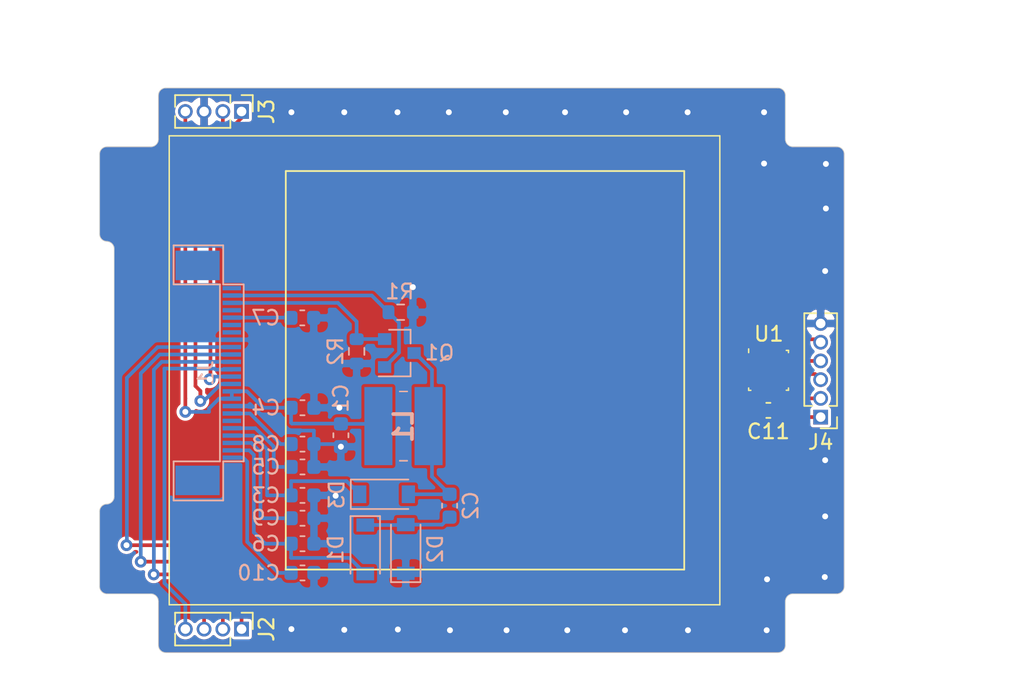
<source format=kicad_pcb>
(kicad_pcb (version 20171130) (host pcbnew "(5.1.8)-1")

  (general
    (thickness 1.6)
    (drawings 46)
    (tracks 247)
    (zones 0)
    (modules 23)
    (nets 30)
  )

  (page A4)
  (layers
    (0 F.Cu signal)
    (31 B.Cu signal)
    (32 B.Adhes user)
    (33 F.Adhes user)
    (34 B.Paste user)
    (35 F.Paste user)
    (36 B.SilkS user)
    (37 F.SilkS user)
    (38 B.Mask user)
    (39 F.Mask user)
    (40 Dwgs.User user)
    (41 Cmts.User user)
    (42 Eco1.User user)
    (43 Eco2.User user)
    (44 Edge.Cuts user)
    (45 Margin user)
    (46 B.CrtYd user)
    (47 F.CrtYd user)
    (48 B.Fab user)
    (49 F.Fab user)
  )

  (setup
    (last_trace_width 0.25)
    (trace_clearance 0.2)
    (zone_clearance 0)
    (zone_45_only no)
    (trace_min 0.2)
    (via_size 0.8)
    (via_drill 0.4)
    (via_min_size 0.4)
    (via_min_drill 0.3)
    (uvia_size 0.3)
    (uvia_drill 0.1)
    (uvias_allowed no)
    (uvia_min_size 0.2)
    (uvia_min_drill 0.1)
    (edge_width 0.05)
    (segment_width 0.2)
    (pcb_text_width 0.3)
    (pcb_text_size 1.5 1.5)
    (mod_edge_width 0.12)
    (mod_text_size 1 1)
    (mod_text_width 0.15)
    (pad_size 1.524 1.524)
    (pad_drill 0.762)
    (pad_to_mask_clearance 0)
    (aux_axis_origin 0 0)
    (visible_elements 7FFFFFFF)
    (pcbplotparams
      (layerselection 0x010f0_ffffffff)
      (usegerberextensions false)
      (usegerberattributes true)
      (usegerberadvancedattributes true)
      (creategerberjobfile true)
      (excludeedgelayer true)
      (linewidth 0.100000)
      (plotframeref false)
      (viasonmask false)
      (mode 1)
      (useauxorigin false)
      (hpglpennumber 1)
      (hpglpenspeed 20)
      (hpglpendiameter 15.000000)
      (psnegative false)
      (psa4output false)
      (plotreference true)
      (plotvalue true)
      (plotinvisibletext false)
      (padsonsilk false)
      (subtractmaskfromsilk false)
      (outputformat 1)
      (mirror false)
      (drillshape 0)
      (scaleselection 1)
      (outputdirectory ""))
  )

  (net 0 "")
  (net 1 "Net-(C2-Pad1)")
  (net 2 /PREVGL)
  (net 3 GND)
  (net 4 /PREVGH)
  (net 5 "Net-(C2-Pad2)")
  (net 6 /GDR)
  (net 7 /RESE)
  (net 8 "Net-(C5-Pad1)")
  (net 9 +3V3)
  (net 10 "Net-(C7-Pad1)")
  (net 11 "Net-(C8-Pad1)")
  (net 12 "Net-(C9-Pad1)")
  (net 13 /VCOM)
  (net 14 "Net-(J1-Pad1)")
  (net 15 "Net-(J1-Pad4)")
  (net 16 "Net-(J1-Pad6)")
  (net 17 "Net-(J1-Pad7)")
  (net 18 /BUSY)
  (net 19 /RES)
  (net 20 /DC)
  (net 21 /CS)
  (net 22 /SCLK)
  (net 23 /SDI)
  (net 24 "Net-(J1-Pad19)")
  (net 25 /P1.0)
  (net 26 /MISO)
  (net 27 /MOSI)
  (net 28 /SCK)
  (net 29 /CS1)

  (net_class Default "This is the default net class."
    (clearance 0.2)
    (trace_width 0.25)
    (via_dia 0.8)
    (via_drill 0.4)
    (uvia_dia 0.3)
    (uvia_drill 0.1)
    (add_net +3V3)
    (add_net /BUSY)
    (add_net /CS)
    (add_net /CS1)
    (add_net /DC)
    (add_net /GDR)
    (add_net /MISO)
    (add_net /MOSI)
    (add_net /P1.0)
    (add_net /PREVGH)
    (add_net /PREVGL)
    (add_net /RES)
    (add_net /RESE)
    (add_net /SCK)
    (add_net /SCLK)
    (add_net /SDI)
    (add_net /VCOM)
    (add_net GND)
    (add_net "Net-(C2-Pad1)")
    (add_net "Net-(C2-Pad2)")
    (add_net "Net-(C5-Pad1)")
    (add_net "Net-(C7-Pad1)")
    (add_net "Net-(C8-Pad1)")
    (add_net "Net-(C9-Pad1)")
    (add_net "Net-(J1-Pad1)")
    (add_net "Net-(J1-Pad19)")
    (add_net "Net-(J1-Pad4)")
    (add_net "Net-(J1-Pad6)")
    (add_net "Net-(J1-Pad7)")
  )

  (module Diode_SMD:D_SOD-123 (layer B.Cu) (tedit 58645DC7) (tstamp 609C0D18)
    (at 81.788 88.9762 270)
    (descr SOD-123)
    (tags SOD-123)
    (path /608FC892)
    (attr smd)
    (fp_text reference D1 (at 0 2 90) (layer B.SilkS)
      (effects (font (size 1 1) (thickness 0.15)) (justify mirror))
    )
    (fp_text value MBR0530 (at 0 -2.1 90) (layer B.Fab)
      (effects (font (size 1 1) (thickness 0.15)) (justify mirror))
    )
    (fp_line (start -2.25 1) (end -2.25 -1) (layer B.SilkS) (width 0.12))
    (fp_line (start 0.25 0) (end 0.75 0) (layer B.Fab) (width 0.1))
    (fp_line (start 0.25 -0.4) (end -0.35 0) (layer B.Fab) (width 0.1))
    (fp_line (start 0.25 0.4) (end 0.25 -0.4) (layer B.Fab) (width 0.1))
    (fp_line (start -0.35 0) (end 0.25 0.4) (layer B.Fab) (width 0.1))
    (fp_line (start -0.35 0) (end -0.35 -0.55) (layer B.Fab) (width 0.1))
    (fp_line (start -0.35 0) (end -0.35 0.55) (layer B.Fab) (width 0.1))
    (fp_line (start -0.75 0) (end -0.35 0) (layer B.Fab) (width 0.1))
    (fp_line (start -1.4 -0.9) (end -1.4 0.9) (layer B.Fab) (width 0.1))
    (fp_line (start 1.4 -0.9) (end -1.4 -0.9) (layer B.Fab) (width 0.1))
    (fp_line (start 1.4 0.9) (end 1.4 -0.9) (layer B.Fab) (width 0.1))
    (fp_line (start -1.4 0.9) (end 1.4 0.9) (layer B.Fab) (width 0.1))
    (fp_line (start -2.35 1.15) (end 2.35 1.15) (layer B.CrtYd) (width 0.05))
    (fp_line (start 2.35 1.15) (end 2.35 -1.15) (layer B.CrtYd) (width 0.05))
    (fp_line (start 2.35 -1.15) (end -2.35 -1.15) (layer B.CrtYd) (width 0.05))
    (fp_line (start -2.35 1.15) (end -2.35 -1.15) (layer B.CrtYd) (width 0.05))
    (fp_line (start -2.25 -1) (end 1.65 -1) (layer B.SilkS) (width 0.12))
    (fp_line (start -2.25 1) (end 1.65 1) (layer B.SilkS) (width 0.12))
    (fp_text user %R (at 0 2 90) (layer B.Fab)
      (effects (font (size 1 1) (thickness 0.15)) (justify mirror))
    )
    (pad 1 smd rect (at -1.65 0 270) (size 0.9 1.2) (layers B.Cu B.Paste B.Mask)
      (net 1 "Net-(C2-Pad1)"))
    (pad 2 smd rect (at 1.65 0 270) (size 0.9 1.2) (layers B.Cu B.Paste B.Mask)
      (net 2 /PREVGL))
    (model ${KISYS3DMOD}/Diode_SMD.3dshapes/D_SOD-123.wrl
      (at (xyz 0 0 0))
      (scale (xyz 1 1 1))
      (rotate (xyz 0 0 0))
    )
  )

  (module Diode_SMD:D_SOD-123 (layer B.Cu) (tedit 58645DC7) (tstamp 609C0D31)
    (at 84.5312 88.9518 90)
    (descr SOD-123)
    (tags SOD-123)
    (path /608FB392)
    (attr smd)
    (fp_text reference D2 (at 0 2 90) (layer B.SilkS)
      (effects (font (size 1 1) (thickness 0.15)) (justify mirror))
    )
    (fp_text value MBR0530 (at 0 -2.1 90) (layer B.Fab)
      (effects (font (size 1 1) (thickness 0.15)) (justify mirror))
    )
    (fp_line (start -2.25 1) (end 1.65 1) (layer B.SilkS) (width 0.12))
    (fp_line (start -2.25 -1) (end 1.65 -1) (layer B.SilkS) (width 0.12))
    (fp_line (start -2.35 1.15) (end -2.35 -1.15) (layer B.CrtYd) (width 0.05))
    (fp_line (start 2.35 -1.15) (end -2.35 -1.15) (layer B.CrtYd) (width 0.05))
    (fp_line (start 2.35 1.15) (end 2.35 -1.15) (layer B.CrtYd) (width 0.05))
    (fp_line (start -2.35 1.15) (end 2.35 1.15) (layer B.CrtYd) (width 0.05))
    (fp_line (start -1.4 0.9) (end 1.4 0.9) (layer B.Fab) (width 0.1))
    (fp_line (start 1.4 0.9) (end 1.4 -0.9) (layer B.Fab) (width 0.1))
    (fp_line (start 1.4 -0.9) (end -1.4 -0.9) (layer B.Fab) (width 0.1))
    (fp_line (start -1.4 -0.9) (end -1.4 0.9) (layer B.Fab) (width 0.1))
    (fp_line (start -0.75 0) (end -0.35 0) (layer B.Fab) (width 0.1))
    (fp_line (start -0.35 0) (end -0.35 0.55) (layer B.Fab) (width 0.1))
    (fp_line (start -0.35 0) (end -0.35 -0.55) (layer B.Fab) (width 0.1))
    (fp_line (start -0.35 0) (end 0.25 0.4) (layer B.Fab) (width 0.1))
    (fp_line (start 0.25 0.4) (end 0.25 -0.4) (layer B.Fab) (width 0.1))
    (fp_line (start 0.25 -0.4) (end -0.35 0) (layer B.Fab) (width 0.1))
    (fp_line (start 0.25 0) (end 0.75 0) (layer B.Fab) (width 0.1))
    (fp_line (start -2.25 1) (end -2.25 -1) (layer B.SilkS) (width 0.12))
    (fp_text user %R (at 0 2 90) (layer B.Fab)
      (effects (font (size 1 1) (thickness 0.15)) (justify mirror))
    )
    (pad 2 smd rect (at 1.65 0 90) (size 0.9 1.2) (layers B.Cu B.Paste B.Mask)
      (net 1 "Net-(C2-Pad1)"))
    (pad 1 smd rect (at -1.65 0 90) (size 0.9 1.2) (layers B.Cu B.Paste B.Mask)
      (net 3 GND))
    (model ${KISYS3DMOD}/Diode_SMD.3dshapes/D_SOD-123.wrl
      (at (xyz 0 0 0))
      (scale (xyz 1 1 1))
      (rotate (xyz 0 0 0))
    )
  )

  (module Diode_SMD:D_SOD-123 (layer B.Cu) (tedit 58645DC7) (tstamp 609C0D4A)
    (at 83.059 85.2424)
    (descr SOD-123)
    (tags SOD-123)
    (path /608F31BB)
    (attr smd)
    (fp_text reference D3 (at -3.2014 0.0254 90) (layer B.SilkS)
      (effects (font (size 1 1) (thickness 0.15)) (justify mirror))
    )
    (fp_text value MBR0530 (at 0 -2.1) (layer B.Fab)
      (effects (font (size 1 1) (thickness 0.15)) (justify mirror))
    )
    (fp_line (start -2.25 1) (end -2.25 -1) (layer B.SilkS) (width 0.12))
    (fp_line (start 0.25 0) (end 0.75 0) (layer B.Fab) (width 0.1))
    (fp_line (start 0.25 -0.4) (end -0.35 0) (layer B.Fab) (width 0.1))
    (fp_line (start 0.25 0.4) (end 0.25 -0.4) (layer B.Fab) (width 0.1))
    (fp_line (start -0.35 0) (end 0.25 0.4) (layer B.Fab) (width 0.1))
    (fp_line (start -0.35 0) (end -0.35 -0.55) (layer B.Fab) (width 0.1))
    (fp_line (start -0.35 0) (end -0.35 0.55) (layer B.Fab) (width 0.1))
    (fp_line (start -0.75 0) (end -0.35 0) (layer B.Fab) (width 0.1))
    (fp_line (start -1.4 -0.9) (end -1.4 0.9) (layer B.Fab) (width 0.1))
    (fp_line (start 1.4 -0.9) (end -1.4 -0.9) (layer B.Fab) (width 0.1))
    (fp_line (start 1.4 0.9) (end 1.4 -0.9) (layer B.Fab) (width 0.1))
    (fp_line (start -1.4 0.9) (end 1.4 0.9) (layer B.Fab) (width 0.1))
    (fp_line (start -2.35 1.15) (end 2.35 1.15) (layer B.CrtYd) (width 0.05))
    (fp_line (start 2.35 1.15) (end 2.35 -1.15) (layer B.CrtYd) (width 0.05))
    (fp_line (start 2.35 -1.15) (end -2.35 -1.15) (layer B.CrtYd) (width 0.05))
    (fp_line (start -2.35 1.15) (end -2.35 -1.15) (layer B.CrtYd) (width 0.05))
    (fp_line (start -2.25 -1) (end 1.65 -1) (layer B.SilkS) (width 0.12))
    (fp_line (start -2.25 1) (end 1.65 1) (layer B.SilkS) (width 0.12))
    (fp_text user %R (at 0 2) (layer B.Fab)
      (effects (font (size 1 1) (thickness 0.15)) (justify mirror))
    )
    (pad 1 smd rect (at -1.65 0) (size 0.9 1.2) (layers B.Cu B.Paste B.Mask)
      (net 4 /PREVGH))
    (pad 2 smd rect (at 1.65 0) (size 0.9 1.2) (layers B.Cu B.Paste B.Mask)
      (net 5 "Net-(C2-Pad2)"))
    (model ${KISYS3DMOD}/Diode_SMD.3dshapes/D_SOD-123.wrl
      (at (xyz 0 0 0))
      (scale (xyz 1 1 1))
      (rotate (xyz 0 0 0))
    )
  )

  (module Package_TO_SOT_SMD:SOT-23 (layer B.Cu) (tedit 5A02FF57) (tstamp 609C0D5F)
    (at 84.0994 75.6666)
    (descr "SOT-23, Standard")
    (tags SOT-23)
    (path /608DEA04)
    (attr smd)
    (fp_text reference Q1 (at 2.7178 -0.0254) (layer B.SilkS)
      (effects (font (size 1 1) (thickness 0.15)) (justify mirror))
    )
    (fp_text value AO3400A (at 0 -2.5) (layer B.Fab)
      (effects (font (size 1 1) (thickness 0.15)) (justify mirror))
    )
    (fp_line (start -0.7 0.95) (end -0.7 -1.5) (layer B.Fab) (width 0.1))
    (fp_line (start -0.15 1.52) (end 0.7 1.52) (layer B.Fab) (width 0.1))
    (fp_line (start -0.7 0.95) (end -0.15 1.52) (layer B.Fab) (width 0.1))
    (fp_line (start 0.7 1.52) (end 0.7 -1.52) (layer B.Fab) (width 0.1))
    (fp_line (start -0.7 -1.52) (end 0.7 -1.52) (layer B.Fab) (width 0.1))
    (fp_line (start 0.76 -1.58) (end 0.76 -0.65) (layer B.SilkS) (width 0.12))
    (fp_line (start 0.76 1.58) (end 0.76 0.65) (layer B.SilkS) (width 0.12))
    (fp_line (start -1.7 1.75) (end 1.7 1.75) (layer B.CrtYd) (width 0.05))
    (fp_line (start 1.7 1.75) (end 1.7 -1.75) (layer B.CrtYd) (width 0.05))
    (fp_line (start 1.7 -1.75) (end -1.7 -1.75) (layer B.CrtYd) (width 0.05))
    (fp_line (start -1.7 -1.75) (end -1.7 1.75) (layer B.CrtYd) (width 0.05))
    (fp_line (start 0.76 1.58) (end -1.4 1.58) (layer B.SilkS) (width 0.12))
    (fp_line (start 0.76 -1.58) (end -0.7 -1.58) (layer B.SilkS) (width 0.12))
    (fp_text user %R (at 2.151599 -3.815799 270) (layer B.Fab)
      (effects (font (size 0.5 0.5) (thickness 0.075)) (justify mirror))
    )
    (pad 1 smd rect (at -1 0.95) (size 0.9 0.8) (layers B.Cu B.Paste B.Mask)
      (net 6 /GDR))
    (pad 2 smd rect (at -1 -0.95) (size 0.9 0.8) (layers B.Cu B.Paste B.Mask)
      (net 7 /RESE))
    (pad 3 smd rect (at 1 0) (size 0.9 0.8) (layers B.Cu B.Paste B.Mask)
      (net 5 "Net-(C2-Pad2)"))
    (model ${KISYS3DMOD}/Package_TO_SOT_SMD.3dshapes/SOT-23.wrl
      (at (xyz 0 0 0))
      (scale (xyz 1 1 1))
      (rotate (xyz 0 0 0))
    )
  )

  (module MyLib:FPC-0.5-24P (layer B.Cu) (tedit 609BC0D3) (tstamp 609C4C16)
    (at 72.7456 77.0126 90)
    (path /608BE57C)
    (attr smd)
    (fp_text reference J1 (at 0 -1.775 -90) (layer B.SilkS)
      (effects (font (size 1 1) (thickness 0.15)) (justify mirror))
    )
    (fp_text value eInk (at 0 -2.925 -90) (layer B.Fab)
      (effects (font (size 1 1) (thickness 0.15)) (justify mirror))
    )
    (fp_line (start -6 0.805) (end 6 0.805) (layer B.SilkS) (width 0.12))
    (fp_line (start -6 -0.805) (end 6 -0.805) (layer B.SilkS) (width 0.12))
    (fp_line (start -6 -0.805) (end -6 -3.945) (layer B.SilkS) (width 0.12))
    (fp_line (start 6 -0.805) (end 6 -3.945) (layer B.SilkS) (width 0.12))
    (fp_line (start -6 -3.945) (end -8.65 -3.945) (layer B.SilkS) (width 0.12))
    (fp_line (start 6 -3.945) (end 8.65 -3.945) (layer B.SilkS) (width 0.12))
    (fp_line (start -8.65 -3.945) (end -8.65 -0.585) (layer B.SilkS) (width 0.12))
    (fp_line (start 8.65 -3.945) (end 8.65 -0.585) (layer B.SilkS) (width 0.12))
    (fp_line (start -8.65 -0.585) (end -6 -0.585) (layer B.SilkS) (width 0.12))
    (fp_line (start 8.65 -0.585) (end 6 -0.585) (layer B.SilkS) (width 0.12))
    (fp_line (start -6 -0.585) (end -6 0.805) (layer B.SilkS) (width 0.12))
    (fp_line (start 6 -0.585) (end 6 0.805) (layer B.SilkS) (width 0.12))
    (fp_line (start -8.9 1.05) (end 8.9 1.05) (layer B.CrtYd) (width 0.05))
    (fp_line (start 8.9 1.05) (end 8.9 -4.2) (layer B.CrtYd) (width 0.05))
    (fp_line (start -8.9 -4.2) (end 8.9 -4.2) (layer B.CrtYd) (width 0.05))
    (fp_line (start -8.9 1.05) (end -8.9 -4.2) (layer B.CrtYd) (width 0.05))
    (pad 1 smd rect (at 5.75 0 90) (size 0.3 1.25) (layers B.Cu B.Paste B.Mask)
      (net 14 "Net-(J1-Pad1)"))
    (pad 2 smd rect (at 5.25 0 90) (size 0.3 1.25) (layers B.Cu B.Paste B.Mask)
      (net 6 /GDR))
    (pad 3 smd rect (at 4.75 0 90) (size 0.3 1.25) (layers B.Cu B.Paste B.Mask)
      (net 7 /RESE))
    (pad 4 smd rect (at 4.25 0 90) (size 0.3 1.25) (layers B.Cu B.Paste B.Mask)
      (net 15 "Net-(J1-Pad4)"))
    (pad 5 smd rect (at 3.75 0 90) (size 0.3 1.25) (layers B.Cu B.Paste B.Mask)
      (net 10 "Net-(C7-Pad1)"))
    (pad 6 smd rect (at 3.25 0 90) (size 0.3 1.25) (layers B.Cu B.Paste B.Mask)
      (net 16 "Net-(J1-Pad6)"))
    (pad 7 smd rect (at 2.75 0 90) (size 0.3 1.25) (layers B.Cu B.Paste B.Mask)
      (net 17 "Net-(J1-Pad7)"))
    (pad 8 smd rect (at 2.25 0 90) (size 0.3 1.25) (layers B.Cu B.Paste B.Mask)
      (net 3 GND))
    (pad 9 smd rect (at 1.75 0 90) (size 0.3 1.25) (layers B.Cu B.Paste B.Mask)
      (net 18 /BUSY))
    (pad 10 smd rect (at 1.25 0 90) (size 0.3 1.25) (layers B.Cu B.Paste B.Mask)
      (net 19 /RES))
    (pad 11 smd rect (at 0.75 0 90) (size 0.3 1.25) (layers B.Cu B.Paste B.Mask)
      (net 20 /DC))
    (pad 12 smd rect (at 0.25 0 90) (size 0.3 1.25) (layers B.Cu B.Paste B.Mask)
      (net 21 /CS))
    (pad 13 smd rect (at -0.25 0 90) (size 0.3 1.25) (layers B.Cu B.Paste B.Mask)
      (net 22 /SCLK))
    (pad 14 smd rect (at -0.75 0 90) (size 0.3 1.25) (layers B.Cu B.Paste B.Mask)
      (net 23 /SDI))
    (pad 15 smd rect (at -1.25 0 90) (size 0.3 1.25) (layers B.Cu B.Paste B.Mask)
      (net 9 +3V3))
    (pad 16 smd rect (at -1.75 0 90) (size 0.3 1.25) (layers B.Cu B.Paste B.Mask)
      (net 9 +3V3))
    (pad 17 smd rect (at -2.25 0 90) (size 0.3 1.25) (layers B.Cu B.Paste B.Mask)
      (net 3 GND))
    (pad 18 smd rect (at -2.75 0 90) (size 0.3 1.25) (layers B.Cu B.Paste B.Mask)
      (net 11 "Net-(C8-Pad1)"))
    (pad 19 smd rect (at -3.25 0 90) (size 0.3 1.25) (layers B.Cu B.Paste B.Mask)
      (net 24 "Net-(J1-Pad19)"))
    (pad 20 smd rect (at -3.75 0 90) (size 0.3 1.25) (layers B.Cu B.Paste B.Mask)
      (net 8 "Net-(C5-Pad1)"))
    (pad 21 smd rect (at -4.25 0 90) (size 0.3 1.25) (layers B.Cu B.Paste B.Mask)
      (net 4 /PREVGH))
    (pad 22 smd rect (at -4.75 0 90) (size 0.3 1.25) (layers B.Cu B.Paste B.Mask)
      (net 12 "Net-(C9-Pad1)"))
    (pad 23 smd rect (at -5.25 0 90) (size 0.3 1.25) (layers B.Cu B.Paste B.Mask)
      (net 2 /PREVGL))
    (pad 24 smd rect (at -5.75 0 90) (size 0.3 1.25) (layers B.Cu B.Paste B.Mask)
      (net 13 /VCOM))
    (pad 0 smd rect (at -7.29 -2.325 90) (size 2 3) (layers B.Cu B.Paste B.Mask))
    (pad 0 smd rect (at 7.29 -2.325 90) (size 2 3) (layers B.Cu B.Paste B.Mask))
  )

  (module Capacitor_SMD:C_0603_1608Metric (layer B.Cu) (tedit 5F68FEEE) (tstamp 609BCFE5)
    (at 80.137 81.2422 270)
    (descr "Capacitor SMD 0603 (1608 Metric), square (rectangular) end terminal, IPC_7351 nominal, (Body size source: IPC-SM-782 page 76, https://www.pcb-3d.com/wordpress/wp-content/uploads/ipc-sm-782a_amendment_1_and_2.pdf), generated with kicad-footprint-generator")
    (tags capacitor)
    (path /608D3A9F)
    (attr smd)
    (fp_text reference C1 (at -2.5146 0 90) (layer B.SilkS)
      (effects (font (size 1 1) (thickness 0.15)) (justify mirror))
    )
    (fp_text value 4.7uF (at 0 -1.43 90) (layer B.Fab)
      (effects (font (size 1 1) (thickness 0.15)) (justify mirror))
    )
    (fp_line (start 1.48 -0.73) (end -1.48 -0.73) (layer B.CrtYd) (width 0.05))
    (fp_line (start 1.48 0.73) (end 1.48 -0.73) (layer B.CrtYd) (width 0.05))
    (fp_line (start -1.48 0.73) (end 1.48 0.73) (layer B.CrtYd) (width 0.05))
    (fp_line (start -1.48 -0.73) (end -1.48 0.73) (layer B.CrtYd) (width 0.05))
    (fp_line (start -0.14058 -0.51) (end 0.14058 -0.51) (layer B.SilkS) (width 0.12))
    (fp_line (start -0.14058 0.51) (end 0.14058 0.51) (layer B.SilkS) (width 0.12))
    (fp_line (start 0.8 -0.4) (end -0.8 -0.4) (layer B.Fab) (width 0.1))
    (fp_line (start 0.8 0.4) (end 0.8 -0.4) (layer B.Fab) (width 0.1))
    (fp_line (start -0.8 0.4) (end 0.8 0.4) (layer B.Fab) (width 0.1))
    (fp_line (start -0.8 -0.4) (end -0.8 0.4) (layer B.Fab) (width 0.1))
    (fp_text user %R (at 0 0 90) (layer B.Fab)
      (effects (font (size 0.4 0.4) (thickness 0.06)) (justify mirror))
    )
    (pad 1 smd roundrect (at -0.775 0 270) (size 0.9 0.95) (layers B.Cu B.Paste B.Mask) (roundrect_rratio 0.25)
      (net 9 +3V3))
    (pad 2 smd roundrect (at 0.775 0 270) (size 0.9 0.95) (layers B.Cu B.Paste B.Mask) (roundrect_rratio 0.25)
      (net 3 GND))
    (model ${KISYS3DMOD}/Capacitor_SMD.3dshapes/C_0603_1608Metric.wrl
      (at (xyz 0 0 0))
      (scale (xyz 1 1 1))
      (rotate (xyz 0 0 0))
    )
  )

  (module Capacitor_SMD:C_0603_1608Metric (layer B.Cu) (tedit 5F68FEEE) (tstamp 609BD1A5)
    (at 87.503 86.0174 90)
    (descr "Capacitor SMD 0603 (1608 Metric), square (rectangular) end terminal, IPC_7351 nominal, (Body size source: IPC-SM-782 page 76, https://www.pcb-3d.com/wordpress/wp-content/uploads/ipc-sm-782a_amendment_1_and_2.pdf), generated with kicad-footprint-generator")
    (tags capacitor)
    (path /608EA9FB)
    (attr smd)
    (fp_text reference C2 (at 0 1.43 90) (layer B.SilkS)
      (effects (font (size 1 1) (thickness 0.15)) (justify mirror))
    )
    (fp_text value 4.7uF (at 0 -1.43 90) (layer B.Fab)
      (effects (font (size 1 1) (thickness 0.15)) (justify mirror))
    )
    (fp_line (start -0.8 -0.4) (end -0.8 0.4) (layer B.Fab) (width 0.1))
    (fp_line (start -0.8 0.4) (end 0.8 0.4) (layer B.Fab) (width 0.1))
    (fp_line (start 0.8 0.4) (end 0.8 -0.4) (layer B.Fab) (width 0.1))
    (fp_line (start 0.8 -0.4) (end -0.8 -0.4) (layer B.Fab) (width 0.1))
    (fp_line (start -0.14058 0.51) (end 0.14058 0.51) (layer B.SilkS) (width 0.12))
    (fp_line (start -0.14058 -0.51) (end 0.14058 -0.51) (layer B.SilkS) (width 0.12))
    (fp_line (start -1.48 -0.73) (end -1.48 0.73) (layer B.CrtYd) (width 0.05))
    (fp_line (start -1.48 0.73) (end 1.48 0.73) (layer B.CrtYd) (width 0.05))
    (fp_line (start 1.48 0.73) (end 1.48 -0.73) (layer B.CrtYd) (width 0.05))
    (fp_line (start 1.48 -0.73) (end -1.48 -0.73) (layer B.CrtYd) (width 0.05))
    (fp_text user %R (at 0 0 90) (layer B.Fab)
      (effects (font (size 0.4 0.4) (thickness 0.06)) (justify mirror))
    )
    (pad 2 smd roundrect (at 0.775 0 90) (size 0.9 0.95) (layers B.Cu B.Paste B.Mask) (roundrect_rratio 0.25)
      (net 5 "Net-(C2-Pad2)"))
    (pad 1 smd roundrect (at -0.775 0 90) (size 0.9 0.95) (layers B.Cu B.Paste B.Mask) (roundrect_rratio 0.25)
      (net 1 "Net-(C2-Pad1)"))
    (model ${KISYS3DMOD}/Capacitor_SMD.3dshapes/C_0603_1608Metric.wrl
      (at (xyz 0 0 0))
      (scale (xyz 1 1 1))
      (rotate (xyz 0 0 0))
    )
  )

  (module Capacitor_SMD:C_0603_1608Metric (layer B.Cu) (tedit 5F68FEEE) (tstamp 609BD1B5)
    (at 77.5338 85.3186)
    (descr "Capacitor SMD 0603 (1608 Metric), square (rectangular) end terminal, IPC_7351 nominal, (Body size source: IPC-SM-782 page 76, https://www.pcb-3d.com/wordpress/wp-content/uploads/ipc-sm-782a_amendment_1_and_2.pdf), generated with kicad-footprint-generator")
    (tags capacitor)
    (path /608F5B4E)
    (attr smd)
    (fp_text reference C3 (at -2.4768 0) (layer B.SilkS)
      (effects (font (size 1 1) (thickness 0.15)) (justify mirror))
    )
    (fp_text value 1uF (at 0 -1.43) (layer B.Fab)
      (effects (font (size 1 1) (thickness 0.15)) (justify mirror))
    )
    (fp_line (start -0.8 -0.4) (end -0.8 0.4) (layer B.Fab) (width 0.1))
    (fp_line (start -0.8 0.4) (end 0.8 0.4) (layer B.Fab) (width 0.1))
    (fp_line (start 0.8 0.4) (end 0.8 -0.4) (layer B.Fab) (width 0.1))
    (fp_line (start 0.8 -0.4) (end -0.8 -0.4) (layer B.Fab) (width 0.1))
    (fp_line (start -0.14058 0.51) (end 0.14058 0.51) (layer B.SilkS) (width 0.12))
    (fp_line (start -0.14058 -0.51) (end 0.14058 -0.51) (layer B.SilkS) (width 0.12))
    (fp_line (start -1.48 -0.73) (end -1.48 0.73) (layer B.CrtYd) (width 0.05))
    (fp_line (start -1.48 0.73) (end 1.48 0.73) (layer B.CrtYd) (width 0.05))
    (fp_line (start 1.48 0.73) (end 1.48 -0.73) (layer B.CrtYd) (width 0.05))
    (fp_line (start 1.48 -0.73) (end -1.48 -0.73) (layer B.CrtYd) (width 0.05))
    (fp_text user %R (at 0 0) (layer B.Fab)
      (effects (font (size 0.4 0.4) (thickness 0.06)) (justify mirror))
    )
    (pad 2 smd roundrect (at 0.775 0) (size 0.9 0.95) (layers B.Cu B.Paste B.Mask) (roundrect_rratio 0.25)
      (net 3 GND))
    (pad 1 smd roundrect (at -0.775 0) (size 0.9 0.95) (layers B.Cu B.Paste B.Mask) (roundrect_rratio 0.25)
      (net 4 /PREVGH))
    (model ${KISYS3DMOD}/Capacitor_SMD.3dshapes/C_0603_1608Metric.wrl
      (at (xyz 0 0 0))
      (scale (xyz 1 1 1))
      (rotate (xyz 0 0 0))
    )
  )

  (module Capacitor_SMD:C_0603_1608Metric (layer B.Cu) (tedit 5F68FEEE) (tstamp 609BD1C5)
    (at 77.5332 79.375)
    (descr "Capacitor SMD 0603 (1608 Metric), square (rectangular) end terminal, IPC_7351 nominal, (Body size source: IPC-SM-782 page 76, https://www.pcb-3d.com/wordpress/wp-content/uploads/ipc-sm-782a_amendment_1_and_2.pdf), generated with kicad-footprint-generator")
    (tags capacitor)
    (path /608C285C)
    (attr smd)
    (fp_text reference C4 (at -2.4762 0) (layer B.SilkS)
      (effects (font (size 1 1) (thickness 0.15)) (justify mirror))
    )
    (fp_text value 1uF (at 0 -1.43) (layer B.Fab)
      (effects (font (size 1 1) (thickness 0.15)) (justify mirror))
    )
    (fp_line (start -0.8 -0.4) (end -0.8 0.4) (layer B.Fab) (width 0.1))
    (fp_line (start -0.8 0.4) (end 0.8 0.4) (layer B.Fab) (width 0.1))
    (fp_line (start 0.8 0.4) (end 0.8 -0.4) (layer B.Fab) (width 0.1))
    (fp_line (start 0.8 -0.4) (end -0.8 -0.4) (layer B.Fab) (width 0.1))
    (fp_line (start -0.14058 0.51) (end 0.14058 0.51) (layer B.SilkS) (width 0.12))
    (fp_line (start -0.14058 -0.51) (end 0.14058 -0.51) (layer B.SilkS) (width 0.12))
    (fp_line (start -1.48 -0.73) (end -1.48 0.73) (layer B.CrtYd) (width 0.05))
    (fp_line (start -1.48 0.73) (end 1.48 0.73) (layer B.CrtYd) (width 0.05))
    (fp_line (start 1.48 0.73) (end 1.48 -0.73) (layer B.CrtYd) (width 0.05))
    (fp_line (start 1.48 -0.73) (end -1.48 -0.73) (layer B.CrtYd) (width 0.05))
    (fp_text user %R (at 0 0) (layer B.Fab)
      (effects (font (size 0.4 0.4) (thickness 0.06)) (justify mirror))
    )
    (pad 2 smd roundrect (at 0.775 0) (size 0.9 0.95) (layers B.Cu B.Paste B.Mask) (roundrect_rratio 0.25)
      (net 3 GND))
    (pad 1 smd roundrect (at -0.775 0) (size 0.9 0.95) (layers B.Cu B.Paste B.Mask) (roundrect_rratio 0.25)
      (net 9 +3V3))
    (model ${KISYS3DMOD}/Capacitor_SMD.3dshapes/C_0603_1608Metric.wrl
      (at (xyz 0 0 0))
      (scale (xyz 1 1 1))
      (rotate (xyz 0 0 0))
    )
  )

  (module Capacitor_SMD:C_0603_1608Metric (layer B.Cu) (tedit 5F68FEEE) (tstamp 609BD1D5)
    (at 77.5338 83.3882)
    (descr "Capacitor SMD 0603 (1608 Metric), square (rectangular) end terminal, IPC_7351 nominal, (Body size source: IPC-SM-782 page 76, https://www.pcb-3d.com/wordpress/wp-content/uploads/ipc-sm-782a_amendment_1_and_2.pdf), generated with kicad-footprint-generator")
    (tags capacitor)
    (path /608C3D16)
    (attr smd)
    (fp_text reference C5 (at -2.4768 0) (layer B.SilkS)
      (effects (font (size 1 1) (thickness 0.15)) (justify mirror))
    )
    (fp_text value 1uF (at 0 -1.43) (layer B.Fab)
      (effects (font (size 1 1) (thickness 0.15)) (justify mirror))
    )
    (fp_line (start 1.48 -0.73) (end -1.48 -0.73) (layer B.CrtYd) (width 0.05))
    (fp_line (start 1.48 0.73) (end 1.48 -0.73) (layer B.CrtYd) (width 0.05))
    (fp_line (start -1.48 0.73) (end 1.48 0.73) (layer B.CrtYd) (width 0.05))
    (fp_line (start -1.48 -0.73) (end -1.48 0.73) (layer B.CrtYd) (width 0.05))
    (fp_line (start -0.14058 -0.51) (end 0.14058 -0.51) (layer B.SilkS) (width 0.12))
    (fp_line (start -0.14058 0.51) (end 0.14058 0.51) (layer B.SilkS) (width 0.12))
    (fp_line (start 0.8 -0.4) (end -0.8 -0.4) (layer B.Fab) (width 0.1))
    (fp_line (start 0.8 0.4) (end 0.8 -0.4) (layer B.Fab) (width 0.1))
    (fp_line (start -0.8 0.4) (end 0.8 0.4) (layer B.Fab) (width 0.1))
    (fp_line (start -0.8 -0.4) (end -0.8 0.4) (layer B.Fab) (width 0.1))
    (fp_text user %R (at 0 0) (layer B.Fab)
      (effects (font (size 0.4 0.4) (thickness 0.06)) (justify mirror))
    )
    (pad 1 smd roundrect (at -0.775 0) (size 0.9 0.95) (layers B.Cu B.Paste B.Mask) (roundrect_rratio 0.25)
      (net 8 "Net-(C5-Pad1)"))
    (pad 2 smd roundrect (at 0.775 0) (size 0.9 0.95) (layers B.Cu B.Paste B.Mask) (roundrect_rratio 0.25)
      (net 3 GND))
    (model ${KISYS3DMOD}/Capacitor_SMD.3dshapes/C_0603_1608Metric.wrl
      (at (xyz 0 0 0))
      (scale (xyz 1 1 1))
      (rotate (xyz 0 0 0))
    )
  )

  (module Capacitor_SMD:C_0603_1608Metric (layer B.Cu) (tedit 5F68FEEE) (tstamp 609BD1E5)
    (at 77.536 88.5952)
    (descr "Capacitor SMD 0603 (1608 Metric), square (rectangular) end terminal, IPC_7351 nominal, (Body size source: IPC-SM-782 page 76, https://www.pcb-3d.com/wordpress/wp-content/uploads/ipc-sm-782a_amendment_1_and_2.pdf), generated with kicad-footprint-generator")
    (tags capacitor)
    (path /608C4EC8)
    (attr smd)
    (fp_text reference C6 (at -2.479 0) (layer B.SilkS)
      (effects (font (size 1 1) (thickness 0.15)) (justify mirror))
    )
    (fp_text value 1uF (at 0 -1.43) (layer B.Fab)
      (effects (font (size 1 1) (thickness 0.15)) (justify mirror))
    )
    (fp_line (start -0.8 -0.4) (end -0.8 0.4) (layer B.Fab) (width 0.1))
    (fp_line (start -0.8 0.4) (end 0.8 0.4) (layer B.Fab) (width 0.1))
    (fp_line (start 0.8 0.4) (end 0.8 -0.4) (layer B.Fab) (width 0.1))
    (fp_line (start 0.8 -0.4) (end -0.8 -0.4) (layer B.Fab) (width 0.1))
    (fp_line (start -0.14058 0.51) (end 0.14058 0.51) (layer B.SilkS) (width 0.12))
    (fp_line (start -0.14058 -0.51) (end 0.14058 -0.51) (layer B.SilkS) (width 0.12))
    (fp_line (start -1.48 -0.73) (end -1.48 0.73) (layer B.CrtYd) (width 0.05))
    (fp_line (start -1.48 0.73) (end 1.48 0.73) (layer B.CrtYd) (width 0.05))
    (fp_line (start 1.48 0.73) (end 1.48 -0.73) (layer B.CrtYd) (width 0.05))
    (fp_line (start 1.48 -0.73) (end -1.48 -0.73) (layer B.CrtYd) (width 0.05))
    (fp_text user %R (at 0 0) (layer B.Fab)
      (effects (font (size 0.4 0.4) (thickness 0.06)) (justify mirror))
    )
    (pad 2 smd roundrect (at 0.775 0) (size 0.9 0.95) (layers B.Cu B.Paste B.Mask) (roundrect_rratio 0.25)
      (net 3 GND))
    (pad 1 smd roundrect (at -0.775 0) (size 0.9 0.95) (layers B.Cu B.Paste B.Mask) (roundrect_rratio 0.25)
      (net 2 /PREVGL))
    (model ${KISYS3DMOD}/Capacitor_SMD.3dshapes/C_0603_1608Metric.wrl
      (at (xyz 0 0 0))
      (scale (xyz 1 1 1))
      (rotate (xyz 0 0 0))
    )
  )

  (module Capacitor_SMD:C_0603_1608Metric (layer B.Cu) (tedit 5F68FEEE) (tstamp 609BD1F5)
    (at 77.5208 73.279)
    (descr "Capacitor SMD 0603 (1608 Metric), square (rectangular) end terminal, IPC_7351 nominal, (Body size source: IPC-SM-782 page 76, https://www.pcb-3d.com/wordpress/wp-content/uploads/ipc-sm-782a_amendment_1_and_2.pdf), generated with kicad-footprint-generator")
    (tags capacitor)
    (path /608C0151)
    (attr smd)
    (fp_text reference C7 (at -2.4768 0) (layer B.SilkS)
      (effects (font (size 1 1) (thickness 0.15)) (justify mirror))
    )
    (fp_text value 1uF (at 0 -1.43) (layer B.Fab)
      (effects (font (size 1 1) (thickness 0.15)) (justify mirror))
    )
    (fp_line (start 1.48 -0.73) (end -1.48 -0.73) (layer B.CrtYd) (width 0.05))
    (fp_line (start 1.48 0.73) (end 1.48 -0.73) (layer B.CrtYd) (width 0.05))
    (fp_line (start -1.48 0.73) (end 1.48 0.73) (layer B.CrtYd) (width 0.05))
    (fp_line (start -1.48 -0.73) (end -1.48 0.73) (layer B.CrtYd) (width 0.05))
    (fp_line (start -0.14058 -0.51) (end 0.14058 -0.51) (layer B.SilkS) (width 0.12))
    (fp_line (start -0.14058 0.51) (end 0.14058 0.51) (layer B.SilkS) (width 0.12))
    (fp_line (start 0.8 -0.4) (end -0.8 -0.4) (layer B.Fab) (width 0.1))
    (fp_line (start 0.8 0.4) (end 0.8 -0.4) (layer B.Fab) (width 0.1))
    (fp_line (start -0.8 0.4) (end 0.8 0.4) (layer B.Fab) (width 0.1))
    (fp_line (start -0.8 -0.4) (end -0.8 0.4) (layer B.Fab) (width 0.1))
    (fp_text user %R (at 0 0) (layer B.Fab)
      (effects (font (size 0.4 0.4) (thickness 0.06)) (justify mirror))
    )
    (pad 1 smd roundrect (at -0.775 0) (size 0.9 0.95) (layers B.Cu B.Paste B.Mask) (roundrect_rratio 0.25)
      (net 10 "Net-(C7-Pad1)"))
    (pad 2 smd roundrect (at 0.775 0) (size 0.9 0.95) (layers B.Cu B.Paste B.Mask) (roundrect_rratio 0.25)
      (net 3 GND))
    (model ${KISYS3DMOD}/Capacitor_SMD.3dshapes/C_0603_1608Metric.wrl
      (at (xyz 0 0 0))
      (scale (xyz 1 1 1))
      (rotate (xyz 0 0 0))
    )
  )

  (module Capacitor_SMD:C_0603_1608Metric (layer B.Cu) (tedit 5F68FEEE) (tstamp 609BD205)
    (at 77.5338 81.8388)
    (descr "Capacitor SMD 0603 (1608 Metric), square (rectangular) end terminal, IPC_7351 nominal, (Body size source: IPC-SM-782 page 76, https://www.pcb-3d.com/wordpress/wp-content/uploads/ipc-sm-782a_amendment_1_and_2.pdf), generated with kicad-footprint-generator")
    (tags capacitor)
    (path /608C318B)
    (attr smd)
    (fp_text reference C8 (at -2.4768 0) (layer B.SilkS)
      (effects (font (size 1 1) (thickness 0.15)) (justify mirror))
    )
    (fp_text value 1uF (at 0 -1.43) (layer B.Fab)
      (effects (font (size 1 1) (thickness 0.15)) (justify mirror))
    )
    (fp_line (start 1.48 -0.73) (end -1.48 -0.73) (layer B.CrtYd) (width 0.05))
    (fp_line (start 1.48 0.73) (end 1.48 -0.73) (layer B.CrtYd) (width 0.05))
    (fp_line (start -1.48 0.73) (end 1.48 0.73) (layer B.CrtYd) (width 0.05))
    (fp_line (start -1.48 -0.73) (end -1.48 0.73) (layer B.CrtYd) (width 0.05))
    (fp_line (start -0.14058 -0.51) (end 0.14058 -0.51) (layer B.SilkS) (width 0.12))
    (fp_line (start -0.14058 0.51) (end 0.14058 0.51) (layer B.SilkS) (width 0.12))
    (fp_line (start 0.8 -0.4) (end -0.8 -0.4) (layer B.Fab) (width 0.1))
    (fp_line (start 0.8 0.4) (end 0.8 -0.4) (layer B.Fab) (width 0.1))
    (fp_line (start -0.8 0.4) (end 0.8 0.4) (layer B.Fab) (width 0.1))
    (fp_line (start -0.8 -0.4) (end -0.8 0.4) (layer B.Fab) (width 0.1))
    (fp_text user %R (at 0 0) (layer B.Fab)
      (effects (font (size 0.4 0.4) (thickness 0.06)) (justify mirror))
    )
    (pad 1 smd roundrect (at -0.775 0) (size 0.9 0.95) (layers B.Cu B.Paste B.Mask) (roundrect_rratio 0.25)
      (net 11 "Net-(C8-Pad1)"))
    (pad 2 smd roundrect (at 0.775 0) (size 0.9 0.95) (layers B.Cu B.Paste B.Mask) (roundrect_rratio 0.25)
      (net 3 GND))
    (model ${KISYS3DMOD}/Capacitor_SMD.3dshapes/C_0603_1608Metric.wrl
      (at (xyz 0 0 0))
      (scale (xyz 1 1 1))
      (rotate (xyz 0 0 0))
    )
  )

  (module Capacitor_SMD:C_0603_1608Metric (layer B.Cu) (tedit 5F68FEEE) (tstamp 609BD215)
    (at 77.536 86.868)
    (descr "Capacitor SMD 0603 (1608 Metric), square (rectangular) end terminal, IPC_7351 nominal, (Body size source: IPC-SM-782 page 76, https://www.pcb-3d.com/wordpress/wp-content/uploads/ipc-sm-782a_amendment_1_and_2.pdf), generated with kicad-footprint-generator")
    (tags capacitor)
    (path /608C574F)
    (attr smd)
    (fp_text reference C9 (at -2.479 -0.0254) (layer B.SilkS)
      (effects (font (size 1 1) (thickness 0.15)) (justify mirror))
    )
    (fp_text value 1uF (at 0 -1.43) (layer B.Fab)
      (effects (font (size 1 1) (thickness 0.15)) (justify mirror))
    )
    (fp_line (start 1.48 -0.73) (end -1.48 -0.73) (layer B.CrtYd) (width 0.05))
    (fp_line (start 1.48 0.73) (end 1.48 -0.73) (layer B.CrtYd) (width 0.05))
    (fp_line (start -1.48 0.73) (end 1.48 0.73) (layer B.CrtYd) (width 0.05))
    (fp_line (start -1.48 -0.73) (end -1.48 0.73) (layer B.CrtYd) (width 0.05))
    (fp_line (start -0.14058 -0.51) (end 0.14058 -0.51) (layer B.SilkS) (width 0.12))
    (fp_line (start -0.14058 0.51) (end 0.14058 0.51) (layer B.SilkS) (width 0.12))
    (fp_line (start 0.8 -0.4) (end -0.8 -0.4) (layer B.Fab) (width 0.1))
    (fp_line (start 0.8 0.4) (end 0.8 -0.4) (layer B.Fab) (width 0.1))
    (fp_line (start -0.8 0.4) (end 0.8 0.4) (layer B.Fab) (width 0.1))
    (fp_line (start -0.8 -0.4) (end -0.8 0.4) (layer B.Fab) (width 0.1))
    (fp_text user %R (at 0 0) (layer B.Fab)
      (effects (font (size 0.4 0.4) (thickness 0.06)) (justify mirror))
    )
    (pad 1 smd roundrect (at -0.775 0) (size 0.9 0.95) (layers B.Cu B.Paste B.Mask) (roundrect_rratio 0.25)
      (net 12 "Net-(C9-Pad1)"))
    (pad 2 smd roundrect (at 0.775 0) (size 0.9 0.95) (layers B.Cu B.Paste B.Mask) (roundrect_rratio 0.25)
      (net 3 GND))
    (model ${KISYS3DMOD}/Capacitor_SMD.3dshapes/C_0603_1608Metric.wrl
      (at (xyz 0 0 0))
      (scale (xyz 1 1 1))
      (rotate (xyz 0 0 0))
    )
  )

  (module Capacitor_SMD:C_0603_1608Metric (layer B.Cu) (tedit 5F68FEEE) (tstamp 609BD225)
    (at 77.536 90.5764)
    (descr "Capacitor SMD 0603 (1608 Metric), square (rectangular) end terminal, IPC_7351 nominal, (Body size source: IPC-SM-782 page 76, https://www.pcb-3d.com/wordpress/wp-content/uploads/ipc-sm-782a_amendment_1_and_2.pdf), generated with kicad-footprint-generator")
    (tags capacitor)
    (path /608C4778)
    (attr smd)
    (fp_text reference C10 (at -2.9616 0) (layer B.SilkS)
      (effects (font (size 1 1) (thickness 0.15)) (justify mirror))
    )
    (fp_text value 1uF (at 0 -1.43) (layer B.Fab)
      (effects (font (size 1 1) (thickness 0.15)) (justify mirror))
    )
    (fp_line (start 1.48 -0.73) (end -1.48 -0.73) (layer B.CrtYd) (width 0.05))
    (fp_line (start 1.48 0.73) (end 1.48 -0.73) (layer B.CrtYd) (width 0.05))
    (fp_line (start -1.48 0.73) (end 1.48 0.73) (layer B.CrtYd) (width 0.05))
    (fp_line (start -1.48 -0.73) (end -1.48 0.73) (layer B.CrtYd) (width 0.05))
    (fp_line (start -0.14058 -0.51) (end 0.14058 -0.51) (layer B.SilkS) (width 0.12))
    (fp_line (start -0.14058 0.51) (end 0.14058 0.51) (layer B.SilkS) (width 0.12))
    (fp_line (start 0.8 -0.4) (end -0.8 -0.4) (layer B.Fab) (width 0.1))
    (fp_line (start 0.8 0.4) (end 0.8 -0.4) (layer B.Fab) (width 0.1))
    (fp_line (start -0.8 0.4) (end 0.8 0.4) (layer B.Fab) (width 0.1))
    (fp_line (start -0.8 -0.4) (end -0.8 0.4) (layer B.Fab) (width 0.1))
    (fp_text user %R (at 0 0) (layer B.Fab)
      (effects (font (size 0.4 0.4) (thickness 0.06)) (justify mirror))
    )
    (pad 1 smd roundrect (at -0.775 0) (size 0.9 0.95) (layers B.Cu B.Paste B.Mask) (roundrect_rratio 0.25)
      (net 13 /VCOM))
    (pad 2 smd roundrect (at 0.775 0) (size 0.9 0.95) (layers B.Cu B.Paste B.Mask) (roundrect_rratio 0.25)
      (net 3 GND))
    (model ${KISYS3DMOD}/Capacitor_SMD.3dshapes/C_0603_1608Metric.wrl
      (at (xyz 0 0 0))
      (scale (xyz 1 1 1))
      (rotate (xyz 0 0 0))
    )
  )

  (module Resistor_SMD:R_0603_1608Metric (layer B.Cu) (tedit 5F68FEEE) (tstamp 609BD341)
    (at 84.1878 72.898)
    (descr "Resistor SMD 0603 (1608 Metric), square (rectangular) end terminal, IPC_7351 nominal, (Body size source: IPC-SM-782 page 72, https://www.pcb-3d.com/wordpress/wp-content/uploads/ipc-sm-782a_amendment_1_and_2.pdf), generated with kicad-footprint-generator")
    (tags resistor)
    (path /608E4EF5)
    (attr smd)
    (fp_text reference R1 (at -0.063 -1.397) (layer B.SilkS)
      (effects (font (size 1 1) (thickness 0.15)) (justify mirror))
    )
    (fp_text value 10k (at 0 -1.43) (layer B.Fab)
      (effects (font (size 1 1) (thickness 0.15)) (justify mirror))
    )
    (fp_line (start 1.48 -0.73) (end -1.48 -0.73) (layer B.CrtYd) (width 0.05))
    (fp_line (start 1.48 0.73) (end 1.48 -0.73) (layer B.CrtYd) (width 0.05))
    (fp_line (start -1.48 0.73) (end 1.48 0.73) (layer B.CrtYd) (width 0.05))
    (fp_line (start -1.48 -0.73) (end -1.48 0.73) (layer B.CrtYd) (width 0.05))
    (fp_line (start -0.237258 -0.5225) (end 0.237258 -0.5225) (layer B.SilkS) (width 0.12))
    (fp_line (start -0.237258 0.5225) (end 0.237258 0.5225) (layer B.SilkS) (width 0.12))
    (fp_line (start 0.8 -0.4125) (end -0.8 -0.4125) (layer B.Fab) (width 0.1))
    (fp_line (start 0.8 0.4125) (end 0.8 -0.4125) (layer B.Fab) (width 0.1))
    (fp_line (start -0.8 0.4125) (end 0.8 0.4125) (layer B.Fab) (width 0.1))
    (fp_line (start -0.8 -0.4125) (end -0.8 0.4125) (layer B.Fab) (width 0.1))
    (fp_text user %R (at 0 0) (layer B.Fab)
      (effects (font (size 0.4 0.4) (thickness 0.06)) (justify mirror))
    )
    (pad 1 smd roundrect (at -0.825 0) (size 0.8 0.95) (layers B.Cu B.Paste B.Mask) (roundrect_rratio 0.25)
      (net 6 /GDR))
    (pad 2 smd roundrect (at 0.825 0) (size 0.8 0.95) (layers B.Cu B.Paste B.Mask) (roundrect_rratio 0.25)
      (net 3 GND))
    (model ${KISYS3DMOD}/Resistor_SMD.3dshapes/R_0603_1608Metric.wrl
      (at (xyz 0 0 0))
      (scale (xyz 1 1 1))
      (rotate (xyz 0 0 0))
    )
  )

  (module Resistor_SMD:R_0603_1608Metric (layer B.Cu) (tedit 5F68FEEE) (tstamp 609BD351)
    (at 81.2038 75.5518 270)
    (descr "Resistor SMD 0603 (1608 Metric), square (rectangular) end terminal, IPC_7351 nominal, (Body size source: IPC-SM-782 page 72, https://www.pcb-3d.com/wordpress/wp-content/uploads/ipc-sm-782a_amendment_1_and_2.pdf), generated with kicad-footprint-generator")
    (tags resistor)
    (path /608E4118)
    (attr smd)
    (fp_text reference R2 (at 0 1.43 90) (layer B.SilkS)
      (effects (font (size 1 1) (thickness 0.15)) (justify mirror))
    )
    (fp_text value 3R (at 0 -1.43 90) (layer B.Fab)
      (effects (font (size 1 1) (thickness 0.15)) (justify mirror))
    )
    (fp_line (start -0.8 -0.4125) (end -0.8 0.4125) (layer B.Fab) (width 0.1))
    (fp_line (start -0.8 0.4125) (end 0.8 0.4125) (layer B.Fab) (width 0.1))
    (fp_line (start 0.8 0.4125) (end 0.8 -0.4125) (layer B.Fab) (width 0.1))
    (fp_line (start 0.8 -0.4125) (end -0.8 -0.4125) (layer B.Fab) (width 0.1))
    (fp_line (start -0.237258 0.5225) (end 0.237258 0.5225) (layer B.SilkS) (width 0.12))
    (fp_line (start -0.237258 -0.5225) (end 0.237258 -0.5225) (layer B.SilkS) (width 0.12))
    (fp_line (start -1.48 -0.73) (end -1.48 0.73) (layer B.CrtYd) (width 0.05))
    (fp_line (start -1.48 0.73) (end 1.48 0.73) (layer B.CrtYd) (width 0.05))
    (fp_line (start 1.48 0.73) (end 1.48 -0.73) (layer B.CrtYd) (width 0.05))
    (fp_line (start 1.48 -0.73) (end -1.48 -0.73) (layer B.CrtYd) (width 0.05))
    (fp_text user %R (at 0 0 90) (layer B.Fab)
      (effects (font (size 0.4 0.4) (thickness 0.06)) (justify mirror))
    )
    (pad 2 smd roundrect (at 0.825 0 270) (size 0.8 0.95) (layers B.Cu B.Paste B.Mask) (roundrect_rratio 0.25)
      (net 3 GND))
    (pad 1 smd roundrect (at -0.825 0 270) (size 0.8 0.95) (layers B.Cu B.Paste B.Mask) (roundrect_rratio 0.25)
      (net 7 /RESE))
    (model ${KISYS3DMOD}/Resistor_SMD.3dshapes/R_0603_1608Metric.wrl
      (at (xyz 0 0 0))
      (scale (xyz 1 1 1))
      (rotate (xyz 0 0 0))
    )
  )

  (module Connector_PinHeader_1.27mm:PinHeader_1x04_P1.27mm_Vertical (layer F.Cu) (tedit 59FED6E3) (tstamp 609D164A)
    (at 73.406 94.3864 270)
    (descr "Through hole straight pin header, 1x04, 1.27mm pitch, single row")
    (tags "Through hole pin header THT 1x04 1.27mm single row")
    (path /609E9B19)
    (fp_text reference J2 (at 0 -1.695 90) (layer F.SilkS)
      (effects (font (size 1 1) (thickness 0.15)))
    )
    (fp_text value SPI1 (at -2.286 2.159) (layer F.Fab)
      (effects (font (size 1 1) (thickness 0.15)))
    )
    (fp_line (start 1.55 -1.15) (end -1.55 -1.15) (layer F.CrtYd) (width 0.05))
    (fp_line (start 1.55 4.95) (end 1.55 -1.15) (layer F.CrtYd) (width 0.05))
    (fp_line (start -1.55 4.95) (end 1.55 4.95) (layer F.CrtYd) (width 0.05))
    (fp_line (start -1.55 -1.15) (end -1.55 4.95) (layer F.CrtYd) (width 0.05))
    (fp_line (start -1.11 -0.76) (end 0 -0.76) (layer F.SilkS) (width 0.12))
    (fp_line (start -1.11 0) (end -1.11 -0.76) (layer F.SilkS) (width 0.12))
    (fp_line (start 0.563471 0.76) (end 1.11 0.76) (layer F.SilkS) (width 0.12))
    (fp_line (start -1.11 0.76) (end -0.563471 0.76) (layer F.SilkS) (width 0.12))
    (fp_line (start 1.11 0.76) (end 1.11 4.505) (layer F.SilkS) (width 0.12))
    (fp_line (start -1.11 0.76) (end -1.11 4.505) (layer F.SilkS) (width 0.12))
    (fp_line (start 0.30753 4.505) (end 1.11 4.505) (layer F.SilkS) (width 0.12))
    (fp_line (start -1.11 4.505) (end -0.30753 4.505) (layer F.SilkS) (width 0.12))
    (fp_line (start -1.05 -0.11) (end -0.525 -0.635) (layer F.Fab) (width 0.1))
    (fp_line (start -1.05 4.445) (end -1.05 -0.11) (layer F.Fab) (width 0.1))
    (fp_line (start 1.05 4.445) (end -1.05 4.445) (layer F.Fab) (width 0.1))
    (fp_line (start 1.05 -0.635) (end 1.05 4.445) (layer F.Fab) (width 0.1))
    (fp_line (start -0.525 -0.635) (end 1.05 -0.635) (layer F.Fab) (width 0.1))
    (fp_text user %R (at 0 1.905) (layer F.Fab)
      (effects (font (size 1 1) (thickness 0.15)))
    )
    (pad 4 thru_hole oval (at 0 3.81 270) (size 1 1) (drill 0.65) (layers *.Cu *.Mask)
      (net 21 /CS))
    (pad 3 thru_hole oval (at 0 2.54 270) (size 1 1) (drill 0.65) (layers *.Cu *.Mask)
      (net 20 /DC))
    (pad 2 thru_hole oval (at 0 1.27 270) (size 1 1) (drill 0.65) (layers *.Cu *.Mask)
      (net 19 /RES))
    (pad 1 thru_hole rect (at 0 0 270) (size 1 1) (drill 0.65) (layers *.Cu *.Mask)
      (net 18 /BUSY))
    (model ${KISYS3DMOD}/Connector_PinHeader_1.27mm.3dshapes/PinHeader_1x04_P1.27mm_Vertical.wrl
      (at (xyz 0 0 0))
      (scale (xyz 1 1 1))
      (rotate (xyz 0 0 0))
    )
  )

  (module Connector_PinHeader_1.27mm:PinHeader_1x04_P1.27mm_Vertical (layer F.Cu) (tedit 59FED6E3) (tstamp 609D1664)
    (at 73.406 59.2836 270)
    (descr "Through hole straight pin header, 1x04, 1.27mm pitch, single row")
    (tags "Through hole pin header THT 1x04 1.27mm single row")
    (path /609DB327)
    (fp_text reference J3 (at 0 -1.695 90) (layer F.SilkS)
      (effects (font (size 1 1) (thickness 0.15)))
    )
    (fp_text value SPI1 (at 2.3876 1.6002) (layer F.Fab)
      (effects (font (size 1 1) (thickness 0.15)))
    )
    (fp_line (start -0.525 -0.635) (end 1.05 -0.635) (layer F.Fab) (width 0.1))
    (fp_line (start 1.05 -0.635) (end 1.05 4.445) (layer F.Fab) (width 0.1))
    (fp_line (start 1.05 4.445) (end -1.05 4.445) (layer F.Fab) (width 0.1))
    (fp_line (start -1.05 4.445) (end -1.05 -0.11) (layer F.Fab) (width 0.1))
    (fp_line (start -1.05 -0.11) (end -0.525 -0.635) (layer F.Fab) (width 0.1))
    (fp_line (start -1.11 4.505) (end -0.30753 4.505) (layer F.SilkS) (width 0.12))
    (fp_line (start 0.30753 4.505) (end 1.11 4.505) (layer F.SilkS) (width 0.12))
    (fp_line (start -1.11 0.76) (end -1.11 4.505) (layer F.SilkS) (width 0.12))
    (fp_line (start 1.11 0.76) (end 1.11 4.505) (layer F.SilkS) (width 0.12))
    (fp_line (start -1.11 0.76) (end -0.563471 0.76) (layer F.SilkS) (width 0.12))
    (fp_line (start 0.563471 0.76) (end 1.11 0.76) (layer F.SilkS) (width 0.12))
    (fp_line (start -1.11 0) (end -1.11 -0.76) (layer F.SilkS) (width 0.12))
    (fp_line (start -1.11 -0.76) (end 0 -0.76) (layer F.SilkS) (width 0.12))
    (fp_line (start -1.55 -1.15) (end -1.55 4.95) (layer F.CrtYd) (width 0.05))
    (fp_line (start -1.55 4.95) (end 1.55 4.95) (layer F.CrtYd) (width 0.05))
    (fp_line (start 1.55 4.95) (end 1.55 -1.15) (layer F.CrtYd) (width 0.05))
    (fp_line (start 1.55 -1.15) (end -1.55 -1.15) (layer F.CrtYd) (width 0.05))
    (fp_text user %R (at 0 1.905) (layer F.Fab)
      (effects (font (size 1 1) (thickness 0.15)))
    )
    (pad 1 thru_hole rect (at 0 0 270) (size 1 1) (drill 0.65) (layers *.Cu *.Mask)
      (net 22 /SCLK))
    (pad 2 thru_hole oval (at 0 1.27 270) (size 1 1) (drill 0.65) (layers *.Cu *.Mask)
      (net 23 /SDI))
    (pad 3 thru_hole oval (at 0 2.54 270) (size 1 1) (drill 0.65) (layers *.Cu *.Mask)
      (net 3 GND))
    (pad 4 thru_hole oval (at 0 3.81 270) (size 1 1) (drill 0.65) (layers *.Cu *.Mask)
      (net 9 +3V3))
    (model ${KISYS3DMOD}/Connector_PinHeader_1.27mm.3dshapes/PinHeader_1x04_P1.27mm_Vertical.wrl
      (at (xyz 0 0 0))
      (scale (xyz 1 1 1))
      (rotate (xyz 0 0 0))
    )
  )

  (module CDRH4D18NP-2R2NC:CDRH4D18NP100NC (layer B.Cu) (tedit 608BC0EB) (tstamp 609D340E)
    (at 84.3784 80.6196 90)
    (descr CDRH4D18NP-100NC-2)
    (tags Inductor)
    (path /608BC474)
    (attr smd)
    (fp_text reference L1 (at 0 0 90) (layer B.SilkS)
      (effects (font (size 1.27 1.27) (thickness 0.254)) (justify mirror))
    )
    (fp_text value "CDRH4D18NP-10uH 1A" (at 0 0 90) (layer B.SilkS) hide
      (effects (font (size 1.27 1.27) (thickness 0.254)) (justify mirror))
    )
    (fp_line (start 2.35 -0.25) (end 2.35 0.25) (layer B.SilkS) (width 0.1))
    (fp_line (start 2.35 -0.25) (end 2.35 -0.25) (layer B.SilkS) (width 0.1))
    (fp_line (start 2.35 0.25) (end 2.35 -0.25) (layer B.SilkS) (width 0.1))
    (fp_line (start 2.35 0.25) (end 2.35 0.25) (layer B.SilkS) (width 0.1))
    (fp_line (start -2.35 -0.25) (end -2.35 0.25) (layer B.SilkS) (width 0.1))
    (fp_line (start -2.35 -0.25) (end -2.35 -0.25) (layer B.SilkS) (width 0.1))
    (fp_line (start -2.35 0.25) (end -2.35 -0.25) (layer B.SilkS) (width 0.1))
    (fp_line (start -2.35 0.25) (end -2.35 0.25) (layer B.SilkS) (width 0.1))
    (fp_line (start -3.65 -3.65) (end -3.65 3.65) (layer Dwgs.User) (width 0.1))
    (fp_line (start 3.65 -3.65) (end -3.65 -3.65) (layer Dwgs.User) (width 0.1))
    (fp_line (start 3.65 3.65) (end 3.65 -3.65) (layer Dwgs.User) (width 0.1))
    (fp_line (start -3.65 3.65) (end 3.65 3.65) (layer Dwgs.User) (width 0.1))
    (fp_line (start -2.35 2.35) (end -2.35 -2.35) (layer Dwgs.User) (width 0.2))
    (fp_line (start 2.35 2.35) (end -2.35 2.35) (layer Dwgs.User) (width 0.2))
    (fp_line (start 2.35 -2.35) (end 2.35 2.35) (layer Dwgs.User) (width 0.2))
    (fp_line (start -2.35 -2.35) (end 2.35 -2.35) (layer Dwgs.User) (width 0.2))
    (pad 1 smd rect (at 0 -1.7) (size 1.9 5.3) (layers B.Cu B.Paste B.Mask)
      (net 9 +3V3))
    (pad 2 smd rect (at 0 1.7) (size 1.9 5.3) (layers B.Cu B.Paste B.Mask)
      (net 5 "Net-(C2-Pad2)"))
  )

  (module Capacitor_SMD:C_0603_1608Metric (layer F.Cu) (tedit 5F68FEEE) (tstamp 609D598D)
    (at 109.1054 79.5528 180)
    (descr "Capacitor SMD 0603 (1608 Metric), square (rectangular) end terminal, IPC_7351 nominal, (Body size source: IPC-SM-782 page 76, https://www.pcb-3d.com/wordpress/wp-content/uploads/ipc-sm-782a_amendment_1_and_2.pdf), generated with kicad-footprint-generator")
    (tags capacitor)
    (path /60A03350)
    (attr smd)
    (fp_text reference C11 (at 0 -1.43) (layer F.SilkS)
      (effects (font (size 1 1) (thickness 0.15)))
    )
    (fp_text value 100nF (at 0 1.43) (layer F.Fab)
      (effects (font (size 1 1) (thickness 0.15)))
    )
    (fp_line (start -0.8 0.4) (end -0.8 -0.4) (layer F.Fab) (width 0.1))
    (fp_line (start -0.8 -0.4) (end 0.8 -0.4) (layer F.Fab) (width 0.1))
    (fp_line (start 0.8 -0.4) (end 0.8 0.4) (layer F.Fab) (width 0.1))
    (fp_line (start 0.8 0.4) (end -0.8 0.4) (layer F.Fab) (width 0.1))
    (fp_line (start -0.14058 -0.51) (end 0.14058 -0.51) (layer F.SilkS) (width 0.12))
    (fp_line (start -0.14058 0.51) (end 0.14058 0.51) (layer F.SilkS) (width 0.12))
    (fp_line (start -1.48 0.73) (end -1.48 -0.73) (layer F.CrtYd) (width 0.05))
    (fp_line (start -1.48 -0.73) (end 1.48 -0.73) (layer F.CrtYd) (width 0.05))
    (fp_line (start 1.48 -0.73) (end 1.48 0.73) (layer F.CrtYd) (width 0.05))
    (fp_line (start 1.48 0.73) (end -1.48 0.73) (layer F.CrtYd) (width 0.05))
    (fp_text user %R (at 0 0) (layer F.Fab)
      (effects (font (size 0.4 0.4) (thickness 0.06)))
    )
    (pad 2 smd roundrect (at 0.775 0 180) (size 0.9 0.95) (layers F.Cu F.Paste F.Mask) (roundrect_rratio 0.25)
      (net 3 GND))
    (pad 1 smd roundrect (at -0.775 0 180) (size 0.9 0.95) (layers F.Cu F.Paste F.Mask) (roundrect_rratio 0.25)
      (net 25 /P1.0))
    (model ${KISYS3DMOD}/Capacitor_SMD.3dshapes/C_0603_1608Metric.wrl
      (at (xyz 0 0 0))
      (scale (xyz 1 1 1))
      (rotate (xyz 0 0 0))
    )
  )

  (module Connector_PinHeader_1.27mm:PinHeader_1x06_P1.27mm_Vertical (layer F.Cu) (tedit 59FED6E3) (tstamp 609D59A9)
    (at 112.649 80.01 180)
    (descr "Through hole straight pin header, 1x06, 1.27mm pitch, single row")
    (tags "Through hole pin header THT 1x06 1.27mm single row")
    (path /60A07A99)
    (fp_text reference J4 (at 0 -1.695) (layer F.SilkS)
      (effects (font (size 1 1) (thickness 0.15)))
    )
    (fp_text value BME280 (at 1.4224 8.1534) (layer F.Fab)
      (effects (font (size 1 1) (thickness 0.15)))
    )
    (fp_line (start -0.525 -0.635) (end 1.05 -0.635) (layer F.Fab) (width 0.1))
    (fp_line (start 1.05 -0.635) (end 1.05 6.985) (layer F.Fab) (width 0.1))
    (fp_line (start 1.05 6.985) (end -1.05 6.985) (layer F.Fab) (width 0.1))
    (fp_line (start -1.05 6.985) (end -1.05 -0.11) (layer F.Fab) (width 0.1))
    (fp_line (start -1.05 -0.11) (end -0.525 -0.635) (layer F.Fab) (width 0.1))
    (fp_line (start -1.11 7.045) (end -0.30753 7.045) (layer F.SilkS) (width 0.12))
    (fp_line (start 0.30753 7.045) (end 1.11 7.045) (layer F.SilkS) (width 0.12))
    (fp_line (start -1.11 0.76) (end -1.11 7.045) (layer F.SilkS) (width 0.12))
    (fp_line (start 1.11 0.76) (end 1.11 7.045) (layer F.SilkS) (width 0.12))
    (fp_line (start -1.11 0.76) (end -0.563471 0.76) (layer F.SilkS) (width 0.12))
    (fp_line (start 0.563471 0.76) (end 1.11 0.76) (layer F.SilkS) (width 0.12))
    (fp_line (start -1.11 0) (end -1.11 -0.76) (layer F.SilkS) (width 0.12))
    (fp_line (start -1.11 -0.76) (end 0 -0.76) (layer F.SilkS) (width 0.12))
    (fp_line (start -1.55 -1.15) (end -1.55 7.5) (layer F.CrtYd) (width 0.05))
    (fp_line (start -1.55 7.5) (end 1.55 7.5) (layer F.CrtYd) (width 0.05))
    (fp_line (start 1.55 7.5) (end 1.55 -1.15) (layer F.CrtYd) (width 0.05))
    (fp_line (start 1.55 -1.15) (end -1.55 -1.15) (layer F.CrtYd) (width 0.05))
    (fp_text user %R (at 0 3.175 90) (layer F.Fab)
      (effects (font (size 1 1) (thickness 0.15)))
    )
    (pad 6 thru_hole oval (at 0 6.35 180) (size 1 1) (drill 0.65) (layers *.Cu *.Mask)
      (net 3 GND))
    (pad 5 thru_hole oval (at 0 5.08 180) (size 1 1) (drill 0.65) (layers *.Cu *.Mask)
      (net 29 /CS1))
    (pad 4 thru_hole oval (at 0 3.81 180) (size 1 1) (drill 0.65) (layers *.Cu *.Mask)
      (net 27 /MOSI))
    (pad 3 thru_hole oval (at 0 2.54 180) (size 1 1) (drill 0.65) (layers *.Cu *.Mask)
      (net 28 /SCK))
    (pad 2 thru_hole oval (at 0 1.27 180) (size 1 1) (drill 0.65) (layers *.Cu *.Mask)
      (net 26 /MISO))
    (pad 1 thru_hole rect (at 0 0 180) (size 1 1) (drill 0.65) (layers *.Cu *.Mask)
      (net 25 /P1.0))
    (model ${KISYS3DMOD}/Connector_PinHeader_1.27mm.3dshapes/PinHeader_1x06_P1.27mm_Vertical.wrl
      (at (xyz 0 0 0))
      (scale (xyz 1 1 1))
      (rotate (xyz 0 0 0))
    )
  )

  (module Package_LGA:Bosch_LGA-8_2.5x2.5mm_P0.65mm_ClockwisePinNumbering (layer F.Cu) (tedit 5A0FA816) (tstamp 609D59C6)
    (at 109.1184 76.835)
    (descr LGA-8)
    (tags "lga land grid array")
    (path /609F93A8)
    (attr smd)
    (fp_text reference U1 (at 0.015 -2.465) (layer F.SilkS)
      (effects (font (size 1 1) (thickness 0.15)))
    )
    (fp_text value BME280 (at 0.015 2.535) (layer F.Fab)
      (effects (font (size 1 1) (thickness 0.15)))
    )
    (fp_line (start -1.35 1.36) (end -1.2 1.36) (layer F.SilkS) (width 0.1))
    (fp_line (start -1.25 -0.5) (end -0.5 -1.25) (layer F.Fab) (width 0.1))
    (fp_line (start -1.35 1.35) (end -1.35 1.2) (layer F.SilkS) (width 0.1))
    (fp_line (start 1.35 1.35) (end 1.35 1.2) (layer F.SilkS) (width 0.1))
    (fp_line (start 1.35 1.35) (end 1.2 1.35) (layer F.SilkS) (width 0.1))
    (fp_line (start 1.2 -1.35) (end 1.35 -1.35) (layer F.SilkS) (width 0.1))
    (fp_line (start 1.35 -1.35) (end 1.35 -1.2) (layer F.SilkS) (width 0.1))
    (fp_line (start -1.35 -1.2) (end -1.35 -1.45) (layer F.SilkS) (width 0.1))
    (fp_line (start -1.25 1.25) (end -1.25 -0.5) (layer F.Fab) (width 0.1))
    (fp_line (start -0.5 -1.25) (end 1.25 -1.25) (layer F.Fab) (width 0.1))
    (fp_line (start 1.25 -1.25) (end 1.25 1.25) (layer F.Fab) (width 0.1))
    (fp_line (start 1.25 1.25) (end -1.25 1.25) (layer F.Fab) (width 0.1))
    (fp_line (start -1.41 1.54) (end -1.41 -1.54) (layer F.CrtYd) (width 0.05))
    (fp_line (start -1.41 -1.54) (end 1.41 -1.54) (layer F.CrtYd) (width 0.05))
    (fp_line (start 1.41 -1.54) (end 1.41 1.54) (layer F.CrtYd) (width 0.05))
    (fp_line (start 1.41 1.54) (end -1.41 1.54) (layer F.CrtYd) (width 0.05))
    (fp_text user %R (at 0 0 180) (layer F.Fab)
      (effects (font (size 0.5 0.5) (thickness 0.075)))
    )
    (pad 5 smd rect (at 0.975 1.025 90) (size 0.5 0.35) (layers F.Cu F.Paste F.Mask)
      (net 26 /MISO))
    (pad 6 smd rect (at 0.325 1.025 90) (size 0.5 0.35) (layers F.Cu F.Paste F.Mask)
      (net 25 /P1.0))
    (pad 7 smd rect (at -0.325 1.025 90) (size 0.5 0.35) (layers F.Cu F.Paste F.Mask)
      (net 3 GND))
    (pad 8 smd rect (at -0.975 1.025 90) (size 0.5 0.35) (layers F.Cu F.Paste F.Mask)
      (net 25 /P1.0))
    (pad 1 smd rect (at -0.975 -1.025 90) (size 0.5 0.35) (layers F.Cu F.Paste F.Mask)
      (net 3 GND))
    (pad 2 smd rect (at -0.325 -1.025 90) (size 0.5 0.35) (layers F.Cu F.Paste F.Mask)
      (net 29 /CS1))
    (pad 3 smd rect (at 0.325 -1.025 90) (size 0.5 0.35) (layers F.Cu F.Paste F.Mask)
      (net 27 /MOSI))
    (pad 4 smd rect (at 0.975 -1.025 90) (size 0.5 0.35) (layers F.Cu F.Paste F.Mask)
      (net 28 /SCK))
    (model ${KISYS3DMOD}/Package_LGA.3dshapes/Bosch_LGA-8_2.5x2.5mm_P0.65mm_ClockwisePinNumbering.wrl
      (offset (xyz 0.01500000025472259 -0.03500000059435272 0))
      (scale (xyz 1 1 1))
      (rotate (xyz 0 0 0))
    )
  )

  (dimension 38.3032 (width 0.05) (layer Dwgs.User)
    (gr_text "38,303 mm" (at 125.0742 76.835 270) (layer Dwgs.User)
      (effects (font (size 1 1) (thickness 0.15)))
    )
    (feature1 (pts (xy 109.8042 95.9866) (xy 124.360621 95.9866)))
    (feature2 (pts (xy 109.8042 57.6834) (xy 124.360621 57.6834)))
    (crossbar (pts (xy 123.7742 57.6834) (xy 123.7742 95.9866)))
    (arrow1a (pts (xy 123.7742 95.9866) (xy 123.187779 94.860096)))
    (arrow1b (pts (xy 123.7742 95.9866) (xy 124.360621 94.860096)))
    (arrow2a (pts (xy 123.7742 57.6834) (xy 123.187779 58.809904)))
    (arrow2b (pts (xy 123.7742 57.6834) (xy 124.360621 58.809904)))
  )
  (dimension 11.9888 (width 0.05) (layer Dwgs.User)
    (gr_text "11,989 mm" (at 117.6336 86.0044 270) (layer Dwgs.User)
      (effects (font (size 1 1) (thickness 0.15)))
    )
    (feature1 (pts (xy 112.649 91.9988) (xy 117.020021 91.9988)))
    (feature2 (pts (xy 112.649 80.01) (xy 117.020021 80.01)))
    (crossbar (pts (xy 116.4336 80.01) (xy 116.4336 91.9988)))
    (arrow1a (pts (xy 116.4336 91.9988) (xy 115.847179 90.872296)))
    (arrow1b (pts (xy 116.4336 91.9988) (xy 117.020021 90.872296)))
    (arrow2a (pts (xy 116.4336 80.01) (xy 115.847179 81.136504)))
    (arrow2b (pts (xy 116.4336 80.01) (xy 117.020021 81.136504)))
  )
  (dimension 11.9888 (width 0.05) (layer Dwgs.User)
    (gr_text "11,989 mm" (at 116.1604 67.6656 270) (layer Dwgs.User)
      (effects (font (size 1 1) (thickness 0.15)))
    )
    (feature1 (pts (xy 112.649 73.66) (xy 115.546821 73.66)))
    (feature2 (pts (xy 112.649 61.6712) (xy 115.546821 61.6712)))
    (crossbar (pts (xy 114.9604 61.6712) (xy 114.9604 73.66)))
    (arrow1a (pts (xy 114.9604 73.66) (xy 114.373979 72.533496)))
    (arrow1b (pts (xy 114.9604 73.66) (xy 115.546821 72.533496)))
    (arrow2a (pts (xy 114.9604 61.6712) (xy 114.373979 62.797704)))
    (arrow2b (pts (xy 114.9604 61.6712) (xy 115.546821 62.797704)))
  )
  (dimension 1.6002 (width 0.05) (layer Dwgs.User)
    (gr_text "1,600 mm" (at 113.4491 59.2266) (layer Dwgs.User)
      (effects (font (size 1 1) (thickness 0.15)))
    )
    (feature1 (pts (xy 114.2492 73.66) (xy 114.2492 59.840179)))
    (feature2 (pts (xy 112.649 73.66) (xy 112.649 59.840179)))
    (crossbar (pts (xy 112.649 60.4266) (xy 114.2492 60.4266)))
    (arrow1a (pts (xy 114.2492 60.4266) (xy 113.122696 61.013021)))
    (arrow1b (pts (xy 114.2492 60.4266) (xy 113.122696 59.840179)))
    (arrow2a (pts (xy 112.649 60.4266) (xy 113.775504 61.013021)))
    (arrow2b (pts (xy 112.649 60.4266) (xy 113.775504 59.840179)))
  )
  (dimension 1.8288 (width 0.05) (layer Dwgs.User)
    (gr_text "1,829 mm" (at 68.6816 98.1248) (layer Dwgs.User)
      (effects (font (size 1 1) (thickness 0.15)))
    )
    (feature1 (pts (xy 67.7672 94.3864) (xy 67.7672 97.411221)))
    (feature2 (pts (xy 69.596 94.3864) (xy 69.596 97.411221)))
    (crossbar (pts (xy 69.596 96.8248) (xy 67.7672 96.8248)))
    (arrow1a (pts (xy 67.7672 96.8248) (xy 68.893704 96.238379)))
    (arrow1b (pts (xy 67.7672 96.8248) (xy 68.893704 97.411221)))
    (arrow2a (pts (xy 69.596 96.8248) (xy 68.469496 96.238379)))
    (arrow2b (pts (xy 69.596 96.8248) (xy 68.469496 97.411221)))
  )
  (dimension 1.6002 (width 0.05) (layer Dwgs.User)
    (gr_text "1,600 mm" (at 60.7014 95.1865 270) (layer Dwgs.User)
      (effects (font (size 1 1) (thickness 0.15)))
    )
    (feature1 (pts (xy 69.596 95.9866) (xy 61.414979 95.9866)))
    (feature2 (pts (xy 69.596 94.3864) (xy 61.414979 94.3864)))
    (crossbar (pts (xy 62.0014 94.3864) (xy 62.0014 95.9866)))
    (arrow1a (pts (xy 62.0014 95.9866) (xy 61.414979 94.860096)))
    (arrow1b (pts (xy 62.0014 95.9866) (xy 62.587821 94.860096)))
    (arrow2a (pts (xy 62.0014 94.3864) (xy 61.414979 95.512904)))
    (arrow2b (pts (xy 62.0014 94.3864) (xy 62.587821 95.512904)))
  )
  (dimension 1.8288 (width 0.05) (layer Dwgs.User)
    (gr_text "1,829 mm" (at 68.6816 52.421) (layer Dwgs.User)
      (effects (font (size 1 1) (thickness 0.15)))
    )
    (feature1 (pts (xy 69.596 59.2836) (xy 69.596 53.134579)))
    (feature2 (pts (xy 67.7672 59.2836) (xy 67.7672 53.134579)))
    (crossbar (pts (xy 67.7672 53.721) (xy 69.596 53.721)))
    (arrow1a (pts (xy 69.596 53.721) (xy 68.469496 54.307421)))
    (arrow1b (pts (xy 69.596 53.721) (xy 68.469496 53.134579)))
    (arrow2a (pts (xy 67.7672 53.721) (xy 68.893704 54.307421)))
    (arrow2b (pts (xy 67.7672 53.721) (xy 68.893704 53.134579)))
  )
  (dimension 1.6002 (width 0.05) (layer Dwgs.User)
    (gr_text "1,600 mm" (at 65.398 58.4835 90) (layer Dwgs.User)
      (effects (font (size 1 1) (thickness 0.1)))
    )
    (feature1 (pts (xy 69.596 57.6834) (xy 65.961579 57.6834)))
    (feature2 (pts (xy 69.596 59.2836) (xy 65.961579 59.2836)))
    (crossbar (pts (xy 66.548 59.2836) (xy 66.548 57.6834)))
    (arrow1a (pts (xy 66.548 57.6834) (xy 67.134421 58.809904)))
    (arrow1b (pts (xy 66.548 57.6834) (xy 65.961579 58.809904)))
    (arrow2a (pts (xy 66.548 59.2836) (xy 67.134421 58.157096)))
    (arrow2b (pts (xy 66.548 59.2836) (xy 65.961579 58.157096)))
  )
  (gr_arc (start 109.7534 58.1914) (end 110.2614 58.1914) (angle -90) (layer Edge.Cuts) (width 0.05) (tstamp 609E9093))
  (gr_arc (start 110.7694 61.1632) (end 110.2614 61.1632) (angle -90) (layer Edge.Cuts) (width 0.05) (tstamp 609E904A))
  (gr_arc (start 113.7412 62.1792) (end 114.2492 62.1792) (angle -90) (layer Edge.Cuts) (width 0.05) (tstamp 609E900C))
  (gr_arc (start 68.2752 95.4786) (end 67.7672 95.4786) (angle -90) (layer Edge.Cuts) (width 0.05) (tstamp 609E8FEC))
  (gr_arc (start 67.2592 92.5068) (end 67.7672 92.5068) (angle -90) (layer Edge.Cuts) (width 0.05) (tstamp 609E8FC8))
  (gr_arc (start 64.2874 91.4908) (end 63.7794 91.4908) (angle -90) (layer Edge.Cuts) (width 0.05) (tstamp 609E8FA4))
  (gr_arc (start 64.2874 86.4108) (end 64.262 85.9028) (angle -87.13759477) (layer Edge.Cuts) (width 0.05) (tstamp 609E8F94))
  (gr_arc (start 64.262 85.3948) (end 64.262 85.9028) (angle -90) (layer Edge.Cuts) (width 0.05) (tstamp 609E87B7))
  (gr_arc (start 113.7412 91.4908) (end 113.7412 91.9988) (angle -90) (layer Edge.Cuts) (width 0.05) (tstamp 609E8784))
  (gr_arc (start 109.7534 95.4786) (end 109.7534 95.9866) (angle -90) (layer Edge.Cuts) (width 0.05) (tstamp 609E8765))
  (gr_arc (start 110.7694 92.5068) (end 110.7694 91.9988) (angle -90) (layer Edge.Cuts) (width 0.05) (tstamp 609E8748))
  (gr_arc (start 68.2752 58.1914) (end 68.2752 57.6834) (angle -90) (layer Edge.Cuts) (width 0.05) (tstamp 609E8734))
  (gr_arc (start 67.2592 61.1632) (end 67.2592 61.6712) (angle -90) (layer Edge.Cuts) (width 0.05) (tstamp 609E8724))
  (gr_arc (start 64.2874 62.1792) (end 64.2874 61.6712) (angle -90) (layer Edge.Cuts) (width 0.05) (tstamp 609E8710))
  (gr_arc (start 64.262 68.6054) (end 64.77 68.6054) (angle -87.13759477) (layer Edge.Cuts) (width 0.05) (tstamp 609E86F9))
  (gr_arc (start 64.2874 67.5894) (end 63.7794 67.5894) (angle -90) (layer Edge.Cuts) (width 0.05))
  (gr_line (start 110.2614 95.4786) (end 110.2614 92.5068) (layer Edge.Cuts) (width 0.05) (tstamp 609E82F0))
  (gr_line (start 114.2492 91.4908) (end 114.2492 62.1792) (layer Edge.Cuts) (width 0.05) (tstamp 609E82EA))
  (gr_line (start 109.7534 57.6834) (end 68.2752 57.6834) (layer Edge.Cuts) (width 0.05) (tstamp 609E82D2))
  (gr_line (start 113.7412 61.6712) (end 110.7694 61.6712) (layer Edge.Cuts) (width 0.05) (tstamp 609E82CD))
  (gr_line (start 110.2614 61.1632) (end 110.2614 58.1914) (layer Edge.Cuts) (width 0.05) (tstamp 609E7C01))
  (gr_line (start 110.7694 91.9988) (end 113.7412 91.9988) (layer Edge.Cuts) (width 0.05))
  (gr_line (start 68.2752 95.9866) (end 109.7534 95.9866) (layer Edge.Cuts) (width 0.05))
  (gr_line (start 67.7672 92.5068) (end 67.7672 95.4786) (layer Edge.Cuts) (width 0.05))
  (gr_line (start 64.2874 91.9988) (end 67.2592 91.9988) (layer Edge.Cuts) (width 0.05))
  (gr_line (start 63.7794 86.4108) (end 63.7794 91.4908) (layer Edge.Cuts) (width 0.05))
  (gr_line (start 64.77 68.6054) (end 64.77 85.3948) (layer Edge.Cuts) (width 0.05))
  (gr_line (start 63.7794 62.1792) (end 63.7794 67.5894) (layer Edge.Cuts) (width 0.05))
  (gr_line (start 67.2592 61.6712) (end 64.2874 61.6712) (layer Edge.Cuts) (width 0.05))
  (gr_line (start 67.7672 58.1914) (end 67.7672 61.1632) (layer Edge.Cuts) (width 0.05))
  (gr_line (start 103.4034 90.3478) (end 103.4034 63.3222) (layer F.SilkS) (width 0.12))
  (gr_line (start 76.4032 90.3478) (end 103.4034 90.3478) (layer F.SilkS) (width 0.12))
  (gr_line (start 76.4032 63.3222) (end 76.4032 90.3478) (layer F.SilkS) (width 0.12))
  (gr_line (start 103.4034 63.3222) (end 76.4032 63.3222) (layer F.SilkS) (width 0.12))
  (gr_line (start 68.5038 92.7354) (end 68.5038 60.9346) (layer F.SilkS) (width 0.1))
  (gr_line (start 105.8164 92.7354) (end 68.5038 92.7354) (layer F.SilkS) (width 0.1))
  (gr_line (start 105.8164 60.9346) (end 105.8164 92.7354) (layer F.SilkS) (width 0.1))
  (gr_line (start 68.5038 60.9346) (end 105.8164 60.9346) (layer F.SilkS) (width 0.1))

  (segment (start 84.5068 87.3262) (end 84.5312 87.3018) (width 0.25) (layer B.Cu) (net 1) (status 30))
  (segment (start 81.788 87.3262) (end 84.5068 87.3262) (width 0.25) (layer B.Cu) (net 1) (status 30))
  (segment (start 86.9936 87.3018) (end 87.503 86.7924) (width 0.25) (layer B.Cu) (net 1) (status 20))
  (segment (start 84.5312 87.3018) (end 86.9936 87.3018) (width 0.25) (layer B.Cu) (net 1) (status 10))
  (segment (start 80.72 89.5582) (end 81.788 90.6262) (width 0.25) (layer B.Cu) (net 2) (status 20))
  (segment (start 76.761 89.5582) (end 80.72 89.5582) (width 0.25) (layer B.Cu) (net 2))
  (segment (start 76.761 88.5952) (end 76.761 89.5582) (width 0.25) (layer B.Cu) (net 2) (status 10))
  (segment (start 75.0062 88.5952) (end 76.761 88.5952) (width 0.25) (layer B.Cu) (net 2))
  (segment (start 74.23701 87.82601) (end 75.0062 88.5952) (width 0.25) (layer B.Cu) (net 2))
  (segment (start 74.237009 82.568209) (end 74.23701 87.82601) (width 0.25) (layer B.Cu) (net 2))
  (segment (start 73.9314 82.2626) (end 74.237009 82.568209) (width 0.25) (layer B.Cu) (net 2))
  (segment (start 72.7456 82.2626) (end 73.9314 82.2626) (width 0.25) (layer B.Cu) (net 2))
  (segment (start 78.311 88.5952) (end 78.311 86.868) (width 0.25) (layer B.Cu) (net 3) (status 30))
  (segment (start 78.3088 80.925) (end 78.3088 81.8388) (width 0.25) (layer B.Cu) (net 3) (status 20))
  (segment (start 78.311 86.868) (end 78.311 85.3208) (width 0.25) (layer B.Cu) (net 3) (status 30))
  (segment (start 79.9586 81.8388) (end 80.137 82.0172) (width 0.25) (layer B.Cu) (net 3) (status 30))
  (segment (start 78.3088 81.8388) (end 79.9586 81.8388) (width 0.25) (layer B.Cu) (net 3) (status 30))
  (via (at 79.7814 85.344) (size 0.8) (drill 0.4) (layers F.Cu B.Cu) (net 3))
  (segment (start 79.756 85.3186) (end 79.7814 85.344) (width 0.25) (layer B.Cu) (net 3))
  (segment (start 78.3088 85.3186) (end 79.756 85.3186) (width 0.25) (layer B.Cu) (net 3))
  (via (at 80.137 82.0172) (size 0.8) (drill 0.4) (layers F.Cu B.Cu) (net 3))
  (segment (start 80.1116 85.0138) (end 79.7814 85.344) (width 0.25) (layer F.Cu) (net 3))
  (segment (start 80.137 84.9884) (end 80.1116 85.0138) (width 0.25) (layer F.Cu) (net 3))
  (segment (start 80.137 82.0172) (end 80.137 84.9884) (width 0.25) (layer F.Cu) (net 3))
  (segment (start 78.3088 83.3882) (end 78.3088 81.8388) (width 0.25) (layer B.Cu) (net 3))
  (segment (start 78.3082 79.375) (end 80.0354 79.375) (width 0.25) (layer B.Cu) (net 3))
  (via (at 80.0354 79.375) (size 0.8) (drill 0.4) (layers F.Cu B.Cu) (net 3))
  (segment (start 80.0354 81.9156) (end 80.137 82.0172) (width 0.25) (layer F.Cu) (net 3))
  (segment (start 80.0354 79.375) (end 80.0354 81.9156) (width 0.25) (layer F.Cu) (net 3))
  (via (at 85.0138 71.1962) (size 0.8) (drill 0.4) (layers F.Cu B.Cu) (net 3))
  (segment (start 85.0128 71.1972) (end 85.0138 71.1962) (width 0.25) (layer B.Cu) (net 3))
  (segment (start 85.0128 72.898) (end 85.0128 71.1972) (width 0.25) (layer B.Cu) (net 3))
  (segment (start 85.0138 71.1962) (end 79.8068 71.1962) (width 0.25) (layer F.Cu) (net 3))
  (segment (start 79.8068 79.1464) (end 80.0354 79.375) (width 0.25) (layer F.Cu) (net 3))
  (segment (start 79.8068 71.1962) (end 79.8068 79.1464) (width 0.25) (layer F.Cu) (net 3))
  (segment (start 78.311 90.5764) (end 78.311 91.2904) (width 0.25) (layer B.Cu) (net 3))
  (segment (start 78.311 91.2904) (end 78.7146 91.694) (width 0.25) (layer B.Cu) (net 3))
  (segment (start 84.5566 90.6272) (end 84.5312 90.6018) (width 0.25) (layer B.Cu) (net 3))
  (segment (start 84.5312 90.6018) (end 84.5312 91.694) (width 0.25) (layer B.Cu) (net 3))
  (segment (start 84.5312 91.694) (end 78.7146 91.694) (width 0.25) (layer B.Cu) (net 3))
  (segment (start 84.5312 88.5952) (end 84.5312 90.6018) (width 0.25) (layer B.Cu) (net 3))
  (segment (start 78.311 88.5952) (end 84.5312 88.5952) (width 0.25) (layer B.Cu) (net 3))
  (segment (start 108.1786 75.7748) (end 108.1434 75.81) (width 0.25) (layer F.Cu) (net 3))
  (segment (start 108.1786 74.4474) (end 108.1786 75.7748) (width 0.25) (layer F.Cu) (net 3))
  (segment (start 108.1434 76.2918) (end 108.7934 76.9418) (width 0.25) (layer F.Cu) (net 3))
  (segment (start 108.1434 75.81) (end 108.1434 76.2918) (width 0.25) (layer F.Cu) (net 3))
  (segment (start 108.3304 79.5528) (end 106.9848 79.5528) (width 0.25) (layer F.Cu) (net 3))
  (segment (start 106.9848 79.5528) (end 106.9848 77.089) (width 0.25) (layer F.Cu) (net 3))
  (segment (start 108.7732 77.089) (end 108.7934 77.1092) (width 0.25) (layer F.Cu) (net 3))
  (segment (start 106.9848 77.089) (end 108.7732 77.089) (width 0.25) (layer F.Cu) (net 3))
  (segment (start 108.7934 77.1092) (end 108.7934 77.86) (width 0.25) (layer F.Cu) (net 3))
  (segment (start 108.7934 76.9418) (end 108.7934 77.1092) (width 0.25) (layer F.Cu) (net 3))
  (segment (start 106.7816 71.1962) (end 85.0138 71.1962) (width 0.25) (layer F.Cu) (net 3))
  (segment (start 70.866 59.2836) (end 70.866 58.1152) (width 0.25) (layer F.Cu) (net 3))
  (segment (start 70.866 58.1152) (end 79.7814 58.1152) (width 0.25) (layer F.Cu) (net 3))
  (segment (start 79.7814 71.1708) (end 79.8068 71.1962) (width 0.25) (layer F.Cu) (net 3))
  (segment (start 79.7814 58.1152) (end 79.7814 71.1708) (width 0.25) (layer F.Cu) (net 3))
  (segment (start 78.3088 73.292) (end 78.2958 73.279) (width 0.25) (layer B.Cu) (net 3))
  (segment (start 72.7456 74.7626) (end 78.2978 74.7626) (width 0.25) (layer B.Cu) (net 3))
  (segment (start 75.77585 80.925) (end 78.3088 80.925) (width 0.25) (layer B.Cu) (net 3))
  (segment (start 74.11345 79.2626) (end 75.77585 80.925) (width 0.25) (layer B.Cu) (net 3))
  (segment (start 72.7456 79.2626) (end 74.11345 79.2626) (width 0.25) (layer B.Cu) (net 3))
  (segment (start 78.2978 73.281) (end 78.2958 73.279) (width 0.25) (layer B.Cu) (net 3))
  (segment (start 78.2978 74.7626) (end 78.2978 73.281) (width 0.25) (layer B.Cu) (net 3))
  (segment (start 78.3082 74.773) (end 78.2978 74.7626) (width 0.25) (layer B.Cu) (net 3))
  (segment (start 78.3854 76.3768) (end 78.3082 76.454) (width 0.25) (layer B.Cu) (net 3))
  (segment (start 81.2038 76.3768) (end 78.3854 76.3768) (width 0.25) (layer B.Cu) (net 3))
  (segment (start 78.3082 76.454) (end 78.3082 74.773) (width 0.25) (layer B.Cu) (net 3))
  (segment (start 78.3082 79.375) (end 78.3082 76.454) (width 0.25) (layer B.Cu) (net 3))
  (via (at 76.7842 94.3864) (size 0.8) (drill 0.4) (layers F.Cu B.Cu) (net 3))
  (via (at 80.3656 94.4372) (size 0.8) (drill 0.4) (layers F.Cu B.Cu) (net 3))
  (via (at 83.9978 94.4118) (size 0.8) (drill 0.4) (layers F.Cu B.Cu) (net 3))
  (via (at 87.5284 94.4626) (size 0.8) (drill 0.4) (layers F.Cu B.Cu) (net 3))
  (via (at 91.3638 94.4626) (size 0.8) (drill 0.4) (layers F.Cu B.Cu) (net 3))
  (via (at 95.4786 94.4626) (size 0.8) (drill 0.4) (layers F.Cu B.Cu) (net 3))
  (via (at 99.3902 94.4626) (size 0.8) (drill 0.4) (layers F.Cu B.Cu) (net 3))
  (via (at 103.6574 94.4626) (size 0.8) (drill 0.4) (layers F.Cu B.Cu) (net 3))
  (via (at 108.9914 94.4626) (size 0.8) (drill 0.4) (layers F.Cu B.Cu) (net 3))
  (via (at 109.0168 91.0082) (size 0.8) (drill 0.4) (layers F.Cu B.Cu) (net 3))
  (via (at 112.9284 90.8558) (size 0.8) (drill 0.4) (layers F.Cu B.Cu) (net 3))
  (via (at 112.9538 86.741) (size 0.8) (drill 0.4) (layers F.Cu B.Cu) (net 3))
  (via (at 113.0046 62.8396) (size 0.8) (drill 0.4) (layers F.Cu B.Cu) (net 3))
  (via (at 113.0046 65.8622) (size 0.8) (drill 0.4) (layers F.Cu B.Cu) (net 3))
  (via (at 112.9538 70.104) (size 0.8) (drill 0.4) (layers F.Cu B.Cu) (net 3))
  (via (at 76.7842 59.3344) (size 0.8) (drill 0.4) (layers F.Cu B.Cu) (net 3))
  (via (at 80.3656 59.3344) (size 0.8) (drill 0.4) (layers F.Cu B.Cu) (net 3))
  (via (at 83.9724 59.3344) (size 0.8) (drill 0.4) (layers F.Cu B.Cu) (net 3))
  (via (at 87.4522 59.3344) (size 0.8) (drill 0.4) (layers F.Cu B.Cu) (net 3))
  (via (at 91.313 59.3344) (size 0.8) (drill 0.4) (layers F.Cu B.Cu) (net 3))
  (via (at 95.3262 59.3344) (size 0.8) (drill 0.4) (layers F.Cu B.Cu) (net 3))
  (via (at 99.4664 59.3344) (size 0.8) (drill 0.4) (layers F.Cu B.Cu) (net 3))
  (via (at 103.632 59.3344) (size 0.8) (drill 0.4) (layers F.Cu B.Cu) (net 3))
  (via (at 108.8136 59.3344) (size 0.8) (drill 0.4) (layers F.Cu B.Cu) (net 3))
  (via (at 108.8136 62.8142) (size 0.8) (drill 0.4) (layers F.Cu B.Cu) (net 3))
  (segment (start 108.1786 72.5932) (end 106.7816 71.1962) (width 0.25) (layer F.Cu) (net 3))
  (segment (start 108.1786 74.422) (end 108.1786 73.6092) (width 0.25) (layer F.Cu) (net 3))
  (segment (start 108.1786 72.5932) (end 108.1786 73.6092) (width 0.25) (layer F.Cu) (net 3))
  (via (at 112.9538 82.931) (size 0.8) (drill 0.4) (layers F.Cu B.Cu) (net 3))
  (segment (start 108.2294 73.66) (end 108.1786 73.6092) (width 0.25) (layer F.Cu) (net 3))
  (segment (start 112.649 73.66) (end 108.2294 73.66) (width 0.25) (layer F.Cu) (net 3))
  (segment (start 80.52 84.3534) (end 81.409 85.2424) (width 0.25) (layer B.Cu) (net 4) (status 20))
  (segment (start 76.7588 84.3534) (end 80.52 84.3534) (width 0.25) (layer B.Cu) (net 4))
  (segment (start 76.7588 85.3186) (end 76.7588 84.3534) (width 0.25) (layer B.Cu) (net 4) (status 10))
  (segment (start 75.137028 85.3186) (end 76.7588 85.3186) (width 0.25) (layer B.Cu) (net 4))
  (segment (start 75.137027 82.195407) (end 75.137028 85.3186) (width 0.25) (layer B.Cu) (net 4))
  (segment (start 74.20422 81.2626) (end 75.137027 82.195407) (width 0.25) (layer B.Cu) (net 4))
  (segment (start 72.7456 81.2626) (end 74.20422 81.2626) (width 0.25) (layer B.Cu) (net 4))
  (segment (start 87.503 85.2424) (end 84.709 85.2424) (width 0.25) (layer B.Cu) (net 5) (status 30))
  (segment (start 86.3084 84.0478) (end 87.503 85.2424) (width 0.25) (layer B.Cu) (net 5) (status 20))
  (segment (start 86.3084 80.6196) (end 86.3084 84.0478) (width 0.25) (layer B.Cu) (net 5) (status 10))
  (segment (start 85.0994 75.6666) (end 85.1662 75.6666) (width 0.25) (layer B.Cu) (net 5) (status 30))
  (segment (start 86.3084 76.8088) (end 86.3084 80.6196) (width 0.25) (layer B.Cu) (net 5) (status 20))
  (segment (start 85.1662 75.6666) (end 86.3084 76.8088) (width 0.25) (layer B.Cu) (net 5) (status 10))
  (segment (start 82.7102 72.2454) (end 83.3628 72.898) (width 0.25) (layer B.Cu) (net 6) (status 20))
  (segment (start 83.0994 76.6166) (end 84.074 75.642) (width 0.25) (layer B.Cu) (net 6) (status 10))
  (segment (start 84.074 73.6092) (end 83.3628 72.898) (width 0.25) (layer B.Cu) (net 6) (status 20))
  (segment (start 84.074 75.642) (end 84.074 73.6092) (width 0.25) (layer B.Cu) (net 6))
  (segment (start 82.2274 71.7626) (end 82.7102 72.2454) (width 0.25) (layer B.Cu) (net 6))
  (segment (start 72.7456 71.7626) (end 82.2274 71.7626) (width 0.25) (layer B.Cu) (net 6))
  (segment (start 81.214 74.7166) (end 81.2038 74.7268) (width 0.25) (layer B.Cu) (net 7) (status 30))
  (segment (start 83.0994 74.7166) (end 81.214 74.7166) (width 0.25) (layer B.Cu) (net 7) (status 30))
  (segment (start 81.2038 73.533) (end 81.2038 74.7268) (width 0.25) (layer B.Cu) (net 7))
  (segment (start 79.9334 72.2626) (end 81.2038 73.533) (width 0.25) (layer B.Cu) (net 7))
  (segment (start 72.7456 72.2626) (end 79.9334 72.2626) (width 0.25) (layer B.Cu) (net 7))
  (segment (start 75.587037 83.3882) (end 76.7588 83.3882) (width 0.25) (layer B.Cu) (net 8))
  (segment (start 75.587036 82.009006) (end 75.587037 83.3882) (width 0.25) (layer B.Cu) (net 8))
  (segment (start 74.34063 80.7626) (end 75.587036 82.009006) (width 0.25) (layer B.Cu) (net 8))
  (segment (start 72.7456 80.7626) (end 74.34063 80.7626) (width 0.25) (layer B.Cu) (net 8))
  (segment (start 76.7582 80.3904) (end 76.81679 80.44899) (width 0.25) (layer B.Cu) (net 9))
  (segment (start 76.7582 79.375) (end 76.7582 80.3904) (width 0.25) (layer B.Cu) (net 9) (status 10))
  (segment (start 80.11879 80.44899) (end 80.137 80.4672) (width 0.25) (layer B.Cu) (net 9) (status 30))
  (segment (start 76.81679 80.44899) (end 80.11879 80.44899) (width 0.25) (layer B.Cu) (net 9) (status 20))
  (segment (start 82.296 80.4672) (end 82.4484 80.6196) (width 0.25) (layer B.Cu) (net 9) (status 30))
  (segment (start 80.137 80.4672) (end 82.296 80.4672) (width 0.25) (layer B.Cu) (net 9) (status 30))
  (segment (start 69.596 59.2836) (end 69.596 78.74) (width 0.25) (layer F.Cu) (net 9) (status 10))
  (via (at 69.596 79.6544) (size 0.8) (drill 0.4) (layers F.Cu B.Cu) (net 9))
  (segment (start 69.596 78.74) (end 69.596 79.6544) (width 0.25) (layer F.Cu) (net 9))
  (segment (start 71.1962 79.6544) (end 69.596 79.6544) (width 0.25) (layer B.Cu) (net 9))
  (segment (start 72.8592 78.2454) (end 72.8472 78.2574) (width 0.25) (layer B.Cu) (net 9) (status 30))
  (segment (start 72.9488 78.2454) (end 72.8592 78.2454) (width 0.25) (layer B.Cu) (net 9) (status 30))
  (segment (start 71.1962 79.437) (end 71.1962 79.6544) (width 0.25) (layer B.Cu) (net 9))
  (segment (start 71.8706 78.7626) (end 71.1962 79.437) (width 0.25) (layer B.Cu) (net 9))
  (segment (start 72.7456 78.7626) (end 71.8706 78.7626) (width 0.25) (layer B.Cu) (net 9))
  (segment (start 73.0452 78.2626) (end 73.0504 78.2574) (width 0.25) (layer B.Cu) (net 9))
  (segment (start 72.7456 78.2626) (end 73.0452 78.2626) (width 0.25) (layer B.Cu) (net 9))
  (segment (start 73.0504 78.2574) (end 73.7616 78.2574) (width 0.25) (layer B.Cu) (net 9))
  (segment (start 73.7616 78.2574) (end 74.8792 79.375) (width 0.25) (layer B.Cu) (net 9))
  (segment (start 74.8792 79.375) (end 76.7582 79.375) (width 0.25) (layer B.Cu) (net 9))
  (segment (start 72.7456 78.7626) (end 72.7456 78.2626) (width 0.25) (layer B.Cu) (net 9))
  (segment (start 76.7294 73.2626) (end 76.7458 73.279) (width 0.25) (layer B.Cu) (net 10))
  (segment (start 72.7456 73.2626) (end 76.7294 73.2626) (width 0.25) (layer B.Cu) (net 10))
  (segment (start 73.1414 79.7454) (end 73.166399 79.770399) (width 0.25) (layer B.Cu) (net 11) (status 30))
  (segment (start 72.9488 79.7454) (end 73.1414 79.7454) (width 0.25) (layer B.Cu) (net 11) (status 30))
  (segment (start 76.05324 81.8388) (end 76.7588 81.8388) (width 0.25) (layer B.Cu) (net 11))
  (segment (start 73.97704 79.7626) (end 76.05324 81.8388) (width 0.25) (layer B.Cu) (net 11))
  (segment (start 72.7456 79.7626) (end 73.97704 79.7626) (width 0.25) (layer B.Cu) (net 11))
  (segment (start 74.687018 86.740999) (end 74.814019 86.868) (width 0.25) (layer B.Cu) (net 12))
  (segment (start 74.687018 82.381808) (end 74.687018 86.740999) (width 0.25) (layer B.Cu) (net 12))
  (segment (start 74.814019 86.868) (end 76.761 86.868) (width 0.25) (layer B.Cu) (net 12))
  (segment (start 74.06781 81.7626) (end 74.687018 82.381808) (width 0.25) (layer B.Cu) (net 12))
  (segment (start 72.7456 81.7626) (end 74.06781 81.7626) (width 0.25) (layer B.Cu) (net 12))
  (segment (start 73.787 88.4682) (end 75.8952 90.5764) (width 0.25) (layer B.Cu) (net 13))
  (segment (start 73.787 83.0326) (end 73.787 88.4682) (width 0.25) (layer B.Cu) (net 13))
  (segment (start 75.8952 90.5764) (end 76.761 90.5764) (width 0.25) (layer B.Cu) (net 13))
  (segment (start 73.517 82.7626) (end 73.787 83.0326) (width 0.25) (layer B.Cu) (net 13))
  (segment (start 72.7456 82.7626) (end 73.517 82.7626) (width 0.25) (layer B.Cu) (net 13))
  (segment (start 67.71899 75.2626) (end 65.6336 77.34799) (width 0.25) (layer B.Cu) (net 18))
  (segment (start 72.7456 75.2626) (end 67.71899 75.2626) (width 0.25) (layer B.Cu) (net 18))
  (via (at 65.6082 88.6968) (size 0.8) (drill 0.4) (layers F.Cu B.Cu) (net 18))
  (segment (start 65.6336 88.6714) (end 65.6082 88.6968) (width 0.25) (layer B.Cu) (net 18))
  (segment (start 65.6336 77.34799) (end 65.6336 88.6714) (width 0.25) (layer B.Cu) (net 18))
  (segment (start 73.406 91.5416) (end 73.406 94.3864) (width 0.25) (layer F.Cu) (net 18))
  (segment (start 70.5612 88.6968) (end 73.406 91.5416) (width 0.25) (layer F.Cu) (net 18))
  (segment (start 65.6082 88.6968) (end 70.5612 88.6968) (width 0.25) (layer F.Cu) (net 18))
  (segment (start 72.9514 75.7454) (end 72.954 75.7428) (width 0.25) (layer B.Cu) (net 19) (status 30))
  (segment (start 72.9488 75.7454) (end 72.9514 75.7454) (width 0.25) (layer B.Cu) (net 19) (status 30))
  (segment (start 66.5734 77.0446) (end 66.5734 89.8144) (width 0.25) (layer B.Cu) (net 19))
  (via (at 66.5734 89.8144) (size 0.8) (drill 0.4) (layers F.Cu B.Cu) (net 19))
  (segment (start 67.8554 75.7626) (end 66.5734 77.0446) (width 0.25) (layer B.Cu) (net 19))
  (segment (start 72.7456 75.7626) (end 67.8554 75.7626) (width 0.25) (layer B.Cu) (net 19))
  (segment (start 66.5734 89.8144) (end 70.231 89.8144) (width 0.25) (layer F.Cu) (net 19))
  (segment (start 72.136 91.7194) (end 72.136 94.3864) (width 0.25) (layer F.Cu) (net 19))
  (segment (start 70.231 89.8144) (end 72.136 91.7194) (width 0.25) (layer F.Cu) (net 19))
  (segment (start 67.99181 76.2626) (end 67.4624 76.79201) (width 0.25) (layer B.Cu) (net 20))
  (segment (start 72.7456 76.2626) (end 67.99181 76.2626) (width 0.25) (layer B.Cu) (net 20))
  (via (at 67.45321 90.678) (size 0.8) (drill 0.4) (layers F.Cu B.Cu) (net 20))
  (segment (start 67.4624 90.66881) (end 67.45321 90.678) (width 0.25) (layer B.Cu) (net 20))
  (segment (start 67.4624 76.79201) (end 67.4624 90.66881) (width 0.25) (layer B.Cu) (net 20))
  (segment (start 67.45321 90.678) (end 69.5452 90.678) (width 0.25) (layer F.Cu) (net 20))
  (segment (start 70.866 91.9988) (end 70.866 94.3864) (width 0.25) (layer F.Cu) (net 20))
  (segment (start 69.5452 90.678) (end 70.866 91.9988) (width 0.25) (layer F.Cu) (net 20))
  (segment (start 71.663001 76.787599) (end 71.595001 76.719599) (width 0.25) (layer B.Cu) (net 21))
  (segment (start 72.742201 76.787599) (end 71.663001 76.787599) (width 0.25) (layer B.Cu) (net 21))
  (segment (start 72.7456 76.7842) (end 72.742201 76.787599) (width 0.25) (layer B.Cu) (net 21))
  (segment (start 72.7456 76.7626) (end 72.7456 76.7842) (width 0.25) (layer B.Cu) (net 21))
  (segment (start 68.185199 76.719599) (end 68.17821 76.71261) (width 0.25) (layer B.Cu) (net 21))
  (segment (start 71.595001 76.719599) (end 68.185199 76.719599) (width 0.25) (layer B.Cu) (net 21))
  (segment (start 68.17821 76.71261) (end 68.17821 91.26681) (width 0.25) (layer B.Cu) (net 21))
  (segment (start 69.596 92.6846) (end 69.596 94.3864) (width 0.25) (layer B.Cu) (net 21))
  (segment (start 68.17821 91.26681) (end 69.596 92.6846) (width 0.25) (layer B.Cu) (net 21))
  (via (at 71.247 77.4446) (size 0.8) (drill 0.4) (layers F.Cu B.Cu) (net 22))
  (segment (start 72.7456 77.2626) (end 71.5868 77.2626) (width 0.25) (layer B.Cu) (net 22))
  (segment (start 71.4048 77.4446) (end 71.5868 77.2626) (width 0.25) (layer B.Cu) (net 22))
  (segment (start 71.247 77.4446) (end 71.4048 77.4446) (width 0.25) (layer B.Cu) (net 22))
  (segment (start 71.2978 77.3938) (end 71.247 77.4446) (width 0.25) (layer F.Cu) (net 22))
  (segment (start 73.406 59.7154) (end 71.2978 61.8236) (width 0.25) (layer F.Cu) (net 22))
  (segment (start 71.2978 61.8236) (end 71.2978 77.3938) (width 0.25) (layer F.Cu) (net 22))
  (segment (start 73.406 59.2836) (end 73.406 59.7154) (width 0.25) (layer F.Cu) (net 22))
  (segment (start 70.612 78.232) (end 70.612 78.6892) (width 0.25) (layer F.Cu) (net 23))
  (via (at 70.612 78.9178) (size 0.8) (drill 0.4) (layers F.Cu B.Cu) (net 23))
  (segment (start 70.612 78.9178) (end 70.612 78.232) (width 0.25) (layer F.Cu) (net 23))
  (segment (start 70.7154 78.9178) (end 70.612 78.9178) (width 0.25) (layer B.Cu) (net 23))
  (segment (start 72.136 60.1472) (end 72.136 59.2836) (width 0.25) (layer F.Cu) (net 23))
  (segment (start 70.2818 62.0014) (end 72.136 60.1472) (width 0.25) (layer F.Cu) (net 23))
  (segment (start 70.2818 77.9018) (end 70.2818 62.0014) (width 0.25) (layer F.Cu) (net 23))
  (segment (start 70.612 78.232) (end 70.2818 77.9018) (width 0.25) (layer F.Cu) (net 23))
  (segment (start 70.846802 78.9178) (end 70.612 78.9178) (width 0.25) (layer B.Cu) (net 23))
  (segment (start 72.002002 77.7626) (end 70.846802 78.9178) (width 0.25) (layer B.Cu) (net 23))
  (segment (start 72.7456 77.7626) (end 72.002002 77.7626) (width 0.25) (layer B.Cu) (net 23))
  (segment (start 109.4434 79.1158) (end 109.8804 79.5528) (width 0.25) (layer F.Cu) (net 25))
  (segment (start 108.1434 77.86) (end 108.1434 78.527) (width 0.25) (layer F.Cu) (net 25))
  (segment (start 108.148 78.5316) (end 109.4434 78.5316) (width 0.25) (layer F.Cu) (net 25))
  (segment (start 108.1434 78.527) (end 108.148 78.5316) (width 0.25) (layer F.Cu) (net 25))
  (segment (start 109.4434 78.5316) (end 109.4434 79.1158) (width 0.25) (layer F.Cu) (net 25))
  (segment (start 109.4434 77.86) (end 109.4434 78.5316) (width 0.25) (layer F.Cu) (net 25))
  (segment (start 110.3376 80.01) (end 109.8804 79.5528) (width 0.25) (layer F.Cu) (net 25))
  (segment (start 112.649 80.01) (end 110.3376 80.01) (width 0.25) (layer F.Cu) (net 25))
  (segment (start 111.252 78.74) (end 112.649 78.74) (width 0.25) (layer F.Cu) (net 26))
  (segment (start 111.2266 78.7146) (end 111.252 78.74) (width 0.25) (layer F.Cu) (net 26))
  (segment (start 111.2266 77.978) (end 111.2266 78.7146) (width 0.25) (layer F.Cu) (net 26))
  (segment (start 111.1086 77.86) (end 111.2266 77.978) (width 0.25) (layer F.Cu) (net 26))
  (segment (start 110.0934 77.86) (end 111.1086 77.86) (width 0.25) (layer F.Cu) (net 26))
  (segment (start 109.4434 75.31) (end 109.4434 75.81) (width 0.25) (layer F.Cu) (net 27))
  (segment (start 109.518401 75.234999) (end 109.4434 75.31) (width 0.25) (layer F.Cu) (net 27))
  (segment (start 111.048999 75.234999) (end 109.518401 75.234999) (width 0.25) (layer F.Cu) (net 27))
  (segment (start 111.048999 75.869999) (end 111.048999 75.234999) (width 0.25) (layer F.Cu) (net 27))
  (segment (start 111.379 76.2) (end 111.048999 75.869999) (width 0.25) (layer F.Cu) (net 27))
  (segment (start 112.649 76.2) (end 111.379 76.2) (width 0.25) (layer F.Cu) (net 27))
  (segment (start 110.0934 75.81) (end 110.0934 76.8194) (width 0.25) (layer F.Cu) (net 28))
  (segment (start 110.0934 76.8194) (end 110.363 77.089) (width 0.25) (layer F.Cu) (net 28))
  (segment (start 112.268 77.089) (end 112.649 77.47) (width 0.25) (layer F.Cu) (net 28))
  (segment (start 110.363 77.089) (end 112.268 77.089) (width 0.25) (layer F.Cu) (net 28))
  (segment (start 108.7934 75.81) (end 108.7934 74.732) (width 0.25) (layer F.Cu) (net 29))
  (segment (start 112.5272 74.732) (end 112.6998 74.9046) (width 0.25) (layer F.Cu) (net 29))
  (segment (start 112.69261 74.89741) (end 112.6998 74.9046) (width 0.25) (layer F.Cu) (net 29))
  (segment (start 112.451 74.732) (end 112.649 74.93) (width 0.25) (layer F.Cu) (net 29))
  (segment (start 108.7934 74.732) (end 112.451 74.732) (width 0.25) (layer F.Cu) (net 29))

  (zone (net 3) (net_name GND) (layer B.Cu) (tstamp 60A5191F) (hatch edge 0.508)
    (connect_pads (clearance 0))
    (min_thickness 0.254)
    (fill yes (arc_segments 32) (thermal_gap 0.508) (thermal_bridge_width 0.508) (smoothing fillet) (radius 0.5))
    (polygon
      (pts
        (xy 114.2492 61.6712) (xy 114.2492 91.9988) (xy 110.2614 91.9988) (xy 110.2614 95.9866) (xy 67.7672 95.9866)
        (xy 67.7672 91.9988) (xy 63.7794 91.9988) (xy 63.7794 85.9028) (xy 64.77 85.9028) (xy 64.77 68.0974)
        (xy 63.7794 68.0974) (xy 63.7794 61.6712) (xy 67.7672 61.6712) (xy 67.7672 57.6834) (xy 110.2614 57.6834)
        (xy 110.2614 61.6712)
      )
    )
    (filled_polygon
      (pts
        (xy 109.822406 57.842896) (xy 109.888788 57.862938) (xy 109.950003 57.895486) (xy 110.003737 57.939311) (xy 110.047932 57.992734)
        (xy 110.080911 58.053727) (xy 110.101415 58.119963) (xy 110.109401 58.195942) (xy 110.1094 61.170661) (xy 110.11006 61.177362)
        (xy 110.110038 61.180523) (xy 110.110245 61.182635) (xy 110.120609 61.281237) (xy 110.123384 61.294757) (xy 110.125961 61.308265)
        (xy 110.126574 61.310296) (xy 110.155892 61.405006) (xy 110.161227 61.417698) (xy 110.166391 61.430479) (xy 110.167387 61.432352)
        (xy 110.214542 61.519564) (xy 110.222252 61.530994) (xy 110.22979 61.542514) (xy 110.231131 61.544158) (xy 110.294328 61.62055)
        (xy 110.304087 61.630241) (xy 110.313742 61.640101) (xy 110.315377 61.641453) (xy 110.392208 61.704115) (xy 110.40368 61.711737)
        (xy 110.415051 61.719523) (xy 110.416918 61.720532) (xy 110.504457 61.767077) (xy 110.5172 61.77233) (xy 110.529856 61.777754)
        (xy 110.531883 61.778382) (xy 110.626796 61.807038) (xy 110.640356 61.809723) (xy 110.653786 61.812578) (xy 110.655896 61.8128)
        (xy 110.754567 61.822475) (xy 110.754578 61.822475) (xy 110.761938 61.8232) (xy 113.733761 61.8232) (xy 113.810206 61.830696)
        (xy 113.876588 61.850738) (xy 113.937803 61.883286) (xy 113.991537 61.927111) (xy 114.035732 61.980534) (xy 114.068711 62.041527)
        (xy 114.089215 62.107763) (xy 114.097201 62.183742) (xy 114.0972 91.483361) (xy 114.089704 91.55981) (xy 114.069663 91.626187)
        (xy 114.037114 91.687403) (xy 113.993291 91.741135) (xy 113.939866 91.785333) (xy 113.878873 91.818311) (xy 113.812637 91.838815)
        (xy 113.736668 91.8468) (xy 110.761938 91.8468) (xy 110.755237 91.84746) (xy 110.752077 91.847438) (xy 110.749965 91.847645)
        (xy 110.651363 91.858009) (xy 110.637843 91.860784) (xy 110.624335 91.863361) (xy 110.622306 91.863973) (xy 110.6223 91.863975)
        (xy 110.527594 91.893292) (xy 110.514902 91.898627) (xy 110.502121 91.903791) (xy 110.500248 91.904787) (xy 110.413036 91.951942)
        (xy 110.401621 91.959641) (xy 110.390086 91.96719) (xy 110.388441 91.968531) (xy 110.31205 92.031728) (xy 110.302359 92.041487)
        (xy 110.292499 92.051142) (xy 110.291147 92.052777) (xy 110.228485 92.129608) (xy 110.220863 92.14108) (xy 110.213077 92.152451)
        (xy 110.212068 92.154318) (xy 110.165523 92.241857) (xy 110.16027 92.2546) (xy 110.154846 92.267256) (xy 110.154221 92.269277)
        (xy 110.154218 92.269284) (xy 110.154217 92.269291) (xy 110.125562 92.364196) (xy 110.122884 92.377724) (xy 110.120022 92.391186)
        (xy 110.1198 92.393296) (xy 110.110125 92.491967) (xy 110.110125 92.491988) (xy 110.109401 92.499338) (xy 110.1094 95.471161)
        (xy 110.101904 95.54761) (xy 110.081863 95.613987) (xy 110.049314 95.675203) (xy 110.005491 95.728935) (xy 109.952066 95.773133)
        (xy 109.891073 95.806111) (xy 109.824837 95.826615) (xy 109.748868 95.8346) (xy 68.282639 95.8346) (xy 68.20619 95.827104)
        (xy 68.139813 95.807063) (xy 68.078597 95.774514) (xy 68.024865 95.730691) (xy 67.980667 95.677266) (xy 67.947689 95.616273)
        (xy 67.927185 95.550037) (xy 67.9192 95.474068) (xy 67.9192 92.499338) (xy 67.91854 92.492637) (xy 67.918562 92.489477)
        (xy 67.918355 92.487365) (xy 67.907991 92.388763) (xy 67.905216 92.375243) (xy 67.902639 92.361735) (xy 67.902026 92.359704)
        (xy 67.872708 92.264994) (xy 67.867373 92.252302) (xy 67.862209 92.239521) (xy 67.861213 92.237648) (xy 67.814058 92.150436)
        (xy 67.806359 92.139021) (xy 67.79881 92.127486) (xy 67.797469 92.125841) (xy 67.734272 92.04945) (xy 67.724513 92.039759)
        (xy 67.714858 92.029899) (xy 67.713223 92.028547) (xy 67.636392 91.965885) (xy 67.62492 91.958263) (xy 67.613549 91.950477)
        (xy 67.611682 91.949468) (xy 67.524143 91.902923) (xy 67.5114 91.89767) (xy 67.498744 91.892246) (xy 67.496723 91.891621)
        (xy 67.496716 91.891618) (xy 67.496709 91.891617) (xy 67.401804 91.862962) (xy 67.388276 91.860284) (xy 67.374814 91.857422)
        (xy 67.372704 91.8572) (xy 67.274033 91.847525) (xy 67.274022 91.847525) (xy 67.266662 91.8468) (xy 64.294839 91.8468)
        (xy 64.21839 91.839304) (xy 64.152013 91.819263) (xy 64.090797 91.786714) (xy 64.037065 91.742891) (xy 63.992867 91.689466)
        (xy 63.959889 91.628473) (xy 63.939385 91.562237) (xy 63.9314 91.486268) (xy 63.9314 88.625197) (xy 64.8812 88.625197)
        (xy 64.8812 88.768403) (xy 64.909138 88.908858) (xy 64.963941 89.041164) (xy 65.043502 89.160236) (xy 65.144764 89.261498)
        (xy 65.263836 89.341059) (xy 65.396142 89.395862) (xy 65.536597 89.4238) (xy 65.679803 89.4238) (xy 65.820258 89.395862)
        (xy 65.952564 89.341059) (xy 66.071636 89.261498) (xy 66.121401 89.211733) (xy 66.121401 89.24206) (xy 66.109964 89.249702)
        (xy 66.008702 89.350964) (xy 65.929141 89.470036) (xy 65.874338 89.602342) (xy 65.8464 89.742797) (xy 65.8464 89.886003)
        (xy 65.874338 90.026458) (xy 65.929141 90.158764) (xy 66.008702 90.277836) (xy 66.109964 90.379098) (xy 66.229036 90.458659)
        (xy 66.361342 90.513462) (xy 66.501797 90.5414) (xy 66.645003 90.5414) (xy 66.743017 90.521904) (xy 66.72621 90.606397)
        (xy 66.72621 90.749603) (xy 66.754148 90.890058) (xy 66.808951 91.022364) (xy 66.888512 91.141436) (xy 66.989774 91.242698)
        (xy 67.108846 91.322259) (xy 67.241152 91.377062) (xy 67.381607 91.405) (xy 67.524813 91.405) (xy 67.665268 91.377062)
        (xy 67.732153 91.349357) (xy 67.73275 91.355417) (xy 67.758596 91.440619) (xy 67.788173 91.495954) (xy 67.800568 91.519143)
        (xy 67.857052 91.587969) (xy 67.874306 91.602129) (xy 69.144 92.871824) (xy 69.144001 93.693793) (xy 69.068819 93.744028)
        (xy 68.953628 93.859219) (xy 68.863123 93.994669) (xy 68.800782 94.145173) (xy 68.769 94.304948) (xy 68.769 94.467852)
        (xy 68.800782 94.627627) (xy 68.863123 94.778131) (xy 68.953628 94.913581) (xy 69.068819 95.028772) (xy 69.204269 95.119277)
        (xy 69.354773 95.181618) (xy 69.514548 95.2134) (xy 69.677452 95.2134) (xy 69.837227 95.181618) (xy 69.987731 95.119277)
        (xy 70.123181 95.028772) (xy 70.231 94.920953) (xy 70.338819 95.028772) (xy 70.474269 95.119277) (xy 70.624773 95.181618)
        (xy 70.784548 95.2134) (xy 70.947452 95.2134) (xy 71.107227 95.181618) (xy 71.257731 95.119277) (xy 71.393181 95.028772)
        (xy 71.501 94.920953) (xy 71.608819 95.028772) (xy 71.744269 95.119277) (xy 71.894773 95.181618) (xy 72.054548 95.2134)
        (xy 72.217452 95.2134) (xy 72.377227 95.181618) (xy 72.527731 95.119277) (xy 72.624967 95.054306) (xy 72.632794 95.06895)
        (xy 72.673657 95.118743) (xy 72.72345 95.159606) (xy 72.780257 95.18997) (xy 72.841897 95.208668) (xy 72.906 95.214982)
        (xy 73.906 95.214982) (xy 73.970103 95.208668) (xy 74.031743 95.18997) (xy 74.08855 95.159606) (xy 74.138343 95.118743)
        (xy 74.179206 95.06895) (xy 74.20957 95.012143) (xy 74.228268 94.950503) (xy 74.234582 94.8864) (xy 74.234582 93.8864)
        (xy 74.228268 93.822297) (xy 74.20957 93.760657) (xy 74.179206 93.70385) (xy 74.138343 93.654057) (xy 74.08855 93.613194)
        (xy 74.031743 93.58283) (xy 73.970103 93.564132) (xy 73.906 93.557818) (xy 72.906 93.557818) (xy 72.841897 93.564132)
        (xy 72.780257 93.58283) (xy 72.72345 93.613194) (xy 72.673657 93.654057) (xy 72.632794 93.70385) (xy 72.624967 93.718494)
        (xy 72.527731 93.653523) (xy 72.377227 93.591182) (xy 72.217452 93.5594) (xy 72.054548 93.5594) (xy 71.894773 93.591182)
        (xy 71.744269 93.653523) (xy 71.608819 93.744028) (xy 71.501 93.851847) (xy 71.393181 93.744028) (xy 71.257731 93.653523)
        (xy 71.107227 93.591182) (xy 70.947452 93.5594) (xy 70.784548 93.5594) (xy 70.624773 93.591182) (xy 70.474269 93.653523)
        (xy 70.338819 93.744028) (xy 70.231 93.851847) (xy 70.123181 93.744028) (xy 70.048 93.693794) (xy 70.048 92.706805)
        (xy 70.050187 92.6846) (xy 70.04146 92.595992) (xy 70.015614 92.51079) (xy 70.012964 92.505833) (xy 69.973643 92.432267)
        (xy 69.917159 92.363441) (xy 69.899906 92.349282) (xy 68.63021 91.079587) (xy 68.63021 85.453001) (xy 68.647394 85.48515)
        (xy 68.688257 85.534943) (xy 68.73805 85.575806) (xy 68.794857 85.60617) (xy 68.856497 85.624868) (xy 68.9206 85.631182)
        (xy 71.9206 85.631182) (xy 71.984703 85.624868) (xy 72.046343 85.60617) (xy 72.10315 85.575806) (xy 72.152943 85.534943)
        (xy 72.193806 85.48515) (xy 72.22417 85.428343) (xy 72.242868 85.366703) (xy 72.249182 85.3026) (xy 72.249182 83.3026)
        (xy 72.243132 83.241182) (xy 73.335 83.241182) (xy 73.335001 88.445985) (xy 73.332813 88.4682) (xy 73.34154 88.556807)
        (xy 73.367386 88.642009) (xy 73.409358 88.720533) (xy 73.465842 88.789359) (xy 73.483096 88.803519) (xy 75.559881 90.880305)
        (xy 75.574041 90.897559) (xy 75.642867 90.954043) (xy 75.72139 90.996014) (xy 75.806592 91.02186) (xy 75.895199 91.030587)
        (xy 75.917404 91.0284) (xy 76.02157 91.0284) (xy 76.024557 91.038247) (xy 76.075713 91.133954) (xy 76.144558 91.217842)
        (xy 76.228446 91.286687) (xy 76.324153 91.337843) (xy 76.428002 91.369345) (xy 76.536 91.379982) (xy 76.986 91.379982)
        (xy 77.093998 91.369345) (xy 77.197847 91.337843) (xy 77.272702 91.297833) (xy 77.330463 91.405894) (xy 77.409815 91.502585)
        (xy 77.506506 91.581937) (xy 77.61682 91.640902) (xy 77.736518 91.677212) (xy 77.861 91.689472) (xy 78.02525 91.6864)
        (xy 78.184 91.52765) (xy 78.184 90.7034) (xy 78.438 90.7034) (xy 78.438 91.52765) (xy 78.59675 91.6864)
        (xy 78.761 91.689472) (xy 78.885482 91.677212) (xy 79.00518 91.640902) (xy 79.115494 91.581937) (xy 79.212185 91.502585)
        (xy 79.291537 91.405894) (xy 79.350502 91.29558) (xy 79.386812 91.175882) (xy 79.399072 91.0514) (xy 79.396 90.86215)
        (xy 79.23725 90.7034) (xy 78.438 90.7034) (xy 78.184 90.7034) (xy 78.164 90.7034) (xy 78.164 90.4494)
        (xy 78.184 90.4494) (xy 78.184 90.4294) (xy 78.438 90.4294) (xy 78.438 90.4494) (xy 79.23725 90.4494)
        (xy 79.396 90.29065) (xy 79.399072 90.1014) (xy 79.39009 90.0102) (xy 80.532777 90.0102) (xy 80.859418 90.336842)
        (xy 80.859418 91.0762) (xy 80.865732 91.140303) (xy 80.88443 91.201943) (xy 80.914794 91.25875) (xy 80.955657 91.308543)
        (xy 81.00545 91.349406) (xy 81.062257 91.37977) (xy 81.123897 91.398468) (xy 81.188 91.404782) (xy 82.388 91.404782)
        (xy 82.452103 91.398468) (xy 82.513743 91.37977) (xy 82.57055 91.349406) (xy 82.620343 91.308543) (xy 82.661206 91.25875)
        (xy 82.69157 91.201943) (xy 82.710268 91.140303) (xy 82.716582 91.0762) (xy 82.716582 91.0518) (xy 83.293128 91.0518)
        (xy 83.305388 91.176282) (xy 83.341698 91.29598) (xy 83.400663 91.406294) (xy 83.480015 91.502985) (xy 83.576706 91.582337)
        (xy 83.68702 91.641302) (xy 83.806718 91.677612) (xy 83.9312 91.689872) (xy 84.24545 91.6868) (xy 84.4042 91.52805)
        (xy 84.4042 90.7288) (xy 84.6582 90.7288) (xy 84.6582 91.52805) (xy 84.81695 91.6868) (xy 85.1312 91.689872)
        (xy 85.255682 91.677612) (xy 85.37538 91.641302) (xy 85.485694 91.582337) (xy 85.582385 91.502985) (xy 85.661737 91.406294)
        (xy 85.720702 91.29598) (xy 85.757012 91.176282) (xy 85.769272 91.0518) (xy 85.7662 90.88755) (xy 85.60745 90.7288)
        (xy 84.6582 90.7288) (xy 84.4042 90.7288) (xy 83.45495 90.7288) (xy 83.2962 90.88755) (xy 83.293128 91.0518)
        (xy 82.716582 91.0518) (xy 82.716582 90.1762) (xy 82.714179 90.1518) (xy 83.293128 90.1518) (xy 83.2962 90.31605)
        (xy 83.45495 90.4748) (xy 84.4042 90.4748) (xy 84.4042 89.67555) (xy 84.6582 89.67555) (xy 84.6582 90.4748)
        (xy 85.60745 90.4748) (xy 85.7662 90.31605) (xy 85.769272 90.1518) (xy 85.757012 90.027318) (xy 85.720702 89.90762)
        (xy 85.661737 89.797306) (xy 85.582385 89.700615) (xy 85.485694 89.621263) (xy 85.37538 89.562298) (xy 85.255682 89.525988)
        (xy 85.1312 89.513728) (xy 84.81695 89.5168) (xy 84.6582 89.67555) (xy 84.4042 89.67555) (xy 84.24545 89.5168)
        (xy 83.9312 89.513728) (xy 83.806718 89.525988) (xy 83.68702 89.562298) (xy 83.576706 89.621263) (xy 83.480015 89.700615)
        (xy 83.400663 89.797306) (xy 83.341698 89.90762) (xy 83.305388 90.027318) (xy 83.293128 90.1518) (xy 82.714179 90.1518)
        (xy 82.710268 90.112097) (xy 82.69157 90.050457) (xy 82.661206 89.99365) (xy 82.620343 89.943857) (xy 82.57055 89.902994)
        (xy 82.513743 89.87263) (xy 82.452103 89.853932) (xy 82.388 89.847618) (xy 81.648642 89.847618) (xy 81.055323 89.2543)
        (xy 81.041159 89.237041) (xy 80.972333 89.180557) (xy 80.89381 89.138586) (xy 80.808607 89.11274) (xy 80.742205 89.1062)
        (xy 80.72 89.104013) (xy 80.697795 89.1062) (xy 79.395526 89.1062) (xy 79.399072 89.0702) (xy 79.396 88.88095)
        (xy 79.23725 88.7222) (xy 78.438 88.7222) (xy 78.438 88.7422) (xy 78.184 88.7422) (xy 78.184 88.7222)
        (xy 78.164 88.7222) (xy 78.164 88.4682) (xy 78.184 88.4682) (xy 78.184 86.995) (xy 78.438 86.995)
        (xy 78.438 88.4682) (xy 79.23725 88.4682) (xy 79.396 88.30945) (xy 79.399072 88.1202) (xy 79.386812 87.995718)
        (xy 79.350502 87.87602) (xy 79.291537 87.765706) (xy 79.263547 87.7316) (xy 79.291537 87.697494) (xy 79.350502 87.58718)
        (xy 79.386812 87.467482) (xy 79.399072 87.343) (xy 79.396 87.15375) (xy 79.23725 86.995) (xy 78.438 86.995)
        (xy 78.184 86.995) (xy 78.164 86.995) (xy 78.164 86.741) (xy 78.184 86.741) (xy 78.184 85.91675)
        (xy 78.1818 85.91455) (xy 78.1818 85.4456) (xy 78.4358 85.4456) (xy 78.4358 86.26985) (xy 78.438 86.27205)
        (xy 78.438 86.741) (xy 79.23725 86.741) (xy 79.396 86.58225) (xy 79.399072 86.393) (xy 79.386812 86.268518)
        (xy 79.350502 86.14882) (xy 79.319725 86.091242) (xy 79.348302 86.03778) (xy 79.384612 85.918082) (xy 79.396872 85.7936)
        (xy 79.3938 85.60435) (xy 79.23505 85.4456) (xy 78.4358 85.4456) (xy 78.1818 85.4456) (xy 78.1618 85.4456)
        (xy 78.1618 85.1916) (xy 78.1818 85.1916) (xy 78.1818 85.1716) (xy 78.4358 85.1716) (xy 78.4358 85.1916)
        (xy 79.23505 85.1916) (xy 79.3938 85.03285) (xy 79.396872 84.8436) (xy 79.39311 84.8054) (xy 80.332777 84.8054)
        (xy 80.630418 85.103041) (xy 80.630418 85.8424) (xy 80.636732 85.906503) (xy 80.65543 85.968143) (xy 80.685794 86.02495)
        (xy 80.726657 86.074743) (xy 80.77645 86.115606) (xy 80.833257 86.14597) (xy 80.894897 86.164668) (xy 80.959 86.170982)
        (xy 81.859 86.170982) (xy 81.923103 86.164668) (xy 81.984743 86.14597) (xy 82.04155 86.115606) (xy 82.091343 86.074743)
        (xy 82.132206 86.02495) (xy 82.16257 85.968143) (xy 82.181268 85.906503) (xy 82.187582 85.8424) (xy 82.187582 84.6424)
        (xy 82.181268 84.578297) (xy 82.16257 84.516657) (xy 82.132206 84.45985) (xy 82.091343 84.410057) (xy 82.04155 84.369194)
        (xy 81.984743 84.33883) (xy 81.923103 84.320132) (xy 81.859 84.313818) (xy 81.119641 84.313818) (xy 80.855323 84.0495)
        (xy 80.841159 84.032241) (xy 80.772333 83.975757) (xy 80.69381 83.933786) (xy 80.608607 83.90794) (xy 80.542205 83.9014)
        (xy 80.52 83.899213) (xy 80.497795 83.9014) (xy 79.39311 83.9014) (xy 79.396872 83.8632) (xy 79.3938 83.67395)
        (xy 79.23505 83.5152) (xy 78.4358 83.5152) (xy 78.4358 83.5352) (xy 78.1818 83.5352) (xy 78.1818 83.5152)
        (xy 78.1618 83.5152) (xy 78.1618 83.2612) (xy 78.1818 83.2612) (xy 78.1818 81.9658) (xy 78.1618 81.9658)
        (xy 78.1618 81.7118) (xy 78.1818 81.7118) (xy 78.1818 81.6918) (xy 78.4358 81.6918) (xy 78.4358 81.7118)
        (xy 78.4558 81.7118) (xy 78.4558 81.9658) (xy 78.4358 81.9658) (xy 78.4358 83.2612) (xy 79.23505 83.2612)
        (xy 79.3938 83.10245) (xy 79.394743 83.044367) (xy 79.41782 83.056702) (xy 79.537518 83.093012) (xy 79.662 83.105272)
        (xy 79.85125 83.1022) (xy 80.01 82.94345) (xy 80.01 82.1442) (xy 80.264 82.1442) (xy 80.264 82.94345)
        (xy 80.42275 83.1022) (xy 80.612 83.105272) (xy 80.736482 83.093012) (xy 80.85618 83.056702) (xy 80.966494 82.997737)
        (xy 81.063185 82.918385) (xy 81.142537 82.821694) (xy 81.201502 82.71138) (xy 81.237812 82.591682) (xy 81.250072 82.4672)
        (xy 81.247 82.30295) (xy 81.08825 82.1442) (xy 80.264 82.1442) (xy 80.01 82.1442) (xy 79.99 82.1442)
        (xy 79.99 81.8902) (xy 80.01 81.8902) (xy 80.01 81.8702) (xy 80.264 81.8702) (xy 80.264 81.8902)
        (xy 81.08825 81.8902) (xy 81.247 81.73145) (xy 81.250072 81.5672) (xy 81.237812 81.442718) (xy 81.201502 81.32302)
        (xy 81.142537 81.212706) (xy 81.063185 81.116015) (xy 80.966494 81.036663) (xy 80.858433 80.978902) (xy 80.890344 80.9192)
        (xy 81.399818 80.9192) (xy 81.399818 83.2696) (xy 81.406132 83.333703) (xy 81.42483 83.395343) (xy 81.455194 83.45215)
        (xy 81.496057 83.501943) (xy 81.54585 83.542806) (xy 81.602657 83.57317) (xy 81.664297 83.591868) (xy 81.7284 83.598182)
        (xy 83.6284 83.598182) (xy 83.692503 83.591868) (xy 83.754143 83.57317) (xy 83.81095 83.542806) (xy 83.860743 83.501943)
        (xy 83.901606 83.45215) (xy 83.93197 83.395343) (xy 83.950668 83.333703) (xy 83.956982 83.2696) (xy 83.956982 77.9696)
        (xy 83.950668 77.905497) (xy 83.93197 77.843857) (xy 83.901606 77.78705) (xy 83.860743 77.737257) (xy 83.81095 77.696394)
        (xy 83.754143 77.66603) (xy 83.692503 77.647332) (xy 83.6284 77.641018) (xy 81.7284 77.641018) (xy 81.664297 77.647332)
        (xy 81.602657 77.66603) (xy 81.54585 77.696394) (xy 81.496057 77.737257) (xy 81.455194 77.78705) (xy 81.42483 77.843857)
        (xy 81.406132 77.905497) (xy 81.399818 77.9696) (xy 81.399818 80.0152) (xy 80.890344 80.0152) (xy 80.847287 79.934646)
        (xy 80.778442 79.850758) (xy 80.694554 79.781913) (xy 80.598847 79.730757) (xy 80.494998 79.699255) (xy 80.387 79.688618)
        (xy 79.887 79.688618) (xy 79.779002 79.699255) (xy 79.675153 79.730757) (xy 79.579446 79.781913) (xy 79.495558 79.850758)
        (xy 79.426713 79.934646) (xy 79.39339 79.99699) (xy 79.377184 79.99699) (xy 79.384012 79.974482) (xy 79.396272 79.85)
        (xy 79.3932 79.66075) (xy 79.23445 79.502) (xy 78.4352 79.502) (xy 78.4352 79.522) (xy 78.1812 79.522)
        (xy 78.1812 79.502) (xy 78.1612 79.502) (xy 78.1612 79.248) (xy 78.1812 79.248) (xy 78.1812 78.42375)
        (xy 78.4352 78.42375) (xy 78.4352 79.248) (xy 79.23445 79.248) (xy 79.3932 79.08925) (xy 79.396272 78.9)
        (xy 79.384012 78.775518) (xy 79.347702 78.65582) (xy 79.288737 78.545506) (xy 79.209385 78.448815) (xy 79.112694 78.369463)
        (xy 79.00238 78.310498) (xy 78.882682 78.274188) (xy 78.7582 78.261928) (xy 78.59395 78.265) (xy 78.4352 78.42375)
        (xy 78.1812 78.42375) (xy 78.02245 78.265) (xy 77.8582 78.261928) (xy 77.733718 78.274188) (xy 77.61402 78.310498)
        (xy 77.503706 78.369463) (xy 77.407015 78.448815) (xy 77.327663 78.545506) (xy 77.269902 78.653567) (xy 77.195047 78.613557)
        (xy 77.091198 78.582055) (xy 76.9832 78.571418) (xy 76.5332 78.571418) (xy 76.425202 78.582055) (xy 76.321353 78.613557)
        (xy 76.225646 78.664713) (xy 76.141758 78.733558) (xy 76.072913 78.817446) (xy 76.021757 78.913153) (xy 76.01877 78.923)
        (xy 75.066425 78.923) (xy 74.096923 77.9535) (xy 74.082759 77.936241) (xy 74.013933 77.879757) (xy 73.93541 77.837786)
        (xy 73.850207 77.81194) (xy 73.783805 77.8054) (xy 73.7616 77.803213) (xy 73.739395 77.8054) (xy 73.699182 77.8054)
        (xy 73.699182 77.6126) (xy 73.692868 77.548497) (xy 73.681979 77.5126) (xy 73.692868 77.476703) (xy 73.699182 77.4126)
        (xy 73.699182 77.1126) (xy 73.692868 77.048497) (xy 73.681979 77.0126) (xy 73.692868 76.976703) (xy 73.699182 76.9126)
        (xy 73.699182 76.7768) (xy 80.090728 76.7768) (xy 80.102988 76.901282) (xy 80.139298 77.02098) (xy 80.198263 77.131294)
        (xy 80.277615 77.227985) (xy 80.374306 77.307337) (xy 80.48462 77.366302) (xy 80.604318 77.402612) (xy 80.7288 77.414872)
        (xy 80.91805 77.4118) (xy 81.0768 77.25305) (xy 81.0768 76.5038) (xy 81.3308 76.5038) (xy 81.3308 77.25305)
        (xy 81.48955 77.4118) (xy 81.6788 77.414872) (xy 81.803282 77.402612) (xy 81.92298 77.366302) (xy 82.033294 77.307337)
        (xy 82.129985 77.227985) (xy 82.209337 77.131294) (xy 82.268302 77.02098) (xy 82.304612 76.901282) (xy 82.316872 76.7768)
        (xy 82.3138 76.66255) (xy 82.15505 76.5038) (xy 81.3308 76.5038) (xy 81.0768 76.5038) (xy 80.25255 76.5038)
        (xy 80.0938 76.66255) (xy 80.090728 76.7768) (xy 73.699182 76.7768) (xy 73.699182 76.6126) (xy 73.692868 76.548497)
        (xy 73.681979 76.5126) (xy 73.692868 76.476703) (xy 73.699182 76.4126) (xy 73.699182 76.1126) (xy 73.692868 76.048497)
        (xy 73.681979 76.0126) (xy 73.692868 75.976703) (xy 73.699182 75.9126) (xy 73.699182 75.6126) (xy 73.692868 75.548497)
        (xy 73.681979 75.5126) (xy 73.692868 75.476703) (xy 73.694502 75.460118) (xy 73.716109 75.449032) (xy 73.814123 75.37132)
        (xy 73.895092 75.275978) (xy 73.955906 75.166673) (xy 73.994226 75.047603) (xy 74.0056 74.94435) (xy 73.84685 74.7856)
        (xy 73.386661 74.7856) (xy 73.3706 74.784018) (xy 72.1206 74.784018) (xy 72.104539 74.7856) (xy 71.64435 74.7856)
        (xy 71.61935 74.8106) (xy 67.741195 74.8106) (xy 67.71899 74.808413) (xy 67.630382 74.81714) (xy 67.557021 74.839394)
        (xy 67.54518 74.842986) (xy 67.466657 74.884957) (xy 67.397831 74.941441) (xy 67.383671 74.958695) (xy 65.3297 77.012667)
        (xy 65.312441 77.026831) (xy 65.255957 77.095658) (xy 65.218764 77.165242) (xy 65.213986 77.174181) (xy 65.18814 77.259383)
        (xy 65.179413 77.34799) (xy 65.1816 77.370195) (xy 65.181601 88.107488) (xy 65.144764 88.132102) (xy 65.043502 88.233364)
        (xy 64.963941 88.352436) (xy 64.909138 88.484742) (xy 64.8812 88.625197) (xy 63.9314 88.625197) (xy 63.9314 86.411763)
        (xy 63.938273 86.341671) (xy 63.95835 86.275171) (xy 63.990959 86.213844) (xy 64.03486 86.160014) (xy 64.088377 86.115742)
        (xy 64.14948 86.082704) (xy 64.217411 86.061676) (xy 64.276772 86.054144) (xy 64.279323 86.054162) (xy 64.281435 86.053955)
        (xy 64.380037 86.043591) (xy 64.393557 86.040816) (xy 64.407065 86.038239) (xy 64.409094 86.037627) (xy 64.4091 86.037625)
        (xy 64.503806 86.008308) (xy 64.516498 86.002973) (xy 64.529279 85.997809) (xy 64.531152 85.996813) (xy 64.618364 85.949658)
        (xy 64.629794 85.941948) (xy 64.641314 85.93441) (xy 64.642958 85.933069) (xy 64.71935 85.869872) (xy 64.729041 85.860113)
        (xy 64.738901 85.850458) (xy 64.740253 85.848823) (xy 64.802915 85.771992) (xy 64.810537 85.76052) (xy 64.818323 85.749149)
        (xy 64.819332 85.747282) (xy 64.865877 85.659743) (xy 64.87113 85.647) (xy 64.876554 85.634344) (xy 64.877182 85.632317)
        (xy 64.905838 85.537404) (xy 64.908523 85.523844) (xy 64.911378 85.510414) (xy 64.9116 85.508304) (xy 64.921275 85.409633)
        (xy 64.921275 85.409622) (xy 64.922 85.402262) (xy 64.922 68.7226) (xy 68.592018 68.7226) (xy 68.592018 70.7226)
        (xy 68.598332 70.786703) (xy 68.61703 70.848343) (xy 68.647394 70.90515) (xy 68.688257 70.954943) (xy 68.73805 70.995806)
        (xy 68.794857 71.02617) (xy 68.856497 71.044868) (xy 68.9206 71.051182) (xy 71.798068 71.051182) (xy 71.792018 71.1126)
        (xy 71.792018 71.4126) (xy 71.798332 71.476703) (xy 71.809221 71.5126) (xy 71.798332 71.548497) (xy 71.792018 71.6126)
        (xy 71.792018 71.9126) (xy 71.798332 71.976703) (xy 71.809221 72.0126) (xy 71.798332 72.048497) (xy 71.792018 72.1126)
        (xy 71.792018 72.4126) (xy 71.798332 72.476703) (xy 71.809221 72.5126) (xy 71.798332 72.548497) (xy 71.792018 72.6126)
        (xy 71.792018 72.9126) (xy 71.798332 72.976703) (xy 71.809221 73.0126) (xy 71.798332 73.048497) (xy 71.792018 73.1126)
        (xy 71.792018 73.4126) (xy 71.798332 73.476703) (xy 71.809221 73.5126) (xy 71.798332 73.548497) (xy 71.792018 73.6126)
        (xy 71.792018 73.9126) (xy 71.798332 73.976703) (xy 71.809221 74.0126) (xy 71.798332 74.048497) (xy 71.796698 74.065082)
        (xy 71.775091 74.076168) (xy 71.677077 74.15388) (xy 71.596108 74.249222) (xy 71.535294 74.358527) (xy 71.496974 74.477597)
        (xy 71.4856 74.58085) (xy 71.64435 74.7396) (xy 72.104539 74.7396) (xy 72.1206 74.741182) (xy 73.3706 74.741182)
        (xy 73.386661 74.7396) (xy 73.84685 74.7396) (xy 74.0056 74.58085) (xy 73.994226 74.477597) (xy 73.955906 74.358527)
        (xy 73.895092 74.249222) (xy 73.814123 74.15388) (xy 73.716109 74.076168) (xy 73.694502 74.065082) (xy 73.692868 74.048497)
        (xy 73.681979 74.0126) (xy 73.692868 73.976703) (xy 73.699182 73.9126) (xy 73.699182 73.7146) (xy 76.001395 73.7146)
        (xy 76.009357 73.740847) (xy 76.060513 73.836554) (xy 76.129358 73.920442) (xy 76.213246 73.989287) (xy 76.308953 74.040443)
        (xy 76.412802 74.071945) (xy 76.5208 74.082582) (xy 76.9708 74.082582) (xy 77.078798 74.071945) (xy 77.182647 74.040443)
        (xy 77.257502 74.000433) (xy 77.315263 74.108494) (xy 77.394615 74.205185) (xy 77.491306 74.284537) (xy 77.60162 74.343502)
        (xy 77.721318 74.379812) (xy 77.8458 74.392072) (xy 78.01005 74.389) (xy 78.1688 74.23025) (xy 78.1688 73.406)
        (xy 78.4228 73.406) (xy 78.4228 74.23025) (xy 78.58155 74.389) (xy 78.7458 74.392072) (xy 78.870282 74.379812)
        (xy 78.98998 74.343502) (xy 79.100294 74.284537) (xy 79.196985 74.205185) (xy 79.276337 74.108494) (xy 79.335302 73.99818)
        (xy 79.371612 73.878482) (xy 79.383872 73.754) (xy 79.3808 73.56475) (xy 79.22205 73.406) (xy 78.4228 73.406)
        (xy 78.1688 73.406) (xy 78.1488 73.406) (xy 78.1488 73.152) (xy 78.1688 73.152) (xy 78.1688 73.132)
        (xy 78.4228 73.132) (xy 78.4228 73.152) (xy 79.22205 73.152) (xy 79.3808 72.99325) (xy 79.383872 72.804)
        (xy 79.375067 72.7146) (xy 79.746177 72.7146) (xy 80.7518 73.720224) (xy 80.7518 74.030785) (xy 80.72652 74.038454)
        (xy 80.635136 74.0873) (xy 80.555036 74.153036) (xy 80.4893 74.233136) (xy 80.440454 74.32452) (xy 80.410375 74.423679)
        (xy 80.400218 74.5268) (xy 80.400218 74.9268) (xy 80.410375 75.029921) (xy 80.440454 75.12908) (xy 80.4893 75.220464)
        (xy 80.555036 75.300564) (xy 80.615175 75.349919) (xy 80.604318 75.350988) (xy 80.48462 75.387298) (xy 80.374306 75.446263)
        (xy 80.277615 75.525615) (xy 80.198263 75.622306) (xy 80.139298 75.73262) (xy 80.102988 75.852318) (xy 80.090728 75.9768)
        (xy 80.0938 76.09105) (xy 80.25255 76.2498) (xy 81.0768 76.2498) (xy 81.0768 76.2298) (xy 81.3308 76.2298)
        (xy 81.3308 76.2498) (xy 82.15505 76.2498) (xy 82.3138 76.09105) (xy 82.316872 75.9768) (xy 82.304612 75.852318)
        (xy 82.268302 75.73262) (xy 82.209337 75.622306) (xy 82.129985 75.525615) (xy 82.033294 75.446263) (xy 81.92298 75.387298)
        (xy 81.803282 75.350988) (xy 81.792425 75.349919) (xy 81.852564 75.300564) (xy 81.9183 75.220464) (xy 81.946022 75.1686)
        (xy 82.32594 75.1686) (xy 82.327132 75.180703) (xy 82.34583 75.242343) (xy 82.376194 75.29915) (xy 82.417057 75.348943)
        (xy 82.46685 75.389806) (xy 82.523657 75.42017) (xy 82.585297 75.438868) (xy 82.6494 75.445182) (xy 83.5494 75.445182)
        (xy 83.613503 75.438868) (xy 83.622 75.43629) (xy 83.622 75.454776) (xy 83.188759 75.888018) (xy 82.6494 75.888018)
        (xy 82.585297 75.894332) (xy 82.523657 75.91303) (xy 82.46685 75.943394) (xy 82.417057 75.984257) (xy 82.376194 76.03405)
        (xy 82.34583 76.090857) (xy 82.327132 76.152497) (xy 82.320818 76.2166) (xy 82.320818 77.0166) (xy 82.327132 77.080703)
        (xy 82.34583 77.142343) (xy 82.376194 77.19915) (xy 82.417057 77.248943) (xy 82.46685 77.289806) (xy 82.523657 77.32017)
        (xy 82.585297 77.338868) (xy 82.6494 77.345182) (xy 83.5494 77.345182) (xy 83.613503 77.338868) (xy 83.675143 77.32017)
        (xy 83.73195 77.289806) (xy 83.781743 77.248943) (xy 83.822606 77.19915) (xy 83.85297 77.142343) (xy 83.871668 77.080703)
        (xy 83.877982 77.0166) (xy 83.877982 76.477241) (xy 84.320818 76.034406) (xy 84.320818 76.0666) (xy 84.327132 76.130703)
        (xy 84.34583 76.192343) (xy 84.376194 76.24915) (xy 84.417057 76.298943) (xy 84.46685 76.339806) (xy 84.523657 76.37017)
        (xy 84.585297 76.388868) (xy 84.6494 76.395182) (xy 85.255559 76.395182) (xy 85.8564 76.996024) (xy 85.8564 77.641018)
        (xy 85.1284 77.641018) (xy 85.064297 77.647332) (xy 85.002657 77.66603) (xy 84.94585 77.696394) (xy 84.896057 77.737257)
        (xy 84.855194 77.78705) (xy 84.82483 77.843857) (xy 84.806132 77.905497) (xy 84.799818 77.9696) (xy 84.799818 83.2696)
        (xy 84.806132 83.333703) (xy 84.82483 83.395343) (xy 84.855194 83.45215) (xy 84.896057 83.501943) (xy 84.94585 83.542806)
        (xy 85.002657 83.57317) (xy 85.064297 83.591868) (xy 85.1284 83.598182) (xy 85.856401 83.598182) (xy 85.856401 84.025585)
        (xy 85.854213 84.0478) (xy 85.86294 84.136407) (xy 85.888786 84.221609) (xy 85.930758 84.300133) (xy 85.987242 84.368959)
        (xy 86.004496 84.383119) (xy 86.411777 84.7904) (xy 85.487582 84.7904) (xy 85.487582 84.6424) (xy 85.481268 84.578297)
        (xy 85.46257 84.516657) (xy 85.432206 84.45985) (xy 85.391343 84.410057) (xy 85.34155 84.369194) (xy 85.284743 84.33883)
        (xy 85.223103 84.320132) (xy 85.159 84.313818) (xy 84.259 84.313818) (xy 84.194897 84.320132) (xy 84.133257 84.33883)
        (xy 84.07645 84.369194) (xy 84.026657 84.410057) (xy 83.985794 84.45985) (xy 83.95543 84.516657) (xy 83.936732 84.578297)
        (xy 83.930418 84.6424) (xy 83.930418 85.8424) (xy 83.936732 85.906503) (xy 83.95543 85.968143) (xy 83.985794 86.02495)
        (xy 84.026657 86.074743) (xy 84.07645 86.115606) (xy 84.133257 86.14597) (xy 84.194897 86.164668) (xy 84.259 86.170982)
        (xy 85.159 86.170982) (xy 85.223103 86.164668) (xy 85.284743 86.14597) (xy 85.34155 86.115606) (xy 85.391343 86.074743)
        (xy 85.432206 86.02495) (xy 85.46257 85.968143) (xy 85.481268 85.906503) (xy 85.487582 85.8424) (xy 85.487582 85.6944)
        (xy 86.749656 85.6944) (xy 86.792713 85.774954) (xy 86.861558 85.858842) (xy 86.945446 85.927687) (xy 87.041153 85.978843)
        (xy 87.145002 86.010345) (xy 87.216632 86.0174) (xy 87.145002 86.024455) (xy 87.041153 86.055957) (xy 86.945446 86.107113)
        (xy 86.861558 86.175958) (xy 86.792713 86.259846) (xy 86.741557 86.355553) (xy 86.710055 86.459402) (xy 86.699418 86.5674)
        (xy 86.699418 86.8498) (xy 85.459585 86.8498) (xy 85.453468 86.787697) (xy 85.43477 86.726057) (xy 85.404406 86.66925)
        (xy 85.363543 86.619457) (xy 85.31375 86.578594) (xy 85.256943 86.54823) (xy 85.195303 86.529532) (xy 85.1312 86.523218)
        (xy 83.9312 86.523218) (xy 83.867097 86.529532) (xy 83.805457 86.54823) (xy 83.74865 86.578594) (xy 83.698857 86.619457)
        (xy 83.657994 86.66925) (xy 83.62763 86.726057) (xy 83.608932 86.787697) (xy 83.602618 86.8518) (xy 83.602618 86.8742)
        (xy 82.716385 86.8742) (xy 82.710268 86.812097) (xy 82.69157 86.750457) (xy 82.661206 86.69365) (xy 82.620343 86.643857)
        (xy 82.57055 86.602994) (xy 82.513743 86.57263) (xy 82.452103 86.553932) (xy 82.388 86.547618) (xy 81.188 86.547618)
        (xy 81.123897 86.553932) (xy 81.062257 86.57263) (xy 81.00545 86.602994) (xy 80.955657 86.643857) (xy 80.914794 86.69365)
        (xy 80.88443 86.750457) (xy 80.865732 86.812097) (xy 80.859418 86.8762) (xy 80.859418 87.7762) (xy 80.865732 87.840303)
        (xy 80.88443 87.901943) (xy 80.914794 87.95875) (xy 80.955657 88.008543) (xy 81.00545 88.049406) (xy 81.062257 88.07977)
        (xy 81.123897 88.098468) (xy 81.188 88.104782) (xy 82.388 88.104782) (xy 82.452103 88.098468) (xy 82.513743 88.07977)
        (xy 82.57055 88.049406) (xy 82.620343 88.008543) (xy 82.661206 87.95875) (xy 82.69157 87.901943) (xy 82.710268 87.840303)
        (xy 82.716385 87.7782) (xy 83.605218 87.7782) (xy 83.608932 87.815903) (xy 83.62763 87.877543) (xy 83.657994 87.93435)
        (xy 83.698857 87.984143) (xy 83.74865 88.025006) (xy 83.805457 88.05537) (xy 83.867097 88.074068) (xy 83.9312 88.080382)
        (xy 85.1312 88.080382) (xy 85.195303 88.074068) (xy 85.256943 88.05537) (xy 85.31375 88.025006) (xy 85.363543 87.984143)
        (xy 85.404406 87.93435) (xy 85.43477 87.877543) (xy 85.453468 87.815903) (xy 85.459585 87.7538) (xy 86.971395 87.7538)
        (xy 86.9936 87.755987) (xy 87.015805 87.7538) (xy 87.082207 87.74726) (xy 87.16741 87.721414) (xy 87.245933 87.679443)
        (xy 87.314759 87.622959) (xy 87.328923 87.6057) (xy 87.363641 87.570982) (xy 87.753 87.570982) (xy 87.860998 87.560345)
        (xy 87.964847 87.528843) (xy 88.060554 87.477687) (xy 88.144442 87.408842) (xy 88.213287 87.324954) (xy 88.264443 87.229247)
        (xy 88.295945 87.125398) (xy 88.306582 87.0174) (xy 88.306582 86.5674) (xy 88.295945 86.459402) (xy 88.264443 86.355553)
        (xy 88.213287 86.259846) (xy 88.144442 86.175958) (xy 88.060554 86.107113) (xy 87.964847 86.055957) (xy 87.860998 86.024455)
        (xy 87.789368 86.0174) (xy 87.860998 86.010345) (xy 87.964847 85.978843) (xy 88.060554 85.927687) (xy 88.144442 85.858842)
        (xy 88.213287 85.774954) (xy 88.264443 85.679247) (xy 88.295945 85.575398) (xy 88.306582 85.4674) (xy 88.306582 85.0174)
        (xy 88.295945 84.909402) (xy 88.264443 84.805553) (xy 88.213287 84.709846) (xy 88.144442 84.625958) (xy 88.060554 84.557113)
        (xy 87.964847 84.505957) (xy 87.860998 84.474455) (xy 87.753 84.463818) (xy 87.363642 84.463818) (xy 86.7604 83.860577)
        (xy 86.7604 83.598182) (xy 87.0284 83.598182) (xy 87.092503 83.591868) (xy 87.154143 83.57317) (xy 87.21095 83.542806)
        (xy 87.260743 83.501943) (xy 87.301606 83.45215) (xy 87.33197 83.395343) (xy 87.350668 83.333703) (xy 87.356982 83.2696)
        (xy 87.356982 77.9696) (xy 87.350668 77.905497) (xy 87.33197 77.843857) (xy 87.301606 77.78705) (xy 87.260743 77.737257)
        (xy 87.21095 77.696394) (xy 87.154143 77.66603) (xy 87.092503 77.647332) (xy 87.0284 77.641018) (xy 86.7604 77.641018)
        (xy 86.7604 76.831005) (xy 86.762587 76.8088) (xy 86.75386 76.720192) (xy 86.728014 76.63499) (xy 86.71904 76.618201)
        (xy 86.686043 76.556467) (xy 86.629559 76.487641) (xy 86.612306 76.473482) (xy 85.877982 75.739159) (xy 85.877982 75.2666)
        (xy 85.871668 75.202497) (xy 85.85297 75.140857) (xy 85.822606 75.08405) (xy 85.781743 75.034257) (xy 85.73195 74.993394)
        (xy 85.675143 74.96303) (xy 85.613503 74.944332) (xy 85.5494 74.938018) (xy 84.6494 74.938018) (xy 84.585297 74.944332)
        (xy 84.526 74.962319) (xy 84.526 74.002523) (xy 84.6128 74.011072) (xy 84.72705 74.008) (xy 84.8858 73.84925)
        (xy 84.8858 73.025) (xy 85.1398 73.025) (xy 85.1398 73.84925) (xy 85.29855 74.008) (xy 85.4128 74.011072)
        (xy 85.537282 73.998812) (xy 85.65698 73.962502) (xy 85.658154 73.961874) (xy 111.554881 73.961874) (xy 111.571554 74.016864)
        (xy 111.661877 74.220206) (xy 111.790135 74.40202) (xy 111.922859 74.528188) (xy 111.916123 74.538269) (xy 111.853782 74.688773)
        (xy 111.822 74.848548) (xy 111.822 75.011452) (xy 111.853782 75.171227) (xy 111.916123 75.321731) (xy 112.006628 75.457181)
        (xy 112.114447 75.565) (xy 112.006628 75.672819) (xy 111.916123 75.808269) (xy 111.853782 75.958773) (xy 111.822 76.118548)
        (xy 111.822 76.281452) (xy 111.853782 76.441227) (xy 111.916123 76.591731) (xy 112.006628 76.727181) (xy 112.114447 76.835)
        (xy 112.006628 76.942819) (xy 111.916123 77.078269) (xy 111.853782 77.228773) (xy 111.822 77.388548) (xy 111.822 77.551452)
        (xy 111.853782 77.711227) (xy 111.916123 77.861731) (xy 112.006628 77.997181) (xy 112.114447 78.105) (xy 112.006628 78.212819)
        (xy 111.916123 78.348269) (xy 111.853782 78.498773) (xy 111.822 78.658548) (xy 111.822 78.821452) (xy 111.853782 78.981227)
        (xy 111.916123 79.131731) (xy 111.981094 79.228967) (xy 111.96645 79.236794) (xy 111.916657 79.277657) (xy 111.875794 79.32745)
        (xy 111.84543 79.384257) (xy 111.826732 79.445897) (xy 111.820418 79.51) (xy 111.820418 80.51) (xy 111.826732 80.574103)
        (xy 111.84543 80.635743) (xy 111.875794 80.69255) (xy 111.916657 80.742343) (xy 111.96645 80.783206) (xy 112.023257 80.81357)
        (xy 112.084897 80.832268) (xy 112.149 80.838582) (xy 113.149 80.838582) (xy 113.213103 80.832268) (xy 113.274743 80.81357)
        (xy 113.33155 80.783206) (xy 113.381343 80.742343) (xy 113.422206 80.69255) (xy 113.45257 80.635743) (xy 113.471268 80.574103)
        (xy 113.477582 80.51) (xy 113.477582 79.51) (xy 113.471268 79.445897) (xy 113.45257 79.384257) (xy 113.422206 79.32745)
        (xy 113.381343 79.277657) (xy 113.33155 79.236794) (xy 113.316906 79.228967) (xy 113.381877 79.131731) (xy 113.444218 78.981227)
        (xy 113.476 78.821452) (xy 113.476 78.658548) (xy 113.444218 78.498773) (xy 113.381877 78.348269) (xy 113.291372 78.212819)
        (xy 113.183553 78.105) (xy 113.291372 77.997181) (xy 113.381877 77.861731) (xy 113.444218 77.711227) (xy 113.476 77.551452)
        (xy 113.476 77.388548) (xy 113.444218 77.228773) (xy 113.381877 77.078269) (xy 113.291372 76.942819) (xy 113.183553 76.835)
        (xy 113.291372 76.727181) (xy 113.381877 76.591731) (xy 113.444218 76.441227) (xy 113.476 76.281452) (xy 113.476 76.118548)
        (xy 113.444218 75.958773) (xy 113.381877 75.808269) (xy 113.291372 75.672819) (xy 113.183553 75.565) (xy 113.291372 75.457181)
        (xy 113.381877 75.321731) (xy 113.444218 75.171227) (xy 113.476 75.011452) (xy 113.476 74.848548) (xy 113.444218 74.688773)
        (xy 113.381877 74.538269) (xy 113.375141 74.528188) (xy 113.507865 74.40202) (xy 113.636123 74.220206) (xy 113.726446 74.016864)
        (xy 113.743119 73.961874) (xy 113.616954 73.787) (xy 112.776 73.787) (xy 112.776 73.807) (xy 112.522 73.807)
        (xy 112.522 73.787) (xy 111.681046 73.787) (xy 111.554881 73.961874) (xy 85.658154 73.961874) (xy 85.767294 73.903537)
        (xy 85.863985 73.824185) (xy 85.943337 73.727494) (xy 86.002302 73.61718) (xy 86.038612 73.497482) (xy 86.050872 73.373)
        (xy 86.050631 73.358126) (xy 111.554881 73.358126) (xy 111.681046 73.533) (xy 112.522 73.533) (xy 112.522 72.690871)
        (xy 112.776 72.690871) (xy 112.776 73.533) (xy 113.616954 73.533) (xy 113.743119 73.358126) (xy 113.726446 73.303136)
        (xy 113.636123 73.099794) (xy 113.507865 72.91798) (xy 113.346601 72.764682) (xy 113.158529 72.64579) (xy 112.950876 72.565874)
        (xy 112.776 72.690871) (xy 112.522 72.690871) (xy 112.347124 72.565874) (xy 112.139471 72.64579) (xy 111.951399 72.764682)
        (xy 111.790135 72.91798) (xy 111.661877 73.099794) (xy 111.571554 73.303136) (xy 111.554881 73.358126) (xy 86.050631 73.358126)
        (xy 86.0478 73.18375) (xy 85.88905 73.025) (xy 85.1398 73.025) (xy 84.8858 73.025) (xy 84.8658 73.025)
        (xy 84.8658 72.771) (xy 84.8858 72.771) (xy 84.8858 71.94675) (xy 85.1398 71.94675) (xy 85.1398 72.771)
        (xy 85.88905 72.771) (xy 86.0478 72.61225) (xy 86.050872 72.423) (xy 86.038612 72.298518) (xy 86.002302 72.17882)
        (xy 85.943337 72.068506) (xy 85.863985 71.971815) (xy 85.767294 71.892463) (xy 85.65698 71.833498) (xy 85.537282 71.797188)
        (xy 85.4128 71.784928) (xy 85.29855 71.788) (xy 85.1398 71.94675) (xy 84.8858 71.94675) (xy 84.72705 71.788)
        (xy 84.6128 71.784928) (xy 84.488318 71.797188) (xy 84.36862 71.833498) (xy 84.258306 71.892463) (xy 84.161615 71.971815)
        (xy 84.082263 72.068506) (xy 84.023298 72.17882) (xy 83.986988 72.298518) (xy 83.985919 72.309375) (xy 83.936564 72.249236)
        (xy 83.856464 72.1835) (xy 83.76508 72.134654) (xy 83.665921 72.104575) (xy 83.5628 72.094418) (xy 83.198441 72.094418)
        (xy 83.045522 71.941499) (xy 83.045513 71.941488) (xy 82.562723 71.4587) (xy 82.548559 71.441441) (xy 82.479733 71.384957)
        (xy 82.40121 71.342986) (xy 82.316007 71.31714) (xy 82.249605 71.3106) (xy 82.2274 71.308413) (xy 82.205195 71.3106)
        (xy 73.699182 71.3106) (xy 73.699182 71.1126) (xy 73.692868 71.048497) (xy 73.67417 70.986857) (xy 73.643806 70.93005)
        (xy 73.602943 70.880257) (xy 73.55315 70.839394) (xy 73.496343 70.80903) (xy 73.434703 70.790332) (xy 73.3706 70.784018)
        (xy 72.243132 70.784018) (xy 72.249182 70.7226) (xy 72.249182 68.7226) (xy 72.242868 68.658497) (xy 72.22417 68.596857)
        (xy 72.193806 68.54005) (xy 72.152943 68.490257) (xy 72.10315 68.449394) (xy 72.046343 68.41903) (xy 71.984703 68.400332)
        (xy 71.9206 68.394018) (xy 68.9206 68.394018) (xy 68.856497 68.400332) (xy 68.794857 68.41903) (xy 68.73805 68.449394)
        (xy 68.688257 68.490257) (xy 68.647394 68.54005) (xy 68.61703 68.596857) (xy 68.598332 68.658497) (xy 68.592018 68.7226)
        (xy 64.922 68.7226) (xy 64.922 68.597938) (xy 64.921432 68.59217) (xy 64.915662 68.516651) (xy 64.913558 68.504678)
        (xy 64.911881 68.49265) (xy 64.91137 68.49059) (xy 64.886819 68.394534) (xy 64.882114 68.381564) (xy 64.877604 68.368566)
        (xy 64.876702 68.366645) (xy 64.833961 68.277187) (xy 64.826821 68.26537) (xy 64.819879 68.253507) (xy 64.818621 68.251797)
        (xy 64.759319 68.172345) (xy 64.750041 68.162162) (xy 64.740904 68.151848) (xy 64.739339 68.150416) (xy 64.665732 68.083995)
        (xy 64.654671 68.075822) (xy 64.643689 68.067467) (xy 64.641875 68.066366) (xy 64.556769 68.015507) (xy 64.544298 68.009622)
        (xy 64.531934 68.003575) (xy 64.529941 68.002847) (xy 64.436578 67.969487) (xy 64.423199 67.966136) (xy 64.409897 67.962606)
        (xy 64.407801 67.962279) (xy 64.312799 67.948145) (xy 64.304343 67.946347) (xy 64.302233 67.946125) (xy 64.21839 67.937904)
        (xy 64.152013 67.917863) (xy 64.090797 67.885314) (xy 64.037065 67.841491) (xy 63.992867 67.788066) (xy 63.959889 67.727073)
        (xy 63.939385 67.660837) (xy 63.9314 67.584868) (xy 63.9314 62.186639) (xy 63.938896 62.110194) (xy 63.958938 62.043812)
        (xy 63.991486 61.982597) (xy 64.035311 61.928863) (xy 64.088734 61.884668) (xy 64.149727 61.851689) (xy 64.215963 61.831185)
        (xy 64.291932 61.8232) (xy 67.266662 61.8232) (xy 67.273363 61.82254) (xy 67.276523 61.822562) (xy 67.278635 61.822355)
        (xy 67.377237 61.811991) (xy 67.390757 61.809216) (xy 67.404265 61.806639) (xy 67.406294 61.806027) (xy 67.4063 61.806025)
        (xy 67.501006 61.776708) (xy 67.513698 61.771373) (xy 67.526479 61.766209) (xy 67.528352 61.765213) (xy 67.615564 61.718058)
        (xy 67.626994 61.710348) (xy 67.638514 61.70281) (xy 67.640158 61.701469) (xy 67.71655 61.638272) (xy 67.726241 61.628513)
        (xy 67.736101 61.618858) (xy 67.737453 61.617223) (xy 67.800115 61.540392) (xy 67.807737 61.52892) (xy 67.815523 61.517549)
        (xy 67.816532 61.515682) (xy 67.863077 61.428143) (xy 67.86833 61.4154) (xy 67.873754 61.402744) (xy 67.874382 61.400717)
        (xy 67.903038 61.305804) (xy 67.905723 61.292244) (xy 67.908578 61.278814) (xy 67.9088 61.276704) (xy 67.918475 61.178033)
        (xy 67.918475 61.178022) (xy 67.9192 61.170662) (xy 67.9192 59.202148) (xy 68.769 59.202148) (xy 68.769 59.365052)
        (xy 68.800782 59.524827) (xy 68.863123 59.675331) (xy 68.953628 59.810781) (xy 69.068819 59.925972) (xy 69.204269 60.016477)
        (xy 69.354773 60.078818) (xy 69.514548 60.1106) (xy 69.677452 60.1106) (xy 69.837227 60.078818) (xy 69.987731 60.016477)
        (xy 69.997812 60.009741) (xy 70.12398 60.142465) (xy 70.305794 60.270723) (xy 70.509136 60.361046) (xy 70.564126 60.377719)
        (xy 70.739 60.251554) (xy 70.739 59.4106) (xy 70.719 59.4106) (xy 70.719 59.1566) (xy 70.739 59.1566)
        (xy 70.739 58.315646) (xy 70.993 58.315646) (xy 70.993 59.1566) (xy 71.013 59.1566) (xy 71.013 59.4106)
        (xy 70.993 59.4106) (xy 70.993 60.251554) (xy 71.167874 60.377719) (xy 71.222864 60.361046) (xy 71.426206 60.270723)
        (xy 71.60802 60.142465) (xy 71.734188 60.009741) (xy 71.744269 60.016477) (xy 71.894773 60.078818) (xy 72.054548 60.1106)
        (xy 72.217452 60.1106) (xy 72.377227 60.078818) (xy 72.527731 60.016477) (xy 72.624967 59.951506) (xy 72.632794 59.96615)
        (xy 72.673657 60.015943) (xy 72.72345 60.056806) (xy 72.780257 60.08717) (xy 72.841897 60.105868) (xy 72.906 60.112182)
        (xy 73.906 60.112182) (xy 73.970103 60.105868) (xy 74.031743 60.08717) (xy 74.08855 60.056806) (xy 74.138343 60.015943)
        (xy 74.179206 59.96615) (xy 74.20957 59.909343) (xy 74.228268 59.847703) (xy 74.234582 59.7836) (xy 74.234582 58.7836)
        (xy 74.228268 58.719497) (xy 74.20957 58.657857) (xy 74.179206 58.60105) (xy 74.138343 58.551257) (xy 74.08855 58.510394)
        (xy 74.031743 58.48003) (xy 73.970103 58.461332) (xy 73.906 58.455018) (xy 72.906 58.455018) (xy 72.841897 58.461332)
        (xy 72.780257 58.48003) (xy 72.72345 58.510394) (xy 72.673657 58.551257) (xy 72.632794 58.60105) (xy 72.624967 58.615694)
        (xy 72.527731 58.550723) (xy 72.377227 58.488382) (xy 72.217452 58.4566) (xy 72.054548 58.4566) (xy 71.894773 58.488382)
        (xy 71.744269 58.550723) (xy 71.734188 58.557459) (xy 71.60802 58.424735) (xy 71.426206 58.296477) (xy 71.222864 58.206154)
        (xy 71.167874 58.189481) (xy 70.993 58.315646) (xy 70.739 58.315646) (xy 70.564126 58.189481) (xy 70.509136 58.206154)
        (xy 70.305794 58.296477) (xy 70.12398 58.424735) (xy 69.997812 58.557459) (xy 69.987731 58.550723) (xy 69.837227 58.488382)
        (xy 69.677452 58.4566) (xy 69.514548 58.4566) (xy 69.354773 58.488382) (xy 69.204269 58.550723) (xy 69.068819 58.641228)
        (xy 68.953628 58.756419) (xy 68.863123 58.891869) (xy 68.800782 59.042373) (xy 68.769 59.202148) (xy 67.9192 59.202148)
        (xy 67.9192 58.198839) (xy 67.926696 58.122394) (xy 67.946738 58.056012) (xy 67.979286 57.994797) (xy 68.023111 57.941063)
        (xy 68.076534 57.896868) (xy 68.137527 57.863889) (xy 68.203763 57.843385) (xy 68.279732 57.8354) (xy 109.745961 57.8354)
      )
    )
    (filled_polygon
      (pts
        (xy 74.543885 79.67891) (xy 74.558041 79.696159) (xy 74.626867 79.752643) (xy 74.681628 79.781913) (xy 74.70539 79.794614)
        (xy 74.790592 79.82046) (xy 74.879199 79.829187) (xy 74.901404 79.827) (xy 76.01877 79.827) (xy 76.021757 79.836847)
        (xy 76.072913 79.932554) (xy 76.141758 80.016442) (xy 76.225646 80.085287) (xy 76.306201 80.128344) (xy 76.306201 80.368185)
        (xy 76.304013 80.3904) (xy 76.31274 80.479007) (xy 76.338586 80.564209) (xy 76.356325 80.597396) (xy 76.380558 80.642733)
        (xy 76.437042 80.711559) (xy 76.454296 80.725719) (xy 76.481467 80.75289) (xy 76.495631 80.770149) (xy 76.564457 80.826633)
        (xy 76.64298 80.868604) (xy 76.705437 80.88755) (xy 76.728183 80.89445) (xy 76.81679 80.903177) (xy 76.838995 80.90099)
        (xy 77.42178 80.90099) (xy 77.407615 80.912615) (xy 77.328263 81.009306) (xy 77.270502 81.117367) (xy 77.195647 81.077357)
        (xy 77.091798 81.045855) (xy 76.9838 81.035218) (xy 76.5338 81.035218) (xy 76.425802 81.045855) (xy 76.321953 81.077357)
        (xy 76.226246 81.128513) (xy 76.142358 81.197358) (xy 76.101188 81.247524) (xy 74.312363 79.4587) (xy 74.298199 79.441441)
        (xy 74.229373 79.384957) (xy 74.15085 79.342986) (xy 74.065647 79.31714) (xy 73.999245 79.3106) (xy 73.97704 79.308413)
        (xy 73.954835 79.3106) (xy 73.87185 79.3106) (xy 73.84685 79.2856) (xy 73.386661 79.2856) (xy 73.3706 79.284018)
        (xy 72.5986 79.284018) (xy 72.5986 79.241182) (xy 73.3706 79.241182) (xy 73.386661 79.2396) (xy 73.84685 79.2396)
        (xy 73.975713 79.110737)
      )
    )
  )
  (zone (net 3) (net_name GND) (layer F.Cu) (tstamp 60A5191C) (hatch edge 0.508)
    (connect_pads (clearance 0))
    (min_thickness 0.254)
    (fill yes (arc_segments 32) (thermal_gap 0.508) (thermal_bridge_width 0.508) (smoothing fillet) (radius 0.5))
    (polygon
      (pts
        (xy 114.2492 61.6712) (xy 114.2492 91.9988) (xy 110.2614 91.9988) (xy 110.2614 95.9866) (xy 67.7672 95.9866)
        (xy 67.7672 91.9988) (xy 63.7794 91.9988) (xy 63.7794 85.9028) (xy 64.77 85.9028) (xy 64.77 68.0974)
        (xy 63.7794 68.0974) (xy 63.7794 61.6712) (xy 67.7672 61.6712) (xy 67.7672 57.6834) (xy 110.2614 57.6834)
        (xy 110.2614 61.6712)
      )
    )
    (filled_polygon
      (pts
        (xy 109.822406 57.842896) (xy 109.888788 57.862938) (xy 109.950003 57.895486) (xy 110.003737 57.939311) (xy 110.047932 57.992734)
        (xy 110.080911 58.053727) (xy 110.101415 58.119963) (xy 110.109401 58.195942) (xy 110.1094 61.170661) (xy 110.11006 61.177362)
        (xy 110.110038 61.180523) (xy 110.110245 61.182635) (xy 110.120609 61.281237) (xy 110.123384 61.294757) (xy 110.125961 61.308265)
        (xy 110.126574 61.310296) (xy 110.155892 61.405006) (xy 110.161227 61.417698) (xy 110.166391 61.430479) (xy 110.167387 61.432352)
        (xy 110.214542 61.519564) (xy 110.222252 61.530994) (xy 110.22979 61.542514) (xy 110.231131 61.544158) (xy 110.294328 61.62055)
        (xy 110.304087 61.630241) (xy 110.313742 61.640101) (xy 110.315377 61.641453) (xy 110.392208 61.704115) (xy 110.40368 61.711737)
        (xy 110.415051 61.719523) (xy 110.416918 61.720532) (xy 110.504457 61.767077) (xy 110.5172 61.77233) (xy 110.529856 61.777754)
        (xy 110.531883 61.778382) (xy 110.626796 61.807038) (xy 110.640356 61.809723) (xy 110.653786 61.812578) (xy 110.655896 61.8128)
        (xy 110.754567 61.822475) (xy 110.754578 61.822475) (xy 110.761938 61.8232) (xy 113.733761 61.8232) (xy 113.810206 61.830696)
        (xy 113.876588 61.850738) (xy 113.937803 61.883286) (xy 113.991537 61.927111) (xy 114.035732 61.980534) (xy 114.068711 62.041527)
        (xy 114.089215 62.107763) (xy 114.097201 62.183742) (xy 114.0972 91.483361) (xy 114.089704 91.55981) (xy 114.069663 91.626187)
        (xy 114.037114 91.687403) (xy 113.993291 91.741135) (xy 113.939866 91.785333) (xy 113.878873 91.818311) (xy 113.812637 91.838815)
        (xy 113.736668 91.8468) (xy 110.761938 91.8468) (xy 110.755237 91.84746) (xy 110.752077 91.847438) (xy 110.749965 91.847645)
        (xy 110.651363 91.858009) (xy 110.637843 91.860784) (xy 110.624335 91.863361) (xy 110.622306 91.863973) (xy 110.6223 91.863975)
        (xy 110.527594 91.893292) (xy 110.514902 91.898627) (xy 110.502121 91.903791) (xy 110.500248 91.904787) (xy 110.413036 91.951942)
        (xy 110.401621 91.959641) (xy 110.390086 91.96719) (xy 110.388441 91.968531) (xy 110.31205 92.031728) (xy 110.302359 92.041487)
        (xy 110.292499 92.051142) (xy 110.291147 92.052777) (xy 110.228485 92.129608) (xy 110.220863 92.14108) (xy 110.213077 92.152451)
        (xy 110.212068 92.154318) (xy 110.165523 92.241857) (xy 110.16027 92.2546) (xy 110.154846 92.267256) (xy 110.154221 92.269277)
        (xy 110.154218 92.269284) (xy 110.154217 92.269291) (xy 110.125562 92.364196) (xy 110.122884 92.377724) (xy 110.120022 92.391186)
        (xy 110.1198 92.393296) (xy 110.110125 92.491967) (xy 110.110125 92.491988) (xy 110.109401 92.499338) (xy 110.1094 95.471161)
        (xy 110.101904 95.54761) (xy 110.081863 95.613987) (xy 110.049314 95.675203) (xy 110.005491 95.728935) (xy 109.952066 95.773133)
        (xy 109.891073 95.806111) (xy 109.824837 95.826615) (xy 109.748868 95.8346) (xy 68.282639 95.8346) (xy 68.20619 95.827104)
        (xy 68.139813 95.807063) (xy 68.078597 95.774514) (xy 68.024865 95.730691) (xy 67.980667 95.677266) (xy 67.947689 95.616273)
        (xy 67.927185 95.550037) (xy 67.9192 95.474068) (xy 67.9192 92.499338) (xy 67.91854 92.492637) (xy 67.918562 92.489477)
        (xy 67.918355 92.487365) (xy 67.907991 92.388763) (xy 67.905216 92.375243) (xy 67.902639 92.361735) (xy 67.902026 92.359704)
        (xy 67.872708 92.264994) (xy 67.867373 92.252302) (xy 67.862209 92.239521) (xy 67.861213 92.237648) (xy 67.814058 92.150436)
        (xy 67.806354 92.139014) (xy 67.79881 92.127486) (xy 67.797469 92.125841) (xy 67.734272 92.04945) (xy 67.724513 92.039759)
        (xy 67.714858 92.029899) (xy 67.713223 92.028547) (xy 67.636392 91.965885) (xy 67.62492 91.958263) (xy 67.613549 91.950477)
        (xy 67.611682 91.949468) (xy 67.524143 91.902923) (xy 67.5114 91.89767) (xy 67.498744 91.892246) (xy 67.496723 91.891621)
        (xy 67.496716 91.891618) (xy 67.496709 91.891617) (xy 67.401804 91.862962) (xy 67.388276 91.860284) (xy 67.374814 91.857422)
        (xy 67.372704 91.8572) (xy 67.274033 91.847525) (xy 67.274022 91.847525) (xy 67.266662 91.8468) (xy 64.294839 91.8468)
        (xy 64.21839 91.839304) (xy 64.152013 91.819263) (xy 64.090797 91.786714) (xy 64.037065 91.742891) (xy 63.992867 91.689466)
        (xy 63.959889 91.628473) (xy 63.939385 91.562237) (xy 63.9314 91.486268) (xy 63.9314 88.625197) (xy 64.8812 88.625197)
        (xy 64.8812 88.768403) (xy 64.909138 88.908858) (xy 64.963941 89.041164) (xy 65.043502 89.160236) (xy 65.144764 89.261498)
        (xy 65.263836 89.341059) (xy 65.396142 89.395862) (xy 65.536597 89.4238) (xy 65.679803 89.4238) (xy 65.820258 89.395862)
        (xy 65.952564 89.341059) (xy 66.071636 89.261498) (xy 66.172898 89.160236) (xy 66.180539 89.1488) (xy 66.280558 89.1488)
        (xy 66.229036 89.170141) (xy 66.109964 89.249702) (xy 66.008702 89.350964) (xy 65.929141 89.470036) (xy 65.874338 89.602342)
        (xy 65.8464 89.742797) (xy 65.8464 89.886003) (xy 65.874338 90.026458) (xy 65.929141 90.158764) (xy 66.008702 90.277836)
        (xy 66.109964 90.379098) (xy 66.229036 90.458659) (xy 66.361342 90.513462) (xy 66.501797 90.5414) (xy 66.645003 90.5414)
        (xy 66.743017 90.521904) (xy 66.72621 90.606397) (xy 66.72621 90.749603) (xy 66.754148 90.890058) (xy 66.808951 91.022364)
        (xy 66.888512 91.141436) (xy 66.989774 91.242698) (xy 67.108846 91.322259) (xy 67.241152 91.377062) (xy 67.381607 91.405)
        (xy 67.524813 91.405) (xy 67.665268 91.377062) (xy 67.797574 91.322259) (xy 67.916646 91.242698) (xy 68.017908 91.141436)
        (xy 68.025549 91.13) (xy 69.357977 91.13) (xy 70.414 92.186025) (xy 70.414001 93.693793) (xy 70.338819 93.744028)
        (xy 70.231 93.851847) (xy 70.123181 93.744028) (xy 69.987731 93.653523) (xy 69.837227 93.591182) (xy 69.677452 93.5594)
        (xy 69.514548 93.5594) (xy 69.354773 93.591182) (xy 69.204269 93.653523) (xy 69.068819 93.744028) (xy 68.953628 93.859219)
        (xy 68.863123 93.994669) (xy 68.800782 94.145173) (xy 68.769 94.304948) (xy 68.769 94.467852) (xy 68.800782 94.627627)
        (xy 68.863123 94.778131) (xy 68.953628 94.913581) (xy 69.068819 95.028772) (xy 69.204269 95.119277) (xy 69.354773 95.181618)
        (xy 69.514548 95.2134) (xy 69.677452 95.2134) (xy 69.837227 95.181618) (xy 69.987731 95.119277) (xy 70.123181 95.028772)
        (xy 70.231 94.920953) (xy 70.338819 95.028772) (xy 70.474269 95.119277) (xy 70.624773 95.181618) (xy 70.784548 95.2134)
        (xy 70.947452 95.2134) (xy 71.107227 95.181618) (xy 71.257731 95.119277) (xy 71.393181 95.028772) (xy 71.501 94.920953)
        (xy 71.608819 95.028772) (xy 71.744269 95.119277) (xy 71.894773 95.181618) (xy 72.054548 95.2134) (xy 72.217452 95.2134)
        (xy 72.377227 95.181618) (xy 72.527731 95.119277) (xy 72.624967 95.054306) (xy 72.632794 95.06895) (xy 72.673657 95.118743)
        (xy 72.72345 95.159606) (xy 72.780257 95.18997) (xy 72.841897 95.208668) (xy 72.906 95.214982) (xy 73.906 95.214982)
        (xy 73.970103 95.208668) (xy 74.031743 95.18997) (xy 74.08855 95.159606) (xy 74.138343 95.118743) (xy 74.179206 95.06895)
        (xy 74.20957 95.012143) (xy 74.228268 94.950503) (xy 74.234582 94.8864) (xy 74.234582 93.8864) (xy 74.228268 93.822297)
        (xy 74.20957 93.760657) (xy 74.179206 93.70385) (xy 74.138343 93.654057) (xy 74.08855 93.613194) (xy 74.031743 93.58283)
        (xy 73.970103 93.564132) (xy 73.906 93.557818) (xy 73.858 93.557818) (xy 73.858 91.563805) (xy 73.860187 91.5416)
        (xy 73.85146 91.452992) (xy 73.825614 91.36779) (xy 73.819364 91.356097) (xy 73.783643 91.289267) (xy 73.727159 91.220441)
        (xy 73.709906 91.206282) (xy 70.896523 88.3929) (xy 70.882359 88.375641) (xy 70.813533 88.319157) (xy 70.73501 88.277186)
        (xy 70.649807 88.25134) (xy 70.583405 88.2448) (xy 70.5612 88.242613) (xy 70.538995 88.2448) (xy 66.180539 88.2448)
        (xy 66.172898 88.233364) (xy 66.071636 88.132102) (xy 65.952564 88.052541) (xy 65.820258 87.997738) (xy 65.679803 87.9698)
        (xy 65.536597 87.9698) (xy 65.396142 87.997738) (xy 65.263836 88.052541) (xy 65.144764 88.132102) (xy 65.043502 88.233364)
        (xy 64.963941 88.352436) (xy 64.909138 88.484742) (xy 64.8812 88.625197) (xy 63.9314 88.625197) (xy 63.9314 86.411763)
        (xy 63.938273 86.341671) (xy 63.95835 86.275171) (xy 63.990959 86.213844) (xy 64.03486 86.160014) (xy 64.088377 86.115742)
        (xy 64.14948 86.082704) (xy 64.217411 86.061676) (xy 64.276772 86.054144) (xy 64.279323 86.054162) (xy 64.281435 86.053955)
        (xy 64.380037 86.043591) (xy 64.393557 86.040816) (xy 64.407065 86.038239) (xy 64.409094 86.037627) (xy 64.4091 86.037625)
        (xy 64.503806 86.008308) (xy 64.516498 86.002973) (xy 64.529279 85.997809) (xy 64.531152 85.996813) (xy 64.618364 85.949658)
        (xy 64.629794 85.941948) (xy 64.641314 85.93441) (xy 64.642958 85.933069) (xy 64.71935 85.869872) (xy 64.729041 85.860113)
        (xy 64.738901 85.850458) (xy 64.740253 85.848823) (xy 64.802915 85.771992) (xy 64.810537 85.76052) (xy 64.818323 85.749149)
        (xy 64.819332 85.747282) (xy 64.865877 85.659743) (xy 64.87113 85.647) (xy 64.876554 85.634344) (xy 64.877182 85.632317)
        (xy 64.905838 85.537404) (xy 64.908523 85.523844) (xy 64.911378 85.510414) (xy 64.9116 85.508304) (xy 64.921275 85.409633)
        (xy 64.921275 85.409622) (xy 64.922 85.402262) (xy 64.922 68.597938) (xy 64.921432 68.59217) (xy 64.915662 68.516651)
        (xy 64.913558 68.504678) (xy 64.911881 68.49265) (xy 64.91137 68.49059) (xy 64.886819 68.394534) (xy 64.882114 68.381564)
        (xy 64.877604 68.368566) (xy 64.876702 68.366645) (xy 64.833961 68.277187) (xy 64.826821 68.26537) (xy 64.819879 68.253507)
        (xy 64.818621 68.251797) (xy 64.759319 68.172345) (xy 64.750041 68.162162) (xy 64.740904 68.151848) (xy 64.739339 68.150416)
        (xy 64.665732 68.083995) (xy 64.654671 68.075822) (xy 64.643689 68.067467) (xy 64.641875 68.066366) (xy 64.556769 68.015507)
        (xy 64.544298 68.009622) (xy 64.531934 68.003575) (xy 64.529941 68.002847) (xy 64.436578 67.969487) (xy 64.423199 67.966136)
        (xy 64.409897 67.962606) (xy 64.407801 67.962279) (xy 64.312799 67.948145) (xy 64.304343 67.946347) (xy 64.302233 67.946125)
        (xy 64.21839 67.937904) (xy 64.152013 67.917863) (xy 64.090797 67.885314) (xy 64.037065 67.841491) (xy 63.992867 67.788066)
        (xy 63.959889 67.727073) (xy 63.939385 67.660837) (xy 63.9314 67.584868) (xy 63.9314 62.186639) (xy 63.938896 62.110194)
        (xy 63.958938 62.043812) (xy 63.991486 61.982597) (xy 64.035311 61.928863) (xy 64.088734 61.884668) (xy 64.149727 61.851689)
        (xy 64.215963 61.831185) (xy 64.291932 61.8232) (xy 67.266662 61.8232) (xy 67.273363 61.82254) (xy 67.276523 61.822562)
        (xy 67.278635 61.822355) (xy 67.377237 61.811991) (xy 67.390757 61.809216) (xy 67.404265 61.806639) (xy 67.406294 61.806027)
        (xy 67.4063 61.806025) (xy 67.501006 61.776708) (xy 67.513698 61.771373) (xy 67.526479 61.766209) (xy 67.528352 61.765213)
        (xy 67.615564 61.718058) (xy 67.626994 61.710348) (xy 67.638514 61.70281) (xy 67.640158 61.701469) (xy 67.71655 61.638272)
        (xy 67.726241 61.628513) (xy 67.736101 61.618858) (xy 67.737453 61.617223) (xy 67.800115 61.540392) (xy 67.807737 61.52892)
        (xy 67.815523 61.517549) (xy 67.816532 61.515682) (xy 67.863077 61.428143) (xy 67.86833 61.4154) (xy 67.873754 61.402744)
        (xy 67.874382 61.400717) (xy 67.903038 61.305804) (xy 67.905723 61.292244) (xy 67.908578 61.278814) (xy 67.9088 61.276704)
        (xy 67.918475 61.178033) (xy 67.918475 61.178022) (xy 67.9192 61.170662) (xy 67.9192 59.202148) (xy 68.769 59.202148)
        (xy 68.769 59.365052) (xy 68.800782 59.524827) (xy 68.863123 59.675331) (xy 68.953628 59.810781) (xy 69.068819 59.925972)
        (xy 69.144 59.976206) (xy 69.144001 78.717786) (xy 69.144 78.717796) (xy 69.144 79.08206) (xy 69.132564 79.089702)
        (xy 69.031302 79.190964) (xy 68.951741 79.310036) (xy 68.896938 79.442342) (xy 68.869 79.582797) (xy 68.869 79.726003)
        (xy 68.896938 79.866458) (xy 68.951741 79.998764) (xy 69.031302 80.117836) (xy 69.132564 80.219098) (xy 69.251636 80.298659)
        (xy 69.383942 80.353462) (xy 69.524397 80.3814) (xy 69.667603 80.3814) (xy 69.808058 80.353462) (xy 69.940364 80.298659)
        (xy 70.059436 80.219098) (xy 70.160698 80.117836) (xy 70.220857 80.0278) (xy 107.242328 80.0278) (xy 107.254588 80.152282)
        (xy 107.290898 80.27198) (xy 107.349863 80.382294) (xy 107.429215 80.478985) (xy 107.525906 80.558337) (xy 107.63622 80.617302)
        (xy 107.755918 80.653612) (xy 107.8804 80.665872) (xy 108.04465 80.6628) (xy 108.2034 80.50405) (xy 108.2034 79.6798)
        (xy 107.40415 79.6798) (xy 107.2454 79.83855) (xy 107.242328 80.0278) (xy 70.220857 80.0278) (xy 70.240259 79.998764)
        (xy 70.295062 79.866458) (xy 70.323 79.726003) (xy 70.323 79.584992) (xy 70.399942 79.616862) (xy 70.540397 79.6448)
        (xy 70.683603 79.6448) (xy 70.824058 79.616862) (xy 70.956364 79.562059) (xy 71.075436 79.482498) (xy 71.176698 79.381236)
        (xy 71.256259 79.262164) (xy 71.311062 79.129858) (xy 71.321416 79.0778) (xy 107.242328 79.0778) (xy 107.2454 79.26705)
        (xy 107.40415 79.4258) (xy 108.2034 79.4258) (xy 108.2034 79.4058) (xy 108.4574 79.4058) (xy 108.4574 79.4258)
        (xy 108.4774 79.4258) (xy 108.4774 79.6798) (xy 108.4574 79.6798) (xy 108.4574 80.50405) (xy 108.61615 80.6628)
        (xy 108.7804 80.665872) (xy 108.904882 80.653612) (xy 109.02458 80.617302) (xy 109.134894 80.558337) (xy 109.231585 80.478985)
        (xy 109.310937 80.382294) (xy 109.368698 80.274233) (xy 109.443553 80.314243) (xy 109.547402 80.345745) (xy 109.6554 80.356382)
        (xy 110.047175 80.356382) (xy 110.085267 80.387643) (xy 110.16379 80.429614) (xy 110.248993 80.45546) (xy 110.315395 80.462)
        (xy 110.315396 80.462) (xy 110.337599 80.464187) (xy 110.359802 80.462) (xy 111.820418 80.462) (xy 111.820418 80.51)
        (xy 111.826732 80.574103) (xy 111.84543 80.635743) (xy 111.875794 80.69255) (xy 111.916657 80.742343) (xy 111.96645 80.783206)
        (xy 112.023257 80.81357) (xy 112.084897 80.832268) (xy 112.149 80.838582) (xy 113.149 80.838582) (xy 113.213103 80.832268)
        (xy 113.274743 80.81357) (xy 113.33155 80.783206) (xy 113.381343 80.742343) (xy 113.422206 80.69255) (xy 113.45257 80.635743)
        (xy 113.471268 80.574103) (xy 113.477582 80.51) (xy 113.477582 79.51) (xy 113.471268 79.445897) (xy 113.45257 79.384257)
        (xy 113.422206 79.32745) (xy 113.381343 79.277657) (xy 113.33155 79.236794) (xy 113.316906 79.228967) (xy 113.381877 79.131731)
        (xy 113.444218 78.981227) (xy 113.476 78.821452) (xy 113.476 78.658548) (xy 113.444218 78.498773) (xy 113.381877 78.348269)
        (xy 113.291372 78.212819) (xy 113.183553 78.105) (xy 113.291372 77.997181) (xy 113.381877 77.861731) (xy 113.444218 77.711227)
        (xy 113.476 77.551452) (xy 113.476 77.388548) (xy 113.444218 77.228773) (xy 113.381877 77.078269) (xy 113.291372 76.942819)
        (xy 113.183553 76.835) (xy 113.291372 76.727181) (xy 113.381877 76.591731) (xy 113.444218 76.441227) (xy 113.476 76.281452)
        (xy 113.476 76.118548) (xy 113.444218 75.958773) (xy 113.381877 75.808269) (xy 113.291372 75.672819) (xy 113.183553 75.565)
        (xy 113.291372 75.457181) (xy 113.381877 75.321731) (xy 113.444218 75.171227) (xy 113.476 75.011452) (xy 113.476 74.848548)
        (xy 113.444218 74.688773) (xy 113.381877 74.538269) (xy 113.375141 74.528188) (xy 113.507865 74.40202) (xy 113.636123 74.220206)
        (xy 113.726446 74.016864) (xy 113.743119 73.961874) (xy 113.616954 73.787) (xy 112.776 73.787) (xy 112.776 73.807)
        (xy 112.522 73.807) (xy 112.522 73.787) (xy 111.681046 73.787) (xy 111.554881 73.961874) (xy 111.571554 74.016864)
        (xy 111.661877 74.220206) (xy 111.704058 74.28) (xy 108.815605 74.28) (xy 108.7934 74.277813) (xy 108.771195 74.28)
        (xy 108.704793 74.28654) (xy 108.61959 74.312386) (xy 108.541067 74.354357) (xy 108.472241 74.410841) (xy 108.415757 74.479667)
        (xy 108.373786 74.55819) (xy 108.34794 74.643393) (xy 108.339213 74.732) (xy 108.341401 74.754215) (xy 108.341401 74.933749)
        (xy 108.1914 75.08375) (xy 108.1914 75.687) (xy 108.289818 75.687) (xy 108.289818 75.933) (xy 108.1914 75.933)
        (xy 108.1914 76.53625) (xy 108.35015 76.695) (xy 108.460332 76.682086) (xy 108.578968 76.642443) (xy 108.68759 76.580417)
        (xy 108.782025 76.498392) (xy 108.858643 76.39952) (xy 108.864102 76.388582) (xy 108.9684 76.388582) (xy 109.032503 76.382268)
        (xy 109.094143 76.36357) (xy 109.1184 76.350604) (xy 109.142657 76.36357) (xy 109.204297 76.382268) (xy 109.2684 76.388582)
        (xy 109.6184 76.388582) (xy 109.641401 76.386316) (xy 109.641401 76.797185) (xy 109.639213 76.8194) (xy 109.64794 76.908007)
        (xy 109.673786 76.993209) (xy 109.708678 77.058487) (xy 109.715758 77.071733) (xy 109.772242 77.140559) (xy 109.789496 77.154719)
        (xy 109.916393 77.281616) (xy 109.854297 77.287732) (xy 109.792657 77.30643) (xy 109.7684 77.319396) (xy 109.744143 77.30643)
        (xy 109.682503 77.287732) (xy 109.6184 77.281418) (xy 109.514102 77.281418) (xy 109.508643 77.27048) (xy 109.432025 77.171608)
        (xy 109.33759 77.089583) (xy 109.228968 77.027557) (xy 109.110332 76.987914) (xy 109.00015 76.975) (xy 108.8414 77.13375)
        (xy 108.8414 77.737) (xy 108.939818 77.737) (xy 108.939818 77.983) (xy 108.8414 77.983) (xy 108.8414 78.007)
        (xy 108.7454 78.007) (xy 108.7454 77.983) (xy 108.646982 77.983) (xy 108.646982 77.737) (xy 108.7454 77.737)
        (xy 108.7454 77.13375) (xy 108.58665 76.975) (xy 108.476468 76.987914) (xy 108.357832 77.027557) (xy 108.24921 77.089583)
        (xy 108.154775 77.171608) (xy 108.078157 77.27048) (xy 108.072698 77.281418) (xy 107.9684 77.281418) (xy 107.904297 77.287732)
        (xy 107.842657 77.30643) (xy 107.78585 77.336794) (xy 107.736057 77.377657) (xy 107.695194 77.42745) (xy 107.66483 77.484257)
        (xy 107.646132 77.545897) (xy 107.639818 77.61) (xy 107.639818 78.11) (xy 107.646132 78.174103) (xy 107.66483 78.235743)
        (xy 107.691401 78.285453) (xy 107.691401 78.471559) (xy 107.63622 78.488298) (xy 107.525906 78.547263) (xy 107.429215 78.626615)
        (xy 107.349863 78.723306) (xy 107.290898 78.83362) (xy 107.254588 78.953318) (xy 107.242328 79.0778) (xy 71.321416 79.0778)
        (xy 71.339 78.989403) (xy 71.339 78.846197) (xy 71.311062 78.705742) (xy 71.256259 78.573436) (xy 71.176698 78.454364)
        (xy 71.075436 78.353102) (xy 71.064 78.345461) (xy 71.064 78.254204) (xy 71.066187 78.231999) (xy 71.057937 78.148236)
        (xy 71.175397 78.1716) (xy 71.318603 78.1716) (xy 71.459058 78.143662) (xy 71.591364 78.088859) (xy 71.710436 78.009298)
        (xy 71.811698 77.908036) (xy 71.891259 77.788964) (xy 71.946062 77.656658) (xy 71.974 77.516203) (xy 71.974 77.372997)
        (xy 71.946062 77.232542) (xy 71.891259 77.100236) (xy 71.811698 76.981164) (xy 71.7498 76.919266) (xy 71.7498 76.09175)
        (xy 107.3334 76.09175) (xy 107.339352 76.166934) (xy 107.372301 76.2876) (xy 107.428157 76.39952) (xy 107.504775 76.498392)
        (xy 107.59921 76.580417) (xy 107.707832 76.642443) (xy 107.826468 76.682086) (xy 107.93665 76.695) (xy 108.0954 76.53625)
        (xy 108.0954 75.933) (xy 107.49215 75.933) (xy 107.3334 76.09175) (xy 71.7498 76.09175) (xy 71.7498 75.52825)
        (xy 107.3334 75.52825) (xy 107.49215 75.687) (xy 108.0954 75.687) (xy 108.0954 75.08375) (xy 107.93665 74.925)
        (xy 107.826468 74.937914) (xy 107.707832 74.977557) (xy 107.59921 75.039583) (xy 107.504775 75.121608) (xy 107.428157 75.22048)
        (xy 107.372301 75.3324) (xy 107.339352 75.453066) (xy 107.3334 75.52825) (xy 71.7498 75.52825) (xy 71.7498 73.358126)
        (xy 111.554881 73.358126) (xy 111.681046 73.533) (xy 112.522 73.533) (xy 112.522 72.690871) (xy 112.776 72.690871)
        (xy 112.776 73.533) (xy 113.616954 73.533) (xy 113.743119 73.358126) (xy 113.726446 73.303136) (xy 113.636123 73.099794)
        (xy 113.507865 72.91798) (xy 113.346601 72.764682) (xy 113.158529 72.64579) (xy 112.950876 72.565874) (xy 112.776 72.690871)
        (xy 112.522 72.690871) (xy 112.347124 72.565874) (xy 112.139471 72.64579) (xy 111.951399 72.764682) (xy 111.790135 72.91798)
        (xy 111.661877 73.099794) (xy 111.571554 73.303136) (xy 111.554881 73.358126) (xy 71.7498 73.358126) (xy 71.7498 62.010823)
        (xy 73.648442 60.112182) (xy 73.906 60.112182) (xy 73.970103 60.105868) (xy 74.031743 60.08717) (xy 74.08855 60.056806)
        (xy 74.138343 60.015943) (xy 74.179206 59.96615) (xy 74.20957 59.909343) (xy 74.228268 59.847703) (xy 74.234582 59.7836)
        (xy 74.234582 58.7836) (xy 74.228268 58.719497) (xy 74.20957 58.657857) (xy 74.179206 58.60105) (xy 74.138343 58.551257)
        (xy 74.08855 58.510394) (xy 74.031743 58.48003) (xy 73.970103 58.461332) (xy 73.906 58.455018) (xy 72.906 58.455018)
        (xy 72.841897 58.461332) (xy 72.780257 58.48003) (xy 72.72345 58.510394) (xy 72.673657 58.551257) (xy 72.632794 58.60105)
        (xy 72.624967 58.615694) (xy 72.527731 58.550723) (xy 72.377227 58.488382) (xy 72.217452 58.4566) (xy 72.054548 58.4566)
        (xy 71.894773 58.488382) (xy 71.744269 58.550723) (xy 71.734188 58.557459) (xy 71.60802 58.424735) (xy 71.426206 58.296477)
        (xy 71.222864 58.206154) (xy 71.167874 58.189481) (xy 70.993 58.315646) (xy 70.993 59.1566) (xy 71.013 59.1566)
        (xy 71.013 59.4106) (xy 70.993 59.4106) (xy 70.993 60.251554) (xy 71.167874 60.377719) (xy 71.222864 60.361046)
        (xy 71.330934 60.313042) (xy 70.048 61.595977) (xy 70.048 60.062537) (xy 70.12398 60.142465) (xy 70.305794 60.270723)
        (xy 70.509136 60.361046) (xy 70.564126 60.377719) (xy 70.739 60.251554) (xy 70.739 59.4106) (xy 70.719 59.4106)
        (xy 70.719 59.1566) (xy 70.739 59.1566) (xy 70.739 58.315646) (xy 70.564126 58.189481) (xy 70.509136 58.206154)
        (xy 70.305794 58.296477) (xy 70.12398 58.424735) (xy 69.997812 58.557459) (xy 69.987731 58.550723) (xy 69.837227 58.488382)
        (xy 69.677452 58.4566) (xy 69.514548 58.4566) (xy 69.354773 58.488382) (xy 69.204269 58.550723) (xy 69.068819 58.641228)
        (xy 68.953628 58.756419) (xy 68.863123 58.891869) (xy 68.800782 59.042373) (xy 68.769 59.202148) (xy 67.9192 59.202148)
        (xy 67.9192 58.198839) (xy 67.926696 58.122394) (xy 67.946738 58.056012) (xy 67.979286 57.994797) (xy 68.023111 57.941063)
        (xy 68.076534 57.896868) (xy 68.137527 57.863889) (xy 68.203763 57.843385) (xy 68.279732 57.8354) (xy 109.745961 57.8354)
      )
    )
  )
)

</source>
